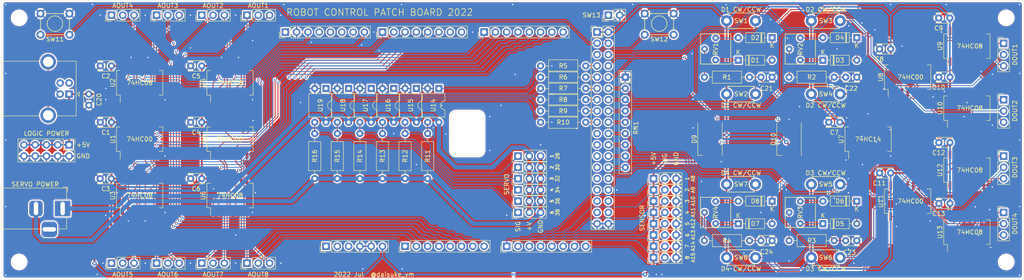
<source format=kicad_pcb>
(kicad_pcb (version 20171130) (host pcbnew "(5.1.12)-1")
  (title_block (date 2022-07-08))
  (layers (0 F.Cu signal) (31 B.Cu signal) (34 B.Paste user) (35 F.Paste user) (36 B.SilkS user) (37 F.SilkS user) (38 B.Mask user) (39 F.Mask user) (44 Edge.Cuts user))
  (net 0 "")
  (net 1 GND)
  (net 2 +5V)
  (net 3 "Net-(C21-Pad1)")
  (net 4 "Net-(C22-Pad1)")
  (net 5 "Net-(C23-Pad1)")
  (net 6 "Net-(C24-Pad1)")
  (net 7 "Net-(D1-Pad1)")
  (net 8 /OSC1)
  (net 9 "Net-(D2-Pad2)")
  (net 10 "Net-(D3-Pad1)")
  (net 11 /OSC2)
  (net 12 "Net-(D4-Pad2)")
  (net 13 "Net-(D5-Pad1)")
  (net 14 /OSC3)
  (net 15 "Net-(D6-Pad2)")
  (net 16 "Net-(D7-Pad1)")
  (net 17 /OSC4)
  (net 18 "Net-(D8-Pad2)")
  (net 19 "Net-(J1-Pad2)")
  (net 20 "Net-(J1-Pad3)")
  (net 21 "Net-(J1-Pad5)")
  (net 22 /PWM1IN)
  (net 23 "Net-(J3-Pad4)")
  (net 24 "Net-(J3-Pad5)")
  (net 25 "Net-(J3-Pad6)")
  (net 26 "Net-(J3-Pad7)")
  (net 27 /PWM2IN)
  (net 28 "Net-(J4-Pad8)")
  (net 29 "Net-(J4-Pad7)")
  (net 30 /PWM8IN)
  (net 31 /PWM7IN)
  (net 32 /PWM6IN)
  (net 33 /PWM5IN)
  (net 34 /PWM4IN)
  (net 35 /PWM3IN)
  (net 36 /SEL8)
  (net 37 /SEL7)
  (net 38 /SEL6)
  (net 39 /SEL5)
  (net 40 /SEL4)
  (net 41 /SEL3)
  (net 42 /SEL2)
  (net 43 /SEL1)
  (net 44 /DIN1A)
  (net 45 /DIN1B)
  (net 46 /DIN2A)
  (net 47 /DIN2B)
  (net 48 /DIN3A)
  (net 49 /DIN3B)
  (net 50 /DIN4A)
  (net 51 /DIN4B)
  (net 52 /SW11)
  (net 53 /SW12)
  (net 54 /SV1)
  (net 55 /SV2)
  (net 56 /SV3)
  (net 57 /SV4)
  (net 58 /SV5)
  (net 59 /SV6)
  (net 60 /AOUT1B)
  (net 61 /AOUT1A)
  (net 62 /AOUT2B)
  (net 63 /AOUT2A)
  (net 64 /AOUT3A)
  (net 65 /AOUT3B)
  (net 66 /AOUT4B)
  (net 67 /AOUT4A)
  (net 68 /AOUT5B)
  (net 69 /AOUT5A)
  (net 70 /AOUT6A)
  (net 71 /AOUT6B)
  (net 72 /AOUT7B)
  (net 73 /AOUT7A)
  (net 74 /AOUT8A)
  (net 75 /AOUT8B)
  (net 76 /DOUT1A)
  (net 77 /DOUT1B)
  (net 78 /DOUT2A)
  (net 79 /DOUT2B)
  (net 80 /DOUT3A)
  (net 81 /DOUT3B)
  (net 82 /DOUT4B)
  (net 83 /DOUT4A)
  (net 84 "Net-(R1-Pad1)")
  (net 85 "Net-(R2-Pad1)")
  (net 86 "Net-(R3-Pad1)")
  (net 87 "Net-(R4-Pad1)")
  (net 88 "Net-(U1-Pad11)")
  (net 89 "Net-(U1-Pad8)")
  (net 90 "Net-(U1-Pad6)")
  (net 91 "Net-(U1-Pad3)")
  (net 92 "Net-(U4-Pad3)")
  (net 93 "Net-(U4-Pad6)")
  (net 94 "Net-(U4-Pad8)")
  (net 95 "Net-(U4-Pad11)")
  (net 96 "Net-(U9-Pad3)")
  (net 97 "Net-(U9-Pad10)")
  (net 98 "Net-(U10-Pad10)")
  (net 99 "Net-(U10-Pad3)")
  (net 100 "Net-(U11-Pad3)")
  (net 101 "Net-(U11-Pad6)")
  (net 102 "Net-(U11-Pad8)")
  (net 103 "Net-(U11-Pad11)")
  (net 104 "Net-(U12-Pad3)")
  (net 105 "Net-(U12-Pad10)")
  (net 106 "Net-(U13-Pad10)")
  (net 107 "Net-(U13-Pad3)")
  (net 108 "Net-(J8-Pad1)")
  (net 109 "Net-(J8-Pad2)")
  (net 110 "Net-(J8-Pad3)")
  (net 111 /SW13)
  (net 112 "Net-(J9-Pad31)")
  (net 113 "Net-(J9-Pad32)")
  (net 114 "Net-(J9-Pad33)")
  (net 115 "Net-(J9-Pad34)")
  (net 116 "Net-(U8-Pad11)")
  (net 117 "Net-(U8-Pad8)")
  (net 118 "Net-(U10-Pad2)")
  (net 119 "Net-(U10-Pad12)")
  (net 120 "Net-(U7-Pad4)")
  (net 121 "Net-(U7-Pad10)")
  (net 122 "Net-(J3-Pad1)")
  (net 123 "Net-(D9-Pad1)")
  (net 124 "Net-(D10-Pad4)")
  (net 125 /LED1)
  (net 126 "Net-(D10-Pad3)")
  (net 127 "Net-(D10-Pad1)")
  (net 128 /SENSOR1)
  (net 129 /SENSOR7)
  (net 130 /SENSOR2)
  (net 131 /SENSOR8)
  (net 132 /SENSOR3)
  (net 133 /SENSOR4)
  (net 134 /SENSOR5)
  (net 135 /SENSOR6)
  (net 136 /SV1IN)
  (net 137 /SV2IN)
  (net 138 /SV3IN)
  (net 139 /SV4IN)
  (net 140 /SV5IN)
  (net 141 /SV6IN)
  (net 142 GNDPWR)
  (net 143 +6V)
  (net 144 "Net-(R5-Pad1)")
  (net 145 "Net-(R6-Pad1)")
  (net 146 "Net-(R9-Pad1)")
  (net 147 "Net-(R10-Pad1)")
  (net 148 "Net-(J10-Pad3)")
  (net 149 "Net-(R7-Pad1)")
  (net 150 "Net-(R8-Pad1)")
  (net 151 /AOUT8M)
  (net 152 /AOUT7M)
  (net 153 /AOUT6M)
  (net 154 /AOUT5M)
  (net 155 /AOUT4M)
  (net 156 /AOUT3M)
  (net 157 /AOUT2M)
  (net 158 /AOUT1M)
  (net 159 /DOUT1M)
  (net 160 /DOUT2M)
  (net 161 "Net-(J9-Pad19)")
  (net 162 "Net-(J9-Pad21)")
  (net 163 "Net-(J9-Pad23)")
  (net 164 "Net-(J9-Pad25)")
  (net 165 "Net-(J9-Pad27)")
  (net 166 /DOUT3M)
  (net 167 "Net-(J9-Pad29)")
  (net 168 /DOUT4M)
  (module MountingHole:MountingHole_3.2mm_M3 (layer F.Cu) (at 256 101)
    (fp_text reference REF** hide)
    (fp_text value MountingHole_3.2mm_M3)
    (pad 1 np_thru_hole circle (at 0 0) (size 3.2 3.2) (drill 3.2) (layers *.Cu *.Mask))
  )
  (module MountingHole:MountingHole_3.2mm_M3 (layer F.Cu) (at 256 46)
    (fp_text reference REF** hide)
    (fp_text value MountingHole_3.2mm_M3)
    (pad 1 np_thru_hole circle (at 0 0) (size 3.2 3.2) (drill 3.2) (layers *.Cu *.Mask))
  )
  (module Resistor_THT:R_Axial_DIN0207_L6.3mm_D2.5mm_P10.16mm_Horizontal (layer F.Cu) (at 207.16 59.36)
    (fp_text reference R2 (at 5.08 0) (layer F.SilkS))
    (fp_text value 330)
    (pad 1 thru_hole circle (at 0 0) (size 1.6 1.6) (drill 0.8) (layers *.Cu *.Mask) (net 85 "Net-(R2-Pad1)"))
    (pad 2 thru_hole oval (at 10.16 0) (size 1.6 1.6) (drill 0.8) (layers *.Cu *.Mask) (net 4 "Net-(C22-Pad1)"))
  )
  (module Package_SO:SO-14_5.3x10.2mm_P1.27mm (layer F.Cu) (at 247.165 52.375 90)
    (fp_text reference U9 (at 0 -6.05 90) (layer F.SilkS))
    (fp_text value 74HC08 (at 0 0.635 180) (layer F.SilkS))
    (pad 1 smd roundrect (at -3.4625 -3.81 90) (size 1.975 0.6) (layers F.Cu F.Paste F.Mask) (net 116 "Net-(U8-Pad11)"))
    (pad 2 smd roundrect (at -3.4625 -2.54 90) (size 1.975 0.6) (layers F.Cu F.Paste F.Mask) (net 45 /DIN1B))
    (pad 3 smd roundrect (at -3.4625 -1.27 90) (size 1.975 0.6) (layers F.Cu F.Paste F.Mask) (net 96 "Net-(U9-Pad3)"))
    (pad 4 smd roundrect (at -3.4625 0 90) (size 1.975 0.6) (layers F.Cu F.Paste F.Mask) (net 96 "Net-(U9-Pad3)"))
    (pad 5 smd roundrect (at -3.4625 1.27 90) (size 1.975 0.6) (layers F.Cu F.Paste F.Mask) (net 8 /OSC1))
    (pad 6 smd roundrect (at -3.4625 2.54 90) (size 1.975 0.6) (layers F.Cu F.Paste F.Mask) (net 76 /DOUT1A))
    (pad 7 smd roundrect (at -3.4625 3.81 90) (size 1.975 0.6) (layers F.Cu F.Paste F.Mask) (net 1 GND))
    (pad 8 smd roundrect (at 3.4625 3.81 90) (size 1.975 0.6) (layers F.Cu F.Paste F.Mask) (net 77 /DOUT1B))
    (pad 9 smd roundrect (at 3.4625 2.54 90) (size 1.975 0.6) (layers F.Cu F.Paste F.Mask) (net 8 /OSC1))
    (pad 10 smd roundrect (at 3.4625 1.27 90) (size 1.975 0.6) (layers F.Cu F.Paste F.Mask) (net 97 "Net-(U9-Pad10)"))
    (pad 11 smd roundrect (at 3.4625 0 90) (size 1.975 0.6) (layers F.Cu F.Paste F.Mask) (net 97 "Net-(U9-Pad10)"))
    (pad 12 smd roundrect (at 3.4625 -1.27 90) (size 1.975 0.6) (layers F.Cu F.Paste F.Mask) (net 117 "Net-(U8-Pad8)"))
    (pad 13 smd roundrect (at 3.4625 -2.54 90) (size 1.975 0.6) (layers F.Cu F.Paste F.Mask) (net 44 /DIN1A))
    (pad 14 smd roundrect (at 3.4625 -3.81 90) (size 1.975 0.6) (layers F.Cu F.Paste F.Mask) (net 2 +5V))
  )
  (module MountingHole:MountingHole_3.2mm_M3 (layer F.Cu) (at 34 101)
    (fp_text reference REF** hide)
    (fp_text value MountingHole_3.2mm_M3)
    (pad 1 np_thru_hole circle (at 0 0) (size 3.2 3.2) (drill 3.2) (layers *.Cu *.Mask))
  )
  (module MountingHole:MountingHole_3.2mm_M3 (layer F.Cu) (at 34 46)
    (fp_text reference REF** hide)
    (fp_text value MountingHole_3.2mm_M3)
    (pad 1 np_thru_hole circle (at 0 0) (size 3.2 3.2) (drill 3.2) (layers *.Cu *.Mask))
  )
  (module MyLib:DTS-6-V-2 (layer F.Cu) (at 42.06 47.295 180)
    (fp_text reference SW11 (at 0 -3.5) (layer F.SilkS))
    (fp_text value SW_DPST)
    (pad 4 thru_hole circle (at 3.25 2.25 180) (size 1.8 1.8) (drill 1) (layers *.Cu *.Mask) (net 1 GND))
    (pad 2 thru_hole circle (at -3.25 2.25 180) (size 1.8 1.8) (drill 1) (layers *.Cu *.Mask) (net 1 GND))
    (pad 3 thru_hole circle (at 3.25 -2.5 180) (size 1.8 1.8) (drill 1) (layers *.Cu *.Mask) (net 52 /SW11))
    (pad 1 thru_hole circle (at -3.25 -2.5 180) (size 1.8 1.8) (drill 1) (layers *.Cu *.Mask) (net 52 /SW11))
  )
  (module MyLib:DTS-6-V-2 (layer F.Cu) (at 177.95 47.295 180)
    (fp_text reference SW12 (at 0 -3.5) (layer F.SilkS))
    (fp_text value SW_DPST)
    (pad 4 thru_hole circle (at 3.25 2.25 180) (size 1.8 1.8) (drill 1) (layers *.Cu *.Mask) (net 1 GND))
    (pad 2 thru_hole circle (at -3.25 2.25 180) (size 1.8 1.8) (drill 1) (layers *.Cu *.Mask) (net 1 GND))
    (pad 3 thru_hole circle (at 3.25 -2.5 180) (size 1.8 1.8) (drill 1) (layers *.Cu *.Mask) (net 53 /SW12))
    (pad 1 thru_hole circle (at -3.25 -2.5 180) (size 1.8 1.8) (drill 1) (layers *.Cu *.Mask) (net 53 /SW12))
  )
  (module Capacitor_THT:C_Disc_D3.4mm_W2.1mm_P2.50mm (layer F.Cu) (at 54.76 69.52 180)
    (fp_text reference C1 (at 1.25 -2.3) (layer F.SilkS))
    (fp_text value 0.1u)
    (pad 2 thru_hole circle (at 2.5 0 180) (size 1.6 1.6) (drill 0.8) (layers *.Cu *.Mask) (net 1 GND))
    (pad 1 thru_hole circle (at 0 0 180) (size 1.6 1.6) (drill 0.8) (layers *.Cu *.Mask) (net 2 +5V))
  )
  (module Capacitor_THT:C_Disc_D3.4mm_W2.1mm_P2.50mm (layer F.Cu) (at 54.76 56.82 180)
    (fp_text reference C2 (at 1.25 -2.3) (layer F.SilkS))
    (fp_text value 0.1u)
    (pad 1 thru_hole circle (at 0 0 180) (size 1.6 1.6) (drill 0.8) (layers *.Cu *.Mask) (net 2 +5V))
    (pad 2 thru_hole circle (at 2.5 0 180) (size 1.6 1.6) (drill 0.8) (layers *.Cu *.Mask) (net 1 GND))
  )
  (module Capacitor_THT:C_Disc_D3.4mm_W2.1mm_P2.50mm (layer F.Cu) (at 54.72 82.22 180)
    (fp_text reference C3 (at 1.25 -2.3) (layer F.SilkS))
    (fp_text value 0.1u)
    (pad 2 thru_hole circle (at 2.5 0 180) (size 1.6 1.6) (drill 0.8) (layers *.Cu *.Mask) (net 1 GND))
    (pad 1 thru_hole circle (at 0 0 180) (size 1.6 1.6) (drill 0.8) (layers *.Cu *.Mask) (net 2 +5V))
  )
  (module Capacitor_THT:C_Disc_D3.4mm_W2.1mm_P2.50mm (layer F.Cu) (at 75.08 69.52 180)
    (fp_text reference C4 (at 1.25 -2.3) (layer F.SilkS))
    (fp_text value 0.1u)
    (pad 1 thru_hole circle (at 0 0 180) (size 1.6 1.6) (drill 0.8) (layers *.Cu *.Mask) (net 2 +5V))
    (pad 2 thru_hole circle (at 2.5 0 180) (size 1.6 1.6) (drill 0.8) (layers *.Cu *.Mask) (net 1 GND))
  )
  (module Capacitor_THT:C_Disc_D3.4mm_W2.1mm_P2.50mm (layer F.Cu) (at 75.08 56.82 180)
    (fp_text reference C5 (at 1.25 -2.3) (layer F.SilkS))
    (fp_text value 0.1u)
    (pad 1 thru_hole circle (at 0 0 180) (size 1.6 1.6) (drill 0.8) (layers *.Cu *.Mask) (net 2 +5V))
    (pad 2 thru_hole circle (at 2.5 0 180) (size 1.6 1.6) (drill 0.8) (layers *.Cu *.Mask) (net 1 GND))
  )
  (module Capacitor_THT:C_Disc_D3.4mm_W2.1mm_P2.50mm (layer F.Cu) (at 75.08 82.22 180)
    (fp_text reference C6 (at 1.25 -2.3) (layer F.SilkS))
    (fp_text value 0.1u)
    (pad 1 thru_hole circle (at 0 0 180) (size 1.6 1.6) (drill 0.8) (layers *.Cu *.Mask) (net 2 +5V))
    (pad 2 thru_hole circle (at 2.5 0 180) (size 1.6 1.6) (drill 0.8) (layers *.Cu *.Mask) (net 1 GND))
  )
  (module Capacitor_THT:C_Disc_D3.4mm_W2.1mm_P2.50mm (layer F.Cu) (at 218.59 69.52 180)
    (fp_text reference C7 (at 1.25 -2.3) (layer F.SilkS))
    (fp_text value 0.1u)
    (pad 2 thru_hole circle (at 2.5 0 180) (size 1.6 1.6) (drill 0.8) (layers *.Cu *.Mask) (net 1 GND))
    (pad 1 thru_hole circle (at 0 0 180) (size 1.6 1.6) (drill 0.8) (layers *.Cu *.Mask) (net 2 +5V))
  )
  (module Capacitor_THT:C_Disc_D3.4mm_W2.1mm_P2.50mm (layer F.Cu) (at 230.02 53.01 180)
    (fp_text reference C8 (at 2.54 -2.3) (layer F.SilkS))
    (fp_text value 0.1u)
    (pad 2 thru_hole circle (at 2.5 0 180) (size 1.6 1.6) (drill 0.8) (layers *.Cu *.Mask) (net 1 GND))
    (pad 1 thru_hole circle (at 0 0 180) (size 1.6 1.6) (drill 0.8) (layers *.Cu *.Mask) (net 2 +5V))
  )
  (module Capacitor_THT:C_Disc_D3.4mm_W2.1mm_P2.50mm (layer F.Cu) (at 243.355 59.36 180)
    (fp_text reference C10 (at 2.54 -2.3) (layer F.SilkS))
    (fp_text value 0.1u)
    (pad 2 thru_hole circle (at 2.5 0 180) (size 1.6 1.6) (drill 0.8) (layers *.Cu *.Mask) (net 1 GND))
    (pad 1 thru_hole circle (at 0 0 180) (size 1.6 1.6) (drill 0.8) (layers *.Cu *.Mask) (net 2 +5V))
  )
  (module Capacitor_THT:C_Disc_D3.4mm_W2.1mm_P2.50mm (layer F.Cu) (at 230.02 80.95 180)
    (fp_text reference C11 (at 2.54 -2.3) (layer F.SilkS))
    (fp_text value 0.1u)
    (pad 1 thru_hole circle (at 0 0 180) (size 1.6 1.6) (drill 0.8) (layers *.Cu *.Mask) (net 2 +5V))
    (pad 2 thru_hole circle (at 2.5 0 180) (size 1.6 1.6) (drill 0.8) (layers *.Cu *.Mask) (net 1 GND))
  )
  (module Capacitor_THT:C_Disc_D3.4mm_W2.1mm_P2.50mm (layer F.Cu) (at 243.355 74.092 180)
    (fp_text reference C12 (at 2.54 -2.3) (layer F.SilkS))
    (fp_text value 0.1u)
    (pad 2 thru_hole circle (at 2.5 0 180) (size 1.6 1.6) (drill 0.8) (layers *.Cu *.Mask) (net 1 GND))
    (pad 1 thru_hole circle (at 0 0 180) (size 1.6 1.6) (drill 0.8) (layers *.Cu *.Mask) (net 2 +5V))
  )
  (module Capacitor_THT:C_Disc_D3.4mm_W2.1mm_P2.50mm (layer F.Cu) (at 243.355 87.808 180)
    (fp_text reference C13 (at 2.54 -2.3) (layer F.SilkS))
    (fp_text value 0.1u)
    (pad 1 thru_hole circle (at 0 0 180) (size 1.6 1.6) (drill 0.8) (layers *.Cu *.Mask) (net 2 +5V))
    (pad 2 thru_hole circle (at 2.5 0 180) (size 1.6 1.6) (drill 0.8) (layers *.Cu *.Mask) (net 1 GND))
  )
  (module Capacitor_THT:C_Disc_D3.4mm_W2.1mm_P2.50mm (layer F.Cu) (at 49.68 63.17 270)
    (fp_text reference C20 (at 1.25 -2.3 90) (layer F.SilkS))
    (fp_text value 0.1u)
    (pad 2 thru_hole circle (at 2.5 0 270) (size 1.6 1.6) (drill 0.8) (layers *.Cu *.Mask) (net 1 GND))
    (pad 1 thru_hole circle (at 0 0 270) (size 1.6 1.6) (drill 0.8) (layers *.Cu *.Mask) (net 2 +5V))
  )
  (module Capacitor_THT:C_Disc_D3.4mm_W2.1mm_P2.50mm (layer F.Cu) (at 200.85 59.36)
    (fp_text reference C21 (at 1.25 2.54) (layer F.SilkS))
    (fp_text value 1u)
    (pad 2 thru_hole circle (at 2.5 0) (size 1.6 1.6) (drill 0.8) (layers *.Cu *.Mask) (net 1 GND))
    (pad 1 thru_hole circle (at 0 0) (size 1.6 1.6) (drill 0.8) (layers *.Cu *.Mask) (net 3 "Net-(C21-Pad1)"))
  )
  (module Capacitor_THT:C_Disc_D3.4mm_W2.1mm_P2.50mm (layer F.Cu) (at 219.9 59.36)
    (fp_text reference C22 (at 1.25 2.54) (layer F.SilkS))
    (fp_text value 1u)
    (pad 1 thru_hole circle (at 0 0) (size 1.6 1.6) (drill 0.8) (layers *.Cu *.Mask) (net 4 "Net-(C22-Pad1)"))
    (pad 2 thru_hole circle (at 2.5 0) (size 1.6 1.6) (drill 0.8) (layers *.Cu *.Mask) (net 1 GND))
  )
  (module Capacitor_THT:C_Disc_D3.4mm_W2.1mm_P2.50mm (layer F.Cu) (at 219.9 96.19)
    (fp_text reference C23 (at 0.81 2.69) (layer F.SilkS))
    (fp_text value 1u)
    (pad 2 thru_hole circle (at 2.5 0) (size 1.6 1.6) (drill 0.8) (layers *.Cu *.Mask) (net 1 GND))
    (pad 1 thru_hole circle (at 0 0) (size 1.6 1.6) (drill 0.8) (layers *.Cu *.Mask) (net 5 "Net-(C23-Pad1)"))
  )
  (module Capacitor_THT:C_Disc_D3.4mm_W2.1mm_P2.50mm (layer F.Cu) (at 200.85 96.19)
    (fp_text reference C24 (at 1.25 2.54) (layer F.SilkS))
    (fp_text value 1u)
    (pad 1 thru_hole circle (at 0 0) (size 1.6 1.6) (drill 0.8) (layers *.Cu *.Mask) (net 6 "Net-(C24-Pad1)"))
    (pad 2 thru_hole circle (at 2.5 0) (size 1.6 1.6) (drill 0.8) (layers *.Cu *.Mask) (net 1 GND))
  )
  (module Diode_THT:D_DO-35_SOD27_P7.62mm_Horizontal (layer F.Cu) (at 195.73 55.55)
    (fp_text reference D1 (at 3.81 0) (layer F.SilkS))
    (fp_text value 1N4148)
    (fp_text user K (at 0 -1.8) (layer F.SilkS))
    (pad 1 thru_hole rect (at 0 0) (size 1.6 1.6) (drill 0.8) (layers *.Cu *.Mask) (net 7 "Net-(D1-Pad1)"))
    (pad 2 thru_hole oval (at 7.62 0) (size 1.6 1.6) (drill 0.8) (layers *.Cu *.Mask) (net 8 /OSC1))
  )
  (module Diode_THT:D_DO-35_SOD27_P7.62mm_Horizontal (layer F.Cu) (at 203.35 50.47 180)
    (fp_text reference D2 (at 3.81 0) (layer F.SilkS))
    (fp_text value 1N4148)
    (fp_text user K (at 0 -1.8) (layer F.SilkS))
    (pad 2 thru_hole oval (at 7.62 0 180) (size 1.6 1.6) (drill 0.8) (layers *.Cu *.Mask) (net 9 "Net-(D2-Pad2)"))
    (pad 1 thru_hole rect (at 0 0 180) (size 1.6 1.6) (drill 0.8) (layers *.Cu *.Mask) (net 8 /OSC1))
  )
  (module Diode_THT:D_DO-35_SOD27_P7.62mm_Horizontal (layer F.Cu) (at 214.78 55.55)
    (fp_text reference D3 (at 3.81 0) (layer F.SilkS))
    (fp_text value 1N4148)
    (fp_text user K (at 0 -1.8) (layer F.SilkS))
    (pad 1 thru_hole rect (at 0 0) (size 1.6 1.6) (drill 0.8) (layers *.Cu *.Mask) (net 10 "Net-(D3-Pad1)"))
    (pad 2 thru_hole oval (at 7.62 0) (size 1.6 1.6) (drill 0.8) (layers *.Cu *.Mask) (net 11 /OSC2))
  )
  (module Diode_THT:D_DO-35_SOD27_P7.62mm_Horizontal (layer F.Cu) (at 222.4 50.47 180)
    (fp_text reference D4 (at 3.81 0) (layer F.SilkS))
    (fp_text value 1N4148)
    (fp_text user K (at 0 -1.8) (layer F.SilkS))
    (pad 2 thru_hole oval (at 7.62 0 180) (size 1.6 1.6) (drill 0.8) (layers *.Cu *.Mask) (net 12 "Net-(D4-Pad2)"))
    (pad 1 thru_hole rect (at 0 0 180) (size 1.6 1.6) (drill 0.8) (layers *.Cu *.Mask) (net 11 /OSC2))
  )
  (module Diode_THT:D_DO-35_SOD27_P7.62mm_Horizontal (layer F.Cu) (at 214.78 92.38)
    (fp_text reference D5 (at 3.81 0) (layer F.SilkS))
    (fp_text value 1N4148)
    (fp_text user K (at 0 -1.8) (layer F.SilkS))
    (pad 1 thru_hole rect (at 0 0) (size 1.6 1.6) (drill 0.8) (layers *.Cu *.Mask) (net 13 "Net-(D5-Pad1)"))
    (pad 2 thru_hole oval (at 7.62 0) (size 1.6 1.6) (drill 0.8) (layers *.Cu *.Mask) (net 14 /OSC3))
  )
  (module Diode_THT:D_DO-35_SOD27_P7.62mm_Horizontal (layer F.Cu) (at 222.4 87.3 180)
    (fp_text reference D6 (at 3.81 0) (layer F.SilkS))
    (fp_text value 1N4148)
    (fp_text user K (at 0 -1.8) (layer F.SilkS))
    (pad 2 thru_hole oval (at 7.62 0 180) (size 1.6 1.6) (drill 0.8) (layers *.Cu *.Mask) (net 15 "Net-(D6-Pad2)"))
    (pad 1 thru_hole rect (at 0 0 180) (size 1.6 1.6) (drill 0.8) (layers *.Cu *.Mask) (net 14 /OSC3))
  )
  (module Diode_THT:D_DO-35_SOD27_P7.62mm_Horizontal (layer F.Cu) (at 195.73 92.38)
    (fp_text reference D7 (at 3.81 0) (layer F.SilkS))
    (fp_text value 1N4148)
    (fp_text user K (at 0 -1.8) (layer F.SilkS))
    (pad 1 thru_hole rect (at 0 0) (size 1.6 1.6) (drill 0.8) (layers *.Cu *.Mask) (net 16 "Net-(D7-Pad1)"))
    (pad 2 thru_hole oval (at 7.62 0) (size 1.6 1.6) (drill 0.8) (layers *.Cu *.Mask) (net 17 /OSC4))
  )
  (module Diode_THT:D_DO-35_SOD27_P7.62mm_Horizontal (layer F.Cu) (at 203.35 87.3 180)
    (fp_text reference D8 (at 3.81 0) (layer F.SilkS))
    (fp_text value 1N4148)
    (fp_text user K (at 0 -1.8) (layer F.SilkS))
    (pad 2 thru_hole oval (at 7.62 0 180) (size 1.6 1.6) (drill 0.8) (layers *.Cu *.Mask) (net 18 "Net-(D8-Pad2)"))
    (pad 1 thru_hole rect (at 0 0 180) (size 1.6 1.6) (drill 0.8) (layers *.Cu *.Mask) (net 17 /OSC4))
  )
  (module Connector_USB:USB_B_OST_USB-B1HSxx_Horizontal (layer F.Cu) (at 45.235 63.17 180)
    (fp_text reference J1 hide)
    (fp_text value USB_B)
    (pad 1 thru_hole rect (at 0 0 180) (size 1.7 1.7) (drill 0.92) (layers *.Cu *.Mask) (net 2 +5V))
    (pad 2 thru_hole circle (at 0 2.5 180) (size 1.7 1.7) (drill 0.92) (layers *.Cu *.Mask) (net 19 "Net-(J1-Pad2)"))
    (pad 3 thru_hole circle (at 2 2.5 180) (size 1.7 1.7) (drill 0.92) (layers *.Cu *.Mask) (net 20 "Net-(J1-Pad3)"))
    (pad 4 thru_hole circle (at 2 0 180) (size 1.7 1.7) (drill 0.92) (layers *.Cu *.Mask) (net 1 GND))
    (pad 5 thru_hole circle (at 4.71 -4.77 180) (size 3.5 3.5) (drill 2.33) (layers *.Cu *.Mask) (net 21 "Net-(J1-Pad5)"))
    (pad 5 thru_hole circle (at 4.71 7.27 180) (size 3.5 3.5) (drill 2.33) (layers *.Cu *.Mask) (net 21 "Net-(J1-Pad5)"))
  )
  (module Connector_PinHeader_2.54mm:PinHeader_1x08_P2.54mm_Vertical (layer F.Cu) (at 93.876 49.2 90)
    (fp_text reference J3 hide)
    (fp_text value MEGA_13-8)
    (pad 1 thru_hole rect (at 0 0 90) (size 1.7 1.7) (drill 1) (layers *.Cu *.Mask) (net 122 "Net-(J3-Pad1)"))
    (pad 2 thru_hole oval (at 0 2.54 90) (size 1.7 1.7) (drill 1) (layers *.Cu *.Mask) (net 1 GND))
    (pad 3 thru_hole oval (at 0 5.08 90) (size 1.7 1.7) (drill 1) (layers *.Cu *.Mask) (net 22 /PWM1IN))
    (pad 4 thru_hole oval (at 0 7.62 90) (size 1.7 1.7) (drill 1) (layers *.Cu *.Mask) (net 23 "Net-(J3-Pad4)"))
    (pad 5 thru_hole oval (at 0 10.16 90) (size 1.7 1.7) (drill 1) (layers *.Cu *.Mask) (net 24 "Net-(J3-Pad5)"))
    (pad 6 thru_hole oval (at 0 12.7 90) (size 1.7 1.7) (drill 1) (layers *.Cu *.Mask) (net 25 "Net-(J3-Pad6)"))
    (pad 7 thru_hole oval (at 0 15.24 90) (size 1.7 1.7) (drill 1) (layers *.Cu *.Mask) (net 26 "Net-(J3-Pad7)"))
    (pad 8 thru_hole oval (at 0 17.78 90) (size 1.7 1.7) (drill 1) (layers *.Cu *.Mask) (net 27 /PWM2IN))
  )
  (module Connector_PinHeader_2.54mm:PinHeader_1x08_P2.54mm_Vertical (layer F.Cu) (at 115.72 49.2 90)
    (fp_text reference J4 hide)
    (fp_text value MEGA_7-0)
    (pad 8 thru_hole oval (at 0 17.78 90) (size 1.7 1.7) (drill 1) (layers *.Cu *.Mask) (net 28 "Net-(J4-Pad8)"))
    (pad 7 thru_hole oval (at 0 15.24 90) (size 1.7 1.7) (drill 1) (layers *.Cu *.Mask) (net 29 "Net-(J4-Pad7)"))
    (pad 6 thru_hole oval (at 0 12.7 90) (size 1.7 1.7) (drill 1) (layers *.Cu *.Mask) (net 30 /PWM8IN))
    (pad 5 thru_hole oval (at 0 10.16 90) (size 1.7 1.7) (drill 1) (layers *.Cu *.Mask) (net 31 /PWM7IN))
    (pad 4 thru_hole oval (at 0 7.62 90) (size 1.7 1.7) (drill 1) (layers *.Cu *.Mask) (net 32 /PWM6IN))
    (pad 3 thru_hole oval (at 0 5.08 90) (size 1.7 1.7) (drill 1) (layers *.Cu *.Mask) (net 33 /PWM5IN))
    (pad 2 thru_hole oval (at 0 2.54 90) (size 1.7 1.7) (drill 1) (layers *.Cu *.Mask) (net 34 /PWM4IN))
    (pad 1 thru_hole rect (at 0 0 90) (size 1.7 1.7) (drill 1) (layers *.Cu *.Mask) (net 35 /PWM3IN))
  )
  (module Connector_PinHeader_2.54mm:PinHeader_1x08_P2.54mm_Vertical (layer F.Cu) (at 138.58 49.2 90)
    (fp_text reference J5 hide)
    (fp_text value MEGA_14-21)
    (pad 8 thru_hole oval (at 0 17.78 90) (size 1.7 1.7) (drill 1) (layers *.Cu *.Mask) (net 36 /SEL8))
    (pad 7 thru_hole oval (at 0 15.24 90) (size 1.7 1.7) (drill 1) (layers *.Cu *.Mask) (net 37 /SEL7))
    (pad 6 thru_hole oval (at 0 12.7 90) (size 1.7 1.7) (drill 1) (layers *.Cu *.Mask) (net 38 /SEL6))
    (pad 5 thru_hole oval (at 0 10.16 90) (size 1.7 1.7) (drill 1) (layers *.Cu *.Mask) (net 39 /SEL5))
    (pad 4 thru_hole oval (at 0 7.62 90) (size 1.7 1.7) (drill 1) (layers *.Cu *.Mask) (net 40 /SEL4))
    (pad 3 thru_hole oval (at 0 5.08 90) (size 1.7 1.7) (drill 1) (layers *.Cu *.Mask) (net 41 /SEL3))
    (pad 2 thru_hole oval (at 0 2.54 90) (size 1.7 1.7) (drill 1) (layers *.Cu *.Mask) (net 42 /SEL2))
    (pad 1 thru_hole rect (at 0 0 90) (size 1.7 1.7) (drill 1) (layers *.Cu *.Mask) (net 43 /SEL1))
  )
  (module Connector_PinHeader_2.54mm:PinHeader_1x08_P2.54mm_Vertical (layer F.Cu) (at 143.66 97.46 90)
    (fp_text reference J6 hide)
    (fp_text value MEGA_A8-A15)
    (pad 1 thru_hole rect (at 0 0 90) (size 1.7 1.7) (drill 1) (layers *.Cu *.Mask) (net 128 /SENSOR1))
    (pad 2 thru_hole oval (at 0 2.54 90) (size 1.7 1.7) (drill 1) (layers *.Cu *.Mask) (net 130 /SENSOR2))
    (pad 3 thru_hole oval (at 0 5.08 90) (size 1.7 1.7) (drill 1) (layers *.Cu *.Mask) (net 132 /SENSOR3))
    (pad 4 thru_hole oval (at 0 7.62 90) (size 1.7 1.7) (drill 1) (layers *.Cu *.Mask) (net 133 /SENSOR4))
    (pad 5 thru_hole oval (at 0 10.16 90) (size 1.7 1.7) (drill 1) (layers *.Cu *.Mask) (net 134 /SENSOR5))
    (pad 6 thru_hole oval (at 0 12.7 90) (size 1.7 1.7) (drill 1) (layers *.Cu *.Mask) (net 135 /SENSOR6))
    (pad 7 thru_hole oval (at 0 15.24 90) (size 1.7 1.7) (drill 1) (layers *.Cu *.Mask) (net 129 /SENSOR7))
    (pad 8 thru_hole oval (at 0 17.78 90) (size 1.7 1.7) (drill 1) (layers *.Cu *.Mask) (net 131 /SENSOR8))
  )
  (module Connector_PinHeader_2.54mm:PinHeader_2x18_P2.54mm_Vertical (layer F.Cu) (at 163.98 49.2)
    (fp_text reference J9 hide)
    (fp_text value MEGA_22-53)
    (pad 1 thru_hole rect (at 0 0) (size 1.7 1.7) (drill 1) (layers *.Cu *.Mask) (net 2 +5V))
    (pad 2 thru_hole oval (at 2.54 0) (size 1.7 1.7) (drill 1) (layers *.Cu *.Mask) (net 2 +5V))
    (pad 3 thru_hole oval (at 0 2.54) (size 1.7 1.7) (drill 1) (layers *.Cu *.Mask) (net 52 /SW11))
    (pad 4 thru_hole oval (at 2.54 2.54) (size 1.7 1.7) (drill 1) (layers *.Cu *.Mask) (net 111 /SW13))
    (pad 5 thru_hole oval (at 0 5.08) (size 1.7 1.7) (drill 1) (layers *.Cu *.Mask) (net 53 /SW12))
    (pad 6 thru_hole oval (at 2.54 5.08) (size 1.7 1.7) (drill 1) (layers *.Cu *.Mask) (net 159 /DOUT1M))
    (pad 7 thru_hole oval (at 0 7.62) (size 1.7 1.7) (drill 1) (layers *.Cu *.Mask) (net 136 /SV1IN))
    (pad 8 thru_hole oval (at 2.54 7.62) (size 1.7 1.7) (drill 1) (layers *.Cu *.Mask) (net 160 /DOUT2M))
    (pad 9 thru_hole oval (at 0 10.16) (size 1.7 1.7) (drill 1) (layers *.Cu *.Mask) (net 137 /SV2IN))
    (pad 10 thru_hole oval (at 2.54 10.16) (size 1.7 1.7) (drill 1) (layers *.Cu *.Mask) (net 125 /LED1))
    (pad 11 thru_hole oval (at 0 12.7) (size 1.7 1.7) (drill 1) (layers *.Cu *.Mask) (net 138 /SV3IN))
    (pad 12 thru_hole oval (at 2.54 12.7) (size 1.7 1.7) (drill 1) (layers *.Cu *.Mask) (net 44 /DIN1A))
    (pad 13 thru_hole oval (at 0 15.24) (size 1.7 1.7) (drill 1) (layers *.Cu *.Mask) (net 139 /SV4IN))
    (pad 14 thru_hole oval (at 2.54 15.24) (size 1.7 1.7) (drill 1) (layers *.Cu *.Mask) (net 45 /DIN1B))
    (pad 15 thru_hole oval (at 0 17.78) (size 1.7 1.7) (drill 1) (layers *.Cu *.Mask) (net 140 /SV5IN))
    (pad 16 thru_hole oval (at 2.54 17.78) (size 1.7 1.7) (drill 1) (layers *.Cu *.Mask) (net 46 /DIN2A))
    (pad 17 thru_hole oval (at 0 20.32) (size 1.7 1.7) (drill 1) (layers *.Cu *.Mask) (net 141 /SV6IN))
    (pad 18 thru_hole oval (at 2.54 20.32) (size 1.7 1.7) (drill 1) (layers *.Cu *.Mask) (net 47 /DIN2B))
    (pad 19 thru_hole oval (at 0 22.86) (size 1.7 1.7) (drill 1) (layers *.Cu *.Mask) (net 161 "Net-(J9-Pad19)"))
    (pad 20 thru_hole oval (at 2.54 22.86) (size 1.7 1.7) (drill 1) (layers *.Cu *.Mask) (net 48 /DIN3A))
    (pad 21 thru_hole oval (at 0 25.4) (size 1.7 1.7) (drill 1) (layers *.Cu *.Mask) (net 162 "Net-(J9-Pad21)"))
    (pad 22 thru_hole oval (at 2.54 25.4) (size 1.7 1.7) (drill 1) (layers *.Cu *.Mask) (net 49 /DIN3B))
    (pad 23 thru_hole oval (at 0 27.94) (size 1.7 1.7) (drill 1) (layers *.Cu *.Mask) (net 163 "Net-(J9-Pad23)"))
    (pad 24 thru_hole oval (at 2.54 27.94) (size 1.7 1.7) (drill 1) (layers *.Cu *.Mask) (net 50 /DIN4A))
    (pad 25 thru_hole oval (at 0 30.48) (size 1.7 1.7) (drill 1) (layers *.Cu *.Mask) (net 164 "Net-(J9-Pad25)"))
    (pad 26 thru_hole oval (at 2.54 30.48) (size 1.7 1.7) (drill 1) (layers *.Cu *.Mask) (net 51 /DIN4B))
    (pad 27 thru_hole oval (at 0 33.02) (size 1.7 1.7) (drill 1) (layers *.Cu *.Mask) (net 165 "Net-(J9-Pad27)"))
    (pad 28 thru_hole oval (at 2.54 33.02) (size 1.7 1.7) (drill 1) (layers *.Cu *.Mask) (net 166 /DOUT3M))
    (pad 29 thru_hole oval (at 0 35.56) (size 1.7 1.7) (drill 1) (layers *.Cu *.Mask) (net 167 "Net-(J9-Pad29)"))
    (pad 30 thru_hole oval (at 2.54 35.56) (size 1.7 1.7) (drill 1) (layers *.Cu *.Mask) (net 168 /DOUT4M))
    (pad 31 thru_hole oval (at 0 38.1) (size 1.7 1.7) (drill 1) (layers *.Cu *.Mask) (net 112 "Net-(J9-Pad31)"))
    (pad 32 thru_hole oval (at 2.54 38.1) (size 1.7 1.7) (drill 1) (layers *.Cu *.Mask) (net 113 "Net-(J9-Pad32)"))
    (pad 33 thru_hole oval (at 0 40.64) (size 1.7 1.7) (drill 1) (layers *.Cu *.Mask) (net 114 "Net-(J9-Pad33)"))
    (pad 34 thru_hole oval (at 2.54 40.64) (size 1.7 1.7) (drill 1) (layers *.Cu *.Mask) (net 115 "Net-(J9-Pad34)"))
    (pad 35 thru_hole oval (at 0 43.18) (size 1.7 1.7) (drill 1) (layers *.Cu *.Mask) (net 1 GND))
    (pad 36 thru_hole oval (at 2.54 43.18) (size 1.7 1.7) (drill 1) (layers *.Cu *.Mask) (net 1 GND))
  )
  (module Connector_PinHeader_2.54mm:PinHeader_1x02_P2.54mm_Vertical (layer F.Cu) (at 166.52 45.39 90)
    (fp_text reference SW13 (at 0 -3.81 180) (layer F.SilkS))
    (fp_text value Conn_01x02)
    (pad 1 thru_hole rect (at 0 0 90) (size 1.7 1.7) (drill 1) (layers *.Cu *.Mask) (net 111 /SW13))
    (pad 2 thru_hole oval (at 0 2.54 90) (size 1.7 1.7) (drill 1) (layers *.Cu *.Mask) (net 1 GND))
  )
  (module Connector_PinHeader_2.54mm:PinHeader_1x03_P2.54mm_Vertical (layer F.Cu) (at 176.68 82.22 90)
    (fp_text reference J31 hide)
    (fp_text value S01)
    (pad 3 thru_hole oval (at 0 5.08 90) (size 1.7 1.7) (drill 1) (layers *.Cu *.Mask) (net 1 GND))
    (pad 2 thru_hole oval (at 0 2.54 90) (size 1.7 1.7) (drill 1) (layers *.Cu *.Mask) (net 128 /SENSOR1))
    (pad 1 thru_hole rect (at 0 0 90) (size 1.7 1.7) (drill 1) (layers *.Cu *.Mask) (net 2 +5V))
  )
  (module Connector_PinHeader_2.54mm:PinHeader_1x03_P2.54mm_Vertical (layer F.Cu) (at 176.68 84.76 90)
    (fp_text reference J32 hide)
    (fp_text value S02)
    (pad 1 thru_hole rect (at 0 0 90) (size 1.7 1.7) (drill 1) (layers *.Cu *.Mask) (net 2 +5V))
    (pad 2 thru_hole oval (at 0 2.54 90) (size 1.7 1.7) (drill 1) (layers *.Cu *.Mask) (net 130 /SENSOR2))
    (pad 3 thru_hole oval (at 0 5.08 90) (size 1.7 1.7) (drill 1) (layers *.Cu *.Mask) (net 1 GND))
  )
  (module Connector_PinHeader_2.54mm:PinHeader_1x03_P2.54mm_Vertical (layer F.Cu) (at 176.68 87.3 90)
    (fp_text reference J33 hide)
    (fp_text value S03)
    (pad 3 thru_hole oval (at 0 5.08 90) (size 1.7 1.7) (drill 1) (layers *.Cu *.Mask) (net 1 GND))
    (pad 2 thru_hole oval (at 0 2.54 90) (size 1.7 1.7) (drill 1) (layers *.Cu *.Mask) (net 132 /SENSOR3))
    (pad 1 thru_hole rect (at 0 0 90) (size 1.7 1.7) (drill 1) (layers *.Cu *.Mask) (net 2 +5V))
  )
  (module Connector_PinHeader_2.54mm:PinHeader_1x03_P2.54mm_Vertical (layer F.Cu) (at 176.68 89.84 90)
    (fp_text reference J34 hide)
    (fp_text value S04)
    (pad 1 thru_hole rect (at 0 0 90) (size 1.7 1.7) (drill 1) (layers *.Cu *.Mask) (net 2 +5V))
    (pad 2 thru_hole oval (at 0 2.54 90) (size 1.7 1.7) (drill 1) (layers *.Cu *.Mask) (net 133 /SENSOR4))
    (pad 3 thru_hole oval (at 0 5.08 90) (size 1.7 1.7) (drill 1) (layers *.Cu *.Mask) (net 1 GND))
  )
  (module Connector_PinHeader_2.54mm:PinHeader_1x03_P2.54mm_Vertical (layer F.Cu) (at 176.68 92.38 90)
    (fp_text reference J35 hide)
    (fp_text value S05)
    (pad 3 thru_hole oval (at 0 5.08 90) (size 1.7 1.7) (drill 1) (layers *.Cu *.Mask) (net 1 GND))
    (pad 2 thru_hole oval (at 0 2.54 90) (size 1.7 1.7) (drill 1) (layers *.Cu *.Mask) (net 134 /SENSOR5))
    (pad 1 thru_hole rect (at 0 0 90) (size 1.7 1.7) (drill 1) (layers *.Cu *.Mask) (net 2 +5V))
  )
  (module Connector_PinHeader_2.54mm:PinHeader_1x03_P2.54mm_Vertical (layer F.Cu) (at 176.68 94.92 90)
    (fp_text reference J36 hide)
    (fp_text value S06)
    (pad 1 thru_hole rect (at 0 0 90) (size 1.7 1.7) (drill 1) (layers *.Cu *.Mask) (net 2 +5V))
    (pad 2 thru_hole oval (at 0 2.54 90) (size 1.7 1.7) (drill 1) (layers *.Cu *.Mask) (net 135 /SENSOR6))
    (pad 3 thru_hole oval (at 0 5.08 90) (size 1.7 1.7) (drill 1) (layers *.Cu *.Mask) (net 1 GND))
  )
  (module Connector_PinHeader_2.54mm:PinHeader_1x03_P2.54mm_Vertical (layer F.Cu) (at 176.68 97.46 90)
    (fp_text reference J37 hide)
    (fp_text value S07)
    (pad 3 thru_hole oval (at 0 5.08 90) (size 1.7 1.7) (drill 1) (layers *.Cu *.Mask) (net 1 GND))
    (pad 2 thru_hole oval (at 0 2.54 90) (size 1.7 1.7) (drill 1) (layers *.Cu *.Mask) (net 129 /SENSOR7))
    (pad 1 thru_hole rect (at 0 0 90) (size 1.7 1.7) (drill 1) (layers *.Cu *.Mask) (net 2 +5V))
  )
  (module Connector_PinHeader_2.54mm:PinHeader_1x03_P2.54mm_Vertical (layer F.Cu) (at 176.68 100 90)
    (fp_text reference J38 hide)
    (fp_text value S08)
    (pad 1 thru_hole rect (at 0 0 90) (size 1.7 1.7) (drill 1) (layers *.Cu *.Mask) (net 2 +5V))
    (pad 2 thru_hole oval (at 0 2.54 90) (size 1.7 1.7) (drill 1) (layers *.Cu *.Mask) (net 131 /SENSOR8))
    (pad 3 thru_hole oval (at 0 5.08 90) (size 1.7 1.7) (drill 1) (layers *.Cu *.Mask) (net 1 GND))
  )
  (module Connector_PinHeader_2.54mm:PinHeader_1x03_P2.54mm_Vertical (layer F.Cu) (at 146.2 77.14 90)
    (fp_text reference J41 hide)
    (fp_text value SV)
    (pad 3 thru_hole oval (at 0 5.08 90) (size 1.7 1.7) (drill 1) (layers *.Cu *.Mask) (net 142 GNDPWR))
    (pad 2 thru_hole oval (at 0 2.54 90) (size 1.7 1.7) (drill 1) (layers *.Cu *.Mask) (net 143 +6V))
    (pad 1 thru_hole rect (at 0 0 90) (size 1.7 1.7) (drill 1) (layers *.Cu *.Mask) (net 54 /SV1))
  )
  (module Connector_PinHeader_2.54mm:PinHeader_1x03_P2.54mm_Vertical (layer F.Cu) (at 146.2 79.68 90)
    (fp_text reference J42 hide)
    (fp_text value SV)
    (pad 1 thru_hole rect (at 0 0 90) (size 1.7 1.7) (drill 1) (layers *.Cu *.Mask) (net 55 /SV2))
    (pad 2 thru_hole oval (at 0 2.54 90) (size 1.7 1.7) (drill 1) (layers *.Cu *.Mask) (net 143 +6V))
    (pad 3 thru_hole oval (at 0 5.08 90) (size 1.7 1.7) (drill 1) (layers *.Cu *.Mask) (net 142 GNDPWR))
  )
  (module Connector_PinHeader_2.54mm:PinHeader_1x03_P2.54mm_Vertical (layer F.Cu) (at 146.2 82.22 90)
    (fp_text reference J43 hide)
    (fp_text value SV)
    (pad 3 thru_hole oval (at 0 5.08 90) (size 1.7 1.7) (drill 1) (layers *.Cu *.Mask) (net 142 GNDPWR))
    (pad 2 thru_hole oval (at 0 2.54 90) (size 1.7 1.7) (drill 1) (layers *.Cu *.Mask) (net 143 +6V))
    (pad 1 thru_hole rect (at 0 0 90) (size 1.7 1.7) (drill 1) (layers *.Cu *.Mask) (net 56 /SV3))
  )
  (module Connector_PinHeader_2.54mm:PinHeader_1x03_P2.54mm_Vertical (layer F.Cu) (at 146.2 84.76 90)
    (fp_text reference J44 hide)
    (fp_text value SV)
    (pad 1 thru_hole rect (at 0 0 90) (size 1.7 1.7) (drill 1) (layers *.Cu *.Mask) (net 57 /SV4))
    (pad 2 thru_hole oval (at 0 2.54 90) (size 1.7 1.7) (drill 1) (layers *.Cu *.Mask) (net 143 +6V))
    (pad 3 thru_hole oval (at 0 5.08 90) (size 1.7 1.7) (drill 1) (layers *.Cu *.Mask) (net 142 GNDPWR))
  )
  (module Connector_PinHeader_2.54mm:PinHeader_1x03_P2.54mm_Vertical (layer F.Cu) (at 146.2 87.3 90)
    (fp_text reference J45 hide)
    (fp_text value SV)
    (pad 1 thru_hole rect (at 0 0 90) (size 1.7 1.7) (drill 1) (layers *.Cu *.Mask) (net 58 /SV5))
    (pad 2 thru_hole oval (at 0 2.54 90) (size 1.7 1.7) (drill 1) (layers *.Cu *.Mask) (net 143 +6V))
    (pad 3 thru_hole oval (at 0 5.08 90) (size 1.7 1.7) (drill 1) (layers *.Cu *.Mask) (net 142 GNDPWR))
  )
  (module Connector_PinHeader_2.54mm:PinHeader_1x03_P2.54mm_Vertical (layer F.Cu) (at 146.2 89.84 90)
    (fp_text reference J46 hide)
    (fp_text value SV)
    (pad 1 thru_hole rect (at 0 0 90) (size 1.7 1.7) (drill 1) (layers *.Cu *.Mask) (net 59 /SV6))
    (pad 2 thru_hole oval (at 0 2.54 90) (size 1.7 1.7) (drill 1) (layers *.Cu *.Mask) (net 143 +6V))
    (pad 3 thru_hole oval (at 0 5.08 90) (size 1.7 1.7) (drill 1) (layers *.Cu *.Mask) (net 142 GNDPWR))
  )
  (module Resistor_THT:R_Axial_DIN0207_L6.3mm_D2.5mm_P10.16mm_Horizontal (layer F.Cu) (at 188.11 59.36)
    (fp_text reference R1 (at 5.08 0) (layer F.SilkS))
    (fp_text value 330)
    (pad 1 thru_hole circle (at 0 0) (size 1.6 1.6) (drill 0.8) (layers *.Cu *.Mask) (net 84 "Net-(R1-Pad1)"))
    (pad 2 thru_hole oval (at 10.16 0) (size 1.6 1.6) (drill 0.8) (layers *.Cu *.Mask) (net 3 "Net-(C21-Pad1)"))
  )
  (module Resistor_THT:R_Axial_DIN0207_L6.3mm_D2.5mm_P10.16mm_Horizontal (layer F.Cu) (at 207.16 96.19)
    (fp_text reference R3 (at 5.08 0) (layer F.SilkS))
    (fp_text value 330)
    (pad 2 thru_hole oval (at 10.16 0) (size 1.6 1.6) (drill 0.8) (layers *.Cu *.Mask) (net 5 "Net-(C23-Pad1)"))
    (pad 1 thru_hole circle (at 0 0) (size 1.6 1.6) (drill 0.8) (layers *.Cu *.Mask) (net 86 "Net-(R3-Pad1)"))
  )
  (module Resistor_THT:R_Axial_DIN0207_L6.3mm_D2.5mm_P10.16mm_Horizontal (layer F.Cu) (at 188.11 96.19)
    (fp_text reference R4 (at 5.08 0) (layer F.SilkS))
    (fp_text value 330)
    (pad 2 thru_hole oval (at 10.16 0) (size 1.6 1.6) (drill 0.8) (layers *.Cu *.Mask) (net 6 "Net-(C24-Pad1)"))
    (pad 1 thru_hole circle (at 0 0) (size 1.6 1.6) (drill 0.8) (layers *.Cu *.Mask) (net 87 "Net-(R4-Pad1)"))
  )
  (module Resistor_THT:R_Array_SIP9 (layer F.Cu) (at 170.33 59.36 270)
    (fp_text reference RN1 (at 11.43 -2.4 90) (layer F.SilkS))
    (fp_text value 330)
    (pad 1 thru_hole rect (at 0 0 270) (size 1.6 1.6) (drill 0.8) (layers *.Cu *.Mask) (net 1 GND))
    (pad 2 thru_hole oval (at 2.54 0 270) (size 1.6 1.6) (drill 0.8) (layers *.Cu *.Mask) (net 44 /DIN1A))
    (pad 3 thru_hole oval (at 5.08 0 270) (size 1.6 1.6) (drill 0.8) (layers *.Cu *.Mask) (net 45 /DIN1B))
    (pad 4 thru_hole oval (at 7.62 0 270) (size 1.6 1.6) (drill 0.8) (layers *.Cu *.Mask) (net 46 /DIN2A))
    (pad 5 thru_hole oval (at 10.16 0 270) (size 1.6 1.6) (drill 0.8) (layers *.Cu *.Mask) (net 47 /DIN2B))
    (pad 6 thru_hole oval (at 12.7 0 270) (size 1.6 1.6) (drill 0.8) (layers *.Cu *.Mask) (net 48 /DIN3A))
    (pad 7 thru_hole oval (at 15.24 0 270) (size 1.6 1.6) (drill 0.8) (layers *.Cu *.Mask) (net 49 /DIN3B))
    (pad 8 thru_hole oval (at 17.78 0 270) (size 1.6 1.6) (drill 0.8) (layers *.Cu *.Mask) (net 50 /DIN4A))
    (pad 9 thru_hole oval (at 20.32 0 270) (size 1.6 1.6) (drill 0.8) (layers *.Cu *.Mask) (net 51 /DIN4B))
  )
  (module MyLib:GF063P1 (layer F.Cu) (at 190.65 53.01 90)
    (fp_text reference RV1 (at 0 0 90) (layer F.SilkS))
    (fp_text value 5k)
    (pad 3 thru_hole circle (at 2.5 0 90) (size 1.5 1.5) (drill 0.7) (layers *.Cu *.Mask) (net 9 "Net-(D2-Pad2)"))
    (pad 2 thru_hole circle (at 0 -2.5 90) (size 1.5 1.5) (drill 0.7) (layers *.Cu *.Mask) (net 84 "Net-(R1-Pad1)"))
    (pad 1 thru_hole circle (at -2.5 0 90) (size 1.5 1.5) (drill 0.7) (layers *.Cu *.Mask) (net 7 "Net-(D1-Pad1)"))
  )
  (module MyLib:GF063P1 (layer F.Cu) (at 209.7 53.01 90)
    (fp_text reference RV2 (at 0 0 90) (layer F.SilkS))
    (fp_text value 5k)
    (pad 3 thru_hole circle (at 2.5 0 90) (size 1.5 1.5) (drill 0.7) (layers *.Cu *.Mask) (net 12 "Net-(D4-Pad2)"))
    (pad 2 thru_hole circle (at 0 -2.5 90) (size 1.5 1.5) (drill 0.7) (layers *.Cu *.Mask) (net 85 "Net-(R2-Pad1)"))
    (pad 1 thru_hole circle (at -2.5 0 90) (size 1.5 1.5) (drill 0.7) (layers *.Cu *.Mask) (net 10 "Net-(D3-Pad1)"))
  )
  (module MyLib:GF063P1 (layer F.Cu) (at 209.7 89.84 90)
    (fp_text reference RV3 (at 0 0 90) (layer F.SilkS))
    (fp_text value 5k)
    (pad 1 thru_hole circle (at -2.5 0 90) (size 1.5 1.5) (drill 0.7) (layers *.Cu *.Mask) (net 13 "Net-(D5-Pad1)"))
    (pad 2 thru_hole circle (at 0 -2.5 90) (size 1.5 1.5) (drill 0.7) (layers *.Cu *.Mask) (net 86 "Net-(R3-Pad1)"))
    (pad 3 thru_hole circle (at 2.5 0 90) (size 1.5 1.5) (drill 0.7) (layers *.Cu *.Mask) (net 15 "Net-(D6-Pad2)"))
  )
  (module MyLib:GF063P1 (layer F.Cu) (at 190.65 89.84 90)
    (fp_text reference RV4 (at 0 0 90) (layer F.SilkS))
    (fp_text value 5k)
    (pad 1 thru_hole circle (at -2.5 0 90) (size 1.5 1.5) (drill 0.7) (layers *.Cu *.Mask) (net 16 "Net-(D7-Pad1)"))
    (pad 2 thru_hole circle (at 0 -2.5 90) (size 1.5 1.5) (drill 0.7) (layers *.Cu *.Mask) (net 87 "Net-(R4-Pad1)"))
    (pad 3 thru_hole circle (at 2.5 0 90) (size 1.5 1.5) (drill 0.7) (layers *.Cu *.Mask) (net 18 "Net-(D8-Pad2)"))
  )
  (module MyLib:TactSW_TVBP06_3.5x6.0-ThroughHole (layer F.Cu) (at 196.365 46.66)
    (fp_text reference SW1 (at 0 0) (layer F.SilkS))
    (fp_text value D1A)
    (pad 2 thru_hole circle (at 3.25 0) (size 2.5 2.5) (drill 1.3) (layers *.Cu *.Mask) (net 44 /DIN1A))
    (pad 1 thru_hole circle (at -3.25 0) (size 2.5 2.5) (drill 1.3) (layers *.Cu *.Mask) (net 2 +5V))
  )
  (module MyLib:TactSW_TVBP06_3.5x6.0-ThroughHole (layer F.Cu) (at 196.365 63.17)
    (fp_text reference SW2 (at 0 0) (layer F.SilkS))
    (fp_text value D1B)
    (pad 1 thru_hole circle (at -3.25 0) (size 2.5 2.5) (drill 1.3) (layers *.Cu *.Mask) (net 2 +5V))
    (pad 2 thru_hole circle (at 3.25 0) (size 2.5 2.5) (drill 1.3) (layers *.Cu *.Mask) (net 45 /DIN1B))
  )
  (module MyLib:TactSW_TVBP06_3.5x6.0-ThroughHole (layer F.Cu) (at 215.415 46.66)
    (fp_text reference SW3 (at 0 0) (layer F.SilkS))
    (fp_text value D2A)
    (pad 2 thru_hole circle (at 3.25 0) (size 2.5 2.5) (drill 1.3) (layers *.Cu *.Mask) (net 46 /DIN2A))
    (pad 1 thru_hole circle (at -3.25 0) (size 2.5 2.5) (drill 1.3) (layers *.Cu *.Mask) (net 2 +5V))
  )
  (module MyLib:TactSW_TVBP06_3.5x6.0-ThroughHole (layer F.Cu) (at 215.415 63.17)
    (fp_text reference SW4 (at 0 0) (layer F.SilkS))
    (fp_text value D2B)
    (pad 1 thru_hole circle (at -3.25 0) (size 2.5 2.5) (drill 1.3) (layers *.Cu *.Mask) (net 2 +5V))
    (pad 2 thru_hole circle (at 3.25 0) (size 2.5 2.5) (drill 1.3) (layers *.Cu *.Mask) (net 47 /DIN2B))
  )
  (module MyLib:TactSW_TVBP06_3.5x6.0-ThroughHole (layer F.Cu) (at 215.415 83.49)
    (fp_text reference SW5 (at 0 0) (layer F.SilkS))
    (fp_text value D3A)
    (pad 2 thru_hole circle (at 3.25 0) (size 2.5 2.5) (drill 1.3) (layers *.Cu *.Mask) (net 48 /DIN3A))
    (pad 1 thru_hole circle (at -3.25 0) (size 2.5 2.5) (drill 1.3) (layers *.Cu *.Mask) (net 2 +5V))
  )
  (module MyLib:TactSW_TVBP06_3.5x6.0-ThroughHole (layer F.Cu) (at 215.415 100)
    (fp_text reference SW6 (at 0 0) (layer F.SilkS))
    (fp_text value D3B)
    (pad 1 thru_hole circle (at -3.25 0) (size 2.5 2.5) (drill 1.3) (layers *.Cu *.Mask) (net 2 +5V))
    (pad 2 thru_hole circle (at 3.25 0) (size 2.5 2.5) (drill 1.3) (layers *.Cu *.Mask) (net 49 /DIN3B))
  )
  (module MyLib:TactSW_TVBP06_3.5x6.0-ThroughHole (layer F.Cu) (at 196.365 83.49)
    (fp_text reference SW7 (at 0 0) (layer F.SilkS))
    (fp_text value D4A)
    (pad 2 thru_hole circle (at 3.25 0) (size 2.5 2.5) (drill 1.3) (layers *.Cu *.Mask) (net 50 /DIN4A))
    (pad 1 thru_hole circle (at -3.25 0) (size 2.5 2.5) (drill 1.3) (layers *.Cu *.Mask) (net 2 +5V))
  )
  (module MyLib:TactSW_TVBP06_3.5x6.0-ThroughHole (layer F.Cu) (at 196.365 100)
    (fp_text reference SW8 (at 0 0) (layer F.SilkS))
    (fp_text value D4B)
    (pad 1 thru_hole circle (at -3.25 0) (size 2.5 2.5) (drill 1.3) (layers *.Cu *.Mask) (net 2 +5V))
    (pad 2 thru_hole circle (at 3.25 0) (size 2.5 2.5) (drill 1.3) (layers *.Cu *.Mask) (net 51 /DIN4B))
  )
  (module Package_SO:SO-14_5.3x10.2mm_P1.27mm (layer F.Cu) (at 61.11 73.33 90)
    (fp_text reference U1 (at 0 -6.05 90) (layer F.SilkS))
    (fp_text value 74HC00 (at 0 0 180) (layer F.SilkS))
    (pad 14 smd roundrect (at 3.4625 -3.81 90) (size 1.975 0.6) (layers F.Cu F.Paste F.Mask) (net 2 +5V))
    (pad 13 smd roundrect (at 3.4625 -2.54 90) (size 1.975 0.6) (layers F.Cu F.Paste F.Mask) (net 40 /SEL4))
    (pad 12 smd roundrect (at 3.4625 -1.27 90) (size 1.975 0.6) (layers F.Cu F.Paste F.Mask) (net 40 /SEL4))
    (pad 11 smd roundrect (at 3.4625 0 90) (size 1.975 0.6) (layers F.Cu F.Paste F.Mask) (net 88 "Net-(U1-Pad11)"))
    (pad 10 smd roundrect (at 3.4625 1.27 90) (size 1.975 0.6) (layers F.Cu F.Paste F.Mask) (net 41 /SEL3))
    (pad 9 smd roundrect (at 3.4625 2.54 90) (size 1.975 0.6) (layers F.Cu F.Paste F.Mask) (net 41 /SEL3))
    (pad 8 smd roundrect (at 3.4625 3.81 90) (size 1.975 0.6) (layers F.Cu F.Paste F.Mask) (net 89 "Net-(U1-Pad8)"))
    (pad 7 smd roundrect (at -3.4625 3.81 90) (size 1.975 0.6) (layers F.Cu F.Paste F.Mask) (net 1 GND))
    (pad 6 smd roundrect (at -3.4625 2.54 90) (size 1.975 0.6) (layers F.Cu F.Paste F.Mask) (net 90 "Net-(U1-Pad6)"))
    (pad 5 smd roundrect (at -3.4625 1.27 90) (size 1.975 0.6) (layers F.Cu F.Paste F.Mask) (net 38 /SEL6))
    (pad 4 smd roundrect (at -3.4625 0 90) (size 1.975 0.6) (layers F.Cu F.Paste F.Mask) (net 38 /SEL6))
    (pad 3 smd roundrect (at -3.4625 -1.27 90) (size 1.975 0.6) (layers F.Cu F.Paste F.Mask) (net 91 "Net-(U1-Pad3)"))
    (pad 2 smd roundrect (at -3.4625 -2.54 90) (size 1.975 0.6) (layers F.Cu F.Paste F.Mask) (net 39 /SEL5))
    (pad 1 smd roundrect (at -3.4625 -3.81 90) (size 1.975 0.6) (layers F.Cu F.Paste F.Mask) (net 39 /SEL5))
  )
  (module Package_SO:SO-14_5.3x10.2mm_P1.27mm (layer F.Cu) (at 61.11 60.63 90)
    (fp_text reference U2 (at 0 -6.05 90) (layer F.SilkS))
    (fp_text value 74HC08 (at 0 0 180) (layer F.SilkS))
    (pad 14 smd roundrect (at 3.4625 -3.81 90) (size 1.975 0.6) (layers F.Cu F.Paste F.Mask) (net 2 +5V))
    (pad 13 smd roundrect (at 3.4625 -2.54 90) (size 1.975 0.6) (layers F.Cu F.Paste F.Mask) (net 34 /PWM4IN))
    (pad 12 smd roundrect (at 3.4625 -1.27 90) (size 1.975 0.6) (layers F.Cu F.Paste F.Mask) (net 40 /SEL4))
    (pad 11 smd roundrect (at 3.4625 0 90) (size 1.975 0.6) (layers F.Cu F.Paste F.Mask) (net 67 /AOUT4A))
    (pad 10 smd roundrect (at 3.4625 1.27 90) (size 1.975 0.6) (layers F.Cu F.Paste F.Mask) (net 35 /PWM3IN))
    (pad 9 smd roundrect (at 3.4625 2.54 90) (size 1.975 0.6) (layers F.Cu F.Paste F.Mask) (net 41 /SEL3))
    (pad 8 smd roundrect (at 3.4625 3.81 90) (size 1.975 0.6) (layers F.Cu F.Paste F.Mask) (net 64 /AOUT3A))
    (pad 7 smd roundrect (at -3.4625 3.81 90) (size 1.975 0.6) (layers F.Cu F.Paste F.Mask) (net 1 GND))
    (pad 6 smd roundrect (at -3.4625 2.54 90) (size 1.975 0.6) (layers F.Cu F.Paste F.Mask) (net 65 /AOUT3B))
    (pad 5 smd roundrect (at -3.4625 1.27 90) (size 1.975 0.6) (layers F.Cu F.Paste F.Mask) (net 89 "Net-(U1-Pad8)"))
    (pad 4 smd roundrect (at -3.4625 0 90) (size 1.975 0.6) (layers F.Cu F.Paste F.Mask) (net 35 /PWM3IN))
    (pad 3 smd roundrect (at -3.4625 -1.27 90) (size 1.975 0.6) (layers F.Cu F.Paste F.Mask) (net 66 /AOUT4B))
    (pad 2 smd roundrect (at -3.4625 -2.54 90) (size 1.975 0.6) (layers F.Cu F.Paste F.Mask) (net 88 "Net-(U1-Pad11)"))
    (pad 1 smd roundrect (at -3.4625 -3.81 90) (size 1.975 0.6) (layers F.Cu F.Paste F.Mask) (net 34 /PWM4IN))
  )
  (module Package_SO:SO-14_5.3x10.2mm_P1.27mm (layer F.Cu) (at 61.11 86.03 90)
    (fp_text reference U3 (at 0 -6.05 90) (layer F.SilkS))
    (fp_text value 74HC08 (at 0 0 180) (layer F.SilkS))
    (pad 1 smd roundrect (at -3.4625 -3.81 90) (size 1.975 0.6) (layers F.Cu F.Paste F.Mask) (net 33 /PWM5IN))
    (pad 2 smd roundrect (at -3.4625 -2.54 90) (size 1.975 0.6) (layers F.Cu F.Paste F.Mask) (net 91 "Net-(U1-Pad3)"))
    (pad 3 smd roundrect (at -3.4625 -1.27 90) (size 1.975 0.6) (layers F.Cu F.Paste F.Mask) (net 68 /AOUT5B))
    (pad 4 smd roundrect (at -3.4625 0 90) (size 1.975 0.6) (layers F.Cu F.Paste F.Mask) (net 32 /PWM6IN))
    (pad 5 smd roundrect (at -3.4625 1.27 90) (size 1.975 0.6) (layers F.Cu F.Paste F.Mask) (net 90 "Net-(U1-Pad6)"))
    (pad 6 smd roundrect (at -3.4625 2.54 90) (size 1.975 0.6) (layers F.Cu F.Paste F.Mask) (net 71 /AOUT6B))
    (pad 7 smd roundrect (at -3.4625 3.81 90) (size 1.975 0.6) (layers F.Cu F.Paste F.Mask) (net 1 GND))
    (pad 8 smd roundrect (at 3.4625 3.81 90) (size 1.975 0.6) (layers F.Cu F.Paste F.Mask) (net 70 /AOUT6A))
    (pad 9 smd roundrect (at 3.4625 2.54 90) (size 1.975 0.6) (layers F.Cu F.Paste F.Mask) (net 38 /SEL6))
    (pad 10 smd roundrect (at 3.4625 1.27 90) (size 1.975 0.6) (layers F.Cu F.Paste F.Mask) (net 32 /PWM6IN))
    (pad 11 smd roundrect (at 3.4625 0 90) (size 1.975 0.6) (layers F.Cu F.Paste F.Mask) (net 69 /AOUT5A))
    (pad 12 smd roundrect (at 3.4625 -1.27 90) (size 1.975 0.6) (layers F.Cu F.Paste F.Mask) (net 39 /SEL5))
    (pad 13 smd roundrect (at 3.4625 -2.54 90) (size 1.975 0.6) (layers F.Cu F.Paste F.Mask) (net 33 /PWM5IN))
    (pad 14 smd roundrect (at 3.4625 -3.81 90) (size 1.975 0.6) (layers F.Cu F.Paste F.Mask) (net 2 +5V))
  )
  (module Package_SO:SO-14_5.3x10.2mm_P1.27mm (layer F.Cu) (at 81.43 73.33 90)
    (fp_text reference U4 (at 0 -6.05 90) (layer F.SilkS))
    (fp_text value 74HC00 (at 0 0 180) (layer F.SilkS))
    (pad 1 smd roundrect (at -3.4625 -3.81 90) (size 1.975 0.6) (layers F.Cu F.Paste F.Mask) (net 37 /SEL7))
    (pad 2 smd roundrect (at -3.4625 -2.54 90) (size 1.975 0.6) (layers F.Cu F.Paste F.Mask) (net 37 /SEL7))
    (pad 3 smd roundrect (at -3.4625 -1.27 90) (size 1.975 0.6) (layers F.Cu F.Paste F.Mask) (net 92 "Net-(U4-Pad3)"))
    (pad 4 smd roundrect (at -3.4625 0 90) (size 1.975 0.6) (layers F.Cu F.Paste F.Mask) (net 36 /SEL8))
    (pad 5 smd roundrect (at -3.4625 1.27 90) (size 1.975 0.6) (layers F.Cu F.Paste F.Mask) (net 36 /SEL8))
    (pad 6 smd roundrect (at -3.4625 2.54 90) (size 1.975 0.6) (layers F.Cu F.Paste F.Mask) (net 93 "Net-(U4-Pad6)"))
    (pad 7 smd roundrect (at -3.4625 3.81 90) (size 1.975 0.6) (layers F.Cu F.Paste F.Mask) (net 1 GND))
    (pad 8 smd roundrect (at 3.4625 3.81 90) (size 1.975 0.6) (layers F.Cu F.Paste F.Mask) (net 94 "Net-(U4-Pad8)"))
    (pad 9 smd roundrect (at 3.4625 2.54 90) (size 1.975 0.6) (layers F.Cu F.Paste F.Mask) (net 43 /SEL1))
    (pad 10 smd roundrect (at 3.4625 1.27 90) (size 1.975 0.6) (layers F.Cu F.Paste F.Mask) (net 43 /SEL1))
    (pad 11 smd roundrect (at 3.4625 0 90) (size 1.975 0.6) (layers F.Cu F.Paste F.Mask) (net 95 "Net-(U4-Pad11)"))
    (pad 12 smd roundrect (at 3.4625 -1.27 90) (size 1.975 0.6) (layers F.Cu F.Paste F.Mask) (net 42 /SEL2))
    (pad 13 smd roundrect (at 3.4625 -2.54 90) (size 1.975 0.6) (layers F.Cu F.Paste F.Mask) (net 42 /SEL2))
    (pad 14 smd roundrect (at 3.4625 -3.81 90) (size 1.975 0.6) (layers F.Cu F.Paste F.Mask) (net 2 +5V))
  )
  (module Package_SO:SO-14_5.3x10.2mm_P1.27mm (layer F.Cu) (at 81.43 60.63 90)
    (fp_text reference U5 (at 0 -6.05 90) (layer F.SilkS))
    (fp_text value 74HC08 (at 0 0 180) (layer F.SilkS))
    (pad 1 smd roundrect (at -3.4625 -3.81 90) (size 1.975 0.6) (layers F.Cu F.Paste F.Mask) (net 27 /PWM2IN))
    (pad 2 smd roundrect (at -3.4625 -2.54 90) (size 1.975 0.6) (layers F.Cu F.Paste F.Mask) (net 95 "Net-(U4-Pad11)"))
    (pad 3 smd roundrect (at -3.4625 -1.27 90) (size 1.975 0.6) (layers F.Cu F.Paste F.Mask) (net 62 /AOUT2B))
    (pad 4 smd roundrect (at -3.4625 0 90) (size 1.975 0.6) (layers F.Cu F.Paste F.Mask) (net 22 /PWM1IN))
    (pad 5 smd roundrect (at -3.4625 1.27 90) (size 1.975 0.6) (layers F.Cu F.Paste F.Mask) (net 94 "Net-(U4-Pad8)"))
    (pad 6 smd roundrect (at -3.4625 2.54 90) (size 1.975 0.6) (layers F.Cu F.Paste F.Mask) (net 60 /AOUT1B))
    (pad 7 smd roundrect (at -3.4625 3.81 90) (size 1.975 0.6) (layers F.Cu F.Paste F.Mask) (net 1 GND))
    (pad 8 smd roundrect (at 3.4625 3.81 90) (size 1.975 0.6) (layers F.Cu F.Paste F.Mask) (net 61 /AOUT1A))
    (pad 9 smd roundrect (at 3.4625 2.54 90) (size 1.975 0.6) (layers F.Cu F.Paste F.Mask) (net 43 /SEL1))
    (pad 10 smd roundrect (at 3.4625 1.27 90) (size 1.975 0.6) (layers F.Cu F.Paste F.Mask) (net 22 /PWM1IN))
    (pad 11 smd roundrect (at 3.4625 0 90) (size 1.975 0.6) (layers F.Cu F.Paste F.Mask) (net 63 /AOUT2A))
    (pad 12 smd roundrect (at 3.4625 -1.27 90) (size 1.975 0.6) (layers F.Cu F.Paste F.Mask) (net 42 /SEL2))
    (pad 13 smd roundrect (at 3.4625 -2.54 90) (size 1.975 0.6) (layers F.Cu F.Paste F.Mask) (net 27 /PWM2IN))
    (pad 14 smd roundrect (at 3.4625 -3.81 90) (size 1.975 0.6) (layers F.Cu F.Paste F.Mask) (net 2 +5V))
  )
  (module Package_SO:SO-14_5.3x10.2mm_P1.27mm (layer F.Cu) (at 81.43 86.03 90)
    (fp_text reference U6 (at 0 -6.05 90) (layer F.SilkS))
    (fp_text value 74HC08 (at 0 0 180) (layer F.SilkS))
    (pad 14 smd roundrect (at 3.4625 -3.81 90) (size 1.975 0.6) (layers F.Cu F.Paste F.Mask) (net 2 +5V))
    (pad 13 smd roundrect (at 3.4625 -2.54 90) (size 1.975 0.6) (layers F.Cu F.Paste F.Mask) (net 31 /PWM7IN))
    (pad 12 smd roundrect (at 3.4625 -1.27 90) (size 1.975 0.6) (layers F.Cu F.Paste F.Mask) (net 37 /SEL7))
    (pad 11 smd roundrect (at 3.4625 0 90) (size 1.975 0.6) (layers F.Cu F.Paste F.Mask) (net 73 /AOUT7A))
    (pad 10 smd roundrect (at 3.4625 1.27 90) (size 1.975 0.6) (layers F.Cu F.Paste F.Mask) (net 30 /PWM8IN))
    (pad 9 smd roundrect (at 3.4625 2.54 90) (size 1.975 0.6) (layers F.Cu F.Paste F.Mask) (net 36 /SEL8))
    (pad 8 smd roundrect (at 3.4625 3.81 90) (size 1.975 0.6) (layers F.Cu F.Paste F.Mask) (net 74 /AOUT8A))
    (pad 7 smd roundrect (at -3.4625 3.81 90) (size 1.975 0.6) (layers F.Cu F.Paste F.Mask) (net 1 GND))
    (pad 6 smd roundrect (at -3.4625 2.54 90) (size 1.975 0.6) (layers F.Cu F.Paste F.Mask) (net 75 /AOUT8B))
    (pad 5 smd roundrect (at -3.4625 1.27 90) (size 1.975 0.6) (layers F.Cu F.Paste F.Mask) (net 93 "Net-(U4-Pad6)"))
    (pad 4 smd roundrect (at -3.4625 0 90) (size 1.975 0.6) (layers F.Cu F.Paste F.Mask) (net 30 /PWM8IN))
    (pad 3 smd roundrect (at -3.4625 -1.27 90) (size 1.975 0.6) (layers F.Cu F.Paste F.Mask) (net 72 /AOUT7B))
    (pad 2 smd roundrect (at -3.4625 -2.54 90) (size 1.975 0.6) (layers F.Cu F.Paste F.Mask) (net 92 "Net-(U4-Pad3)"))
    (pad 1 smd roundrect (at -3.4625 -3.81 90) (size 1.975 0.6) (layers F.Cu F.Paste F.Mask) (net 31 /PWM7IN))
  )
  (module Package_SO:SO-14_5.3x10.2mm_P1.27mm (layer F.Cu) (at 224.94 73.33 90)
    (fp_text reference U7 (at 0 -6.05 90) (layer F.SilkS))
    (fp_text value 74HC14 (at 0 0 180) (layer F.SilkS))
    (pad 1 smd roundrect (at -3.4625 -3.81 90) (size 1.975 0.6) (layers F.Cu F.Paste F.Mask) (net 6 "Net-(C24-Pad1)"))
    (pad 2 smd roundrect (at -3.4625 -2.54 90) (size 1.975 0.6) (layers F.Cu F.Paste F.Mask) (net 17 /OSC4))
    (pad 3 smd roundrect (at -3.4625 -1.27 90) (size 1.975 0.6) (layers F.Cu F.Paste F.Mask) (net 1 GND))
    (pad 4 smd roundrect (at -3.4625 0 90) (size 1.975 0.6) (layers F.Cu F.Paste F.Mask) (net 120 "Net-(U7-Pad4)"))
    (pad 5 smd roundrect (at -3.4625 1.27 90) (size 1.975 0.6) (layers F.Cu F.Paste F.Mask) (net 5 "Net-(C23-Pad1)"))
    (pad 6 smd roundrect (at -3.4625 2.54 90) (size 1.975 0.6) (layers F.Cu F.Paste F.Mask) (net 14 /OSC3))
    (pad 7 smd roundrect (at -3.4625 3.81 90) (size 1.975 0.6) (layers F.Cu F.Paste F.Mask) (net 1 GND))
    (pad 8 smd roundrect (at 3.4625 3.81 90) (size 1.975 0.6) (layers F.Cu F.Paste F.Mask) (net 11 /OSC2))
    (pad 9 smd roundrect (at 3.4625 2.54 90) (size 1.975 0.6) (layers F.Cu F.Paste F.Mask) (net 4 "Net-(C22-Pad1)"))
    (pad 10 smd roundrect (at 3.4625 1.27 90) (size 1.975 0.6) (layers F.Cu F.Paste F.Mask) (net 121 "Net-(U7-Pad10)"))
    (pad 11 smd roundrect (at 3.4625 0 90) (size 1.975 0.6) (layers F.Cu F.Paste F.Mask) (net 1 GND))
    (pad 12 smd roundrect (at 3.4625 -1.27 90) (size 1.975 0.6) (layers F.Cu F.Paste F.Mask) (net 8 /OSC1))
    (pad 13 smd roundrect (at 3.4625 -2.54 90) (size 1.975 0.6) (layers F.Cu F.Paste F.Mask) (net 3 "Net-(C21-Pad1)"))
    (pad 14 smd roundrect (at 3.4625 -3.81 90) (size 1.975 0.6) (layers F.Cu F.Paste F.Mask) (net 2 +5V))
  )
  (module Package_SO:SO-14_5.3x10.2mm_P1.27mm (layer F.Cu) (at 233.83 59.36 90)
    (fp_text reference U8 (at 0 -6.05 90) (layer F.SilkS))
    (fp_text value 74HC00 (at 0 0.635 180) (layer F.SilkS))
    (pad 14 smd roundrect (at 3.4625 -3.81 90) (size 1.975 0.6) (layers F.Cu F.Paste F.Mask) (net 2 +5V))
    (pad 13 smd roundrect (at 3.4625 -2.54 90) (size 1.975 0.6) (layers F.Cu F.Paste F.Mask) (net 44 /DIN1A))
    (pad 12 smd roundrect (at 3.4625 -1.27 90) (size 1.975 0.6) (layers F.Cu F.Paste F.Mask) (net 44 /DIN1A))
    (pad 11 smd roundrect (at 3.4625 0 90) (size 1.975 0.6) (layers F.Cu F.Paste F.Mask) (net 116 "Net-(U8-Pad11)"))
    (pad 10 smd roundrect (at 3.4625 1.27 90) (size 1.975 0.6) (layers F.Cu F.Paste F.Mask) (net 45 /DIN1B))
    (pad 9 smd roundrect (at 3.4625 2.54 90) (size 1.975 0.6) (layers F.Cu F.Paste F.Mask) (net 45 /DIN1B))
    (pad 8 smd roundrect (at 3.4625 3.81 90) (size 1.975 0.6) (layers F.Cu F.Paste F.Mask) (net 117 "Net-(U8-Pad8)"))
    (pad 7 smd roundrect (at -3.4625 3.81 90) (size 1.975 0.6) (layers F.Cu F.Paste F.Mask) (net 1 GND))
    (pad 6 smd roundrect (at -3.4625 2.54 90) (size 1.975 0.6) (layers F.Cu F.Paste F.Mask) (net 118 "Net-(U10-Pad2)"))
    (pad 5 smd roundrect (at -3.4625 1.27 90) (size 1.975 0.6) (layers F.Cu F.Paste F.Mask) (net 46 /DIN2A))
    (pad 4 smd roundrect (at -3.4625 0 90) (size 1.975 0.6) (layers F.Cu F.Paste F.Mask) (net 46 /DIN2A))
    (pad 3 smd roundrect (at -3.4625 -1.27 90) (size 1.975 0.6) (layers F.Cu F.Paste F.Mask) (net 119 "Net-(U10-Pad12)"))
    (pad 2 smd roundrect (at -3.4625 -2.54 90) (size 1.975 0.6) (layers F.Cu F.Paste F.Mask) (net 47 /DIN2B))
    (pad 1 smd roundrect (at -3.4625 -3.81 90) (size 1.975 0.6) (layers F.Cu F.Paste F.Mask) (net 47 /DIN2B))
  )
  (module Package_SO:SO-14_5.3x10.2mm_P1.27mm (layer F.Cu) (at 247.165 66.345 90)
    (fp_text reference U10 (at 0 -6.05 90) (layer F.SilkS))
    (fp_text value 74HC08 (at 0 0.635 180) (layer F.SilkS))
    (pad 14 smd roundrect (at 3.4625 -3.81 90) (size 1.975 0.6) (layers F.Cu F.Paste F.Mask) (net 2 +5V))
    (pad 13 smd roundrect (at 3.4625 -2.54 90) (size 1.975 0.6) (layers F.Cu F.Paste F.Mask) (net 46 /DIN2A))
    (pad 12 smd roundrect (at 3.4625 -1.27 90) (size 1.975 0.6) (layers F.Cu F.Paste F.Mask) (net 119 "Net-(U10-Pad12)"))
    (pad 11 smd roundrect (at 3.4625 0 90) (size 1.975 0.6) (layers F.Cu F.Paste F.Mask) (net 98 "Net-(U10-Pad10)"))
    (pad 10 smd roundrect (at 3.4625 1.27 90) (size 1.975 0.6) (layers F.Cu F.Paste F.Mask) (net 98 "Net-(U10-Pad10)"))
    (pad 9 smd roundrect (at 3.4625 2.54 90) (size 1.975 0.6) (layers F.Cu F.Paste F.Mask) (net 11 /OSC2))
    (pad 8 smd roundrect (at 3.4625 3.81 90) (size 1.975 0.6) (layers F.Cu F.Paste F.Mask) (net 79 /DOUT2B))
    (pad 7 smd roundrect (at -3.4625 3.81 90) (size 1.975 0.6) (layers F.Cu F.Paste F.Mask) (net 1 GND))
    (pad 6 smd roundrect (at -3.4625 2.54 90) (size 1.975 0.6) (layers F.Cu F.Paste F.Mask) (net 78 /DOUT2A))
    (pad 5 smd roundrect (at -3.4625 1.27 90) (size 1.975 0.6) (layers F.Cu F.Paste F.Mask) (net 11 /OSC2))
    (pad 4 smd roundrect (at -3.4625 0 90) (size 1.975 0.6) (layers F.Cu F.Paste F.Mask) (net 99 "Net-(U10-Pad3)"))
    (pad 3 smd roundrect (at -3.4625 -1.27 90) (size 1.975 0.6) (layers F.Cu F.Paste F.Mask) (net 99 "Net-(U10-Pad3)"))
    (pad 2 smd roundrect (at -3.4625 -2.54 90) (size 1.975 0.6) (layers F.Cu F.Paste F.Mask) (net 118 "Net-(U10-Pad2)"))
    (pad 1 smd roundrect (at -3.4625 -3.81 90) (size 1.975 0.6) (layers F.Cu F.Paste F.Mask) (net 47 /DIN2B))
  )
  (module Package_SO:SO-14_5.3x10.2mm_P1.27mm (layer F.Cu) (at 233.83 87.3 90)
    (fp_text reference U11 (at 0 -6.05 90) (layer F.SilkS))
    (fp_text value 74HC00 (at 0 0.635 180) (layer F.SilkS))
    (pad 1 smd roundrect (at -3.4625 -3.81 90) (size 1.975 0.6) (layers F.Cu F.Paste F.Mask) (net 51 /DIN4B))
    (pad 2 smd roundrect (at -3.4625 -2.54 90) (size 1.975 0.6) (layers F.Cu F.Paste F.Mask) (net 51 /DIN4B))
    (pad 3 smd roundrect (at -3.4625 -1.27 90) (size 1.975 0.6) (layers F.Cu F.Paste F.Mask) (net 100 "Net-(U11-Pad3)"))
    (pad 4 smd roundrect (at -3.4625 0 90) (size 1.975 0.6) (layers F.Cu F.Paste F.Mask) (net 50 /DIN4A))
    (pad 5 smd roundrect (at -3.4625 1.27 90) (size 1.975 0.6) (layers F.Cu F.Paste F.Mask) (net 50 /DIN4A))
    (pad 6 smd roundrect (at -3.4625 2.54 90) (size 1.975 0.6) (layers F.Cu F.Paste F.Mask) (net 101 "Net-(U11-Pad6)"))
    (pad 7 smd roundrect (at -3.4625 3.81 90) (size 1.975 0.6) (layers F.Cu F.Paste F.Mask) (net 1 GND))
    (pad 8 smd roundrect (at 3.4625 3.81 90) (size 1.975 0.6) (layers F.Cu F.Paste F.Mask) (net 102 "Net-(U11-Pad8)"))
    (pad 9 smd roundrect (at 3.4625 2.54 90) (size 1.975 0.6) (layers F.Cu F.Paste F.Mask) (net 49 /DIN3B))
    (pad 10 smd roundrect (at 3.4625 1.27 90) (size 1.975 0.6) (layers F.Cu F.Paste F.Mask) (net 49 /DIN3B))
    (pad 11 smd roundrect (at 3.4625 0 90) (size 1.975 0.6) (layers F.Cu F.Paste F.Mask) (net 103 "Net-(U11-Pad11)"))
    (pad 12 smd roundrect (at 3.4625 -1.27 90) (size 1.975 0.6) (layers F.Cu F.Paste F.Mask) (net 48 /DIN3A))
    (pad 13 smd roundrect (at 3.4625 -2.54 90) (size 1.975 0.6) (layers F.Cu F.Paste F.Mask) (net 48 /DIN3A))
    (pad 14 smd roundrect (at 3.4625 -3.81 90) (size 1.975 0.6) (layers F.Cu F.Paste F.Mask) (net 2 +5V))
  )
  (module Package_SO:SO-14_5.3x10.2mm_P1.27mm (layer F.Cu) (at 247.165 80.315 90)
    (fp_text reference U12 (at 0 -6.05 90) (layer F.SilkS))
    (fp_text value 74HC08 (at 0 0.635 180) (layer F.SilkS))
    (pad 1 smd roundrect (at -3.4625 -3.81 90) (size 1.975 0.6) (layers F.Cu F.Paste F.Mask) (net 103 "Net-(U11-Pad11)"))
    (pad 2 smd roundrect (at -3.4625 -2.54 90) (size 1.975 0.6) (layers F.Cu F.Paste F.Mask) (net 49 /DIN3B))
    (pad 3 smd roundrect (at -3.4625 -1.27 90) (size 1.975 0.6) (layers F.Cu F.Paste F.Mask) (net 104 "Net-(U12-Pad3)"))
    (pad 4 smd roundrect (at -3.4625 0 90) (size 1.975 0.6) (layers F.Cu F.Paste F.Mask) (net 104 "Net-(U12-Pad3)"))
    (pad 5 smd roundrect (at -3.4625 1.27 90) (size 1.975 0.6) (layers F.Cu F.Paste F.Mask) (net 14 /OSC3))
    (pad 6 smd roundrect (at -3.4625 2.54 90) (size 1.975 0.6) (layers F.Cu F.Paste F.Mask) (net 80 /DOUT3A))
    (pad 7 smd roundrect (at -3.4625 3.81 90) (size 1.975 0.6) (layers F.Cu F.Paste F.Mask) (net 1 GND))
    (pad 8 smd roundrect (at 3.4625 3.81 90) (size 1.975 0.6) (layers F.Cu F.Paste F.Mask) (net 81 /DOUT3B))
    (pad 9 smd roundrect (at 3.4625 2.54 90) (size 1.975 0.6) (layers F.Cu F.Paste F.Mask) (net 14 /OSC3))
    (pad 10 smd roundrect (at 3.4625 1.27 90) (size 1.975 0.6) (layers F.Cu F.Paste F.Mask) (net 105 "Net-(U12-Pad10)"))
    (pad 11 smd roundrect (at 3.4625 0 90) (size 1.975 0.6) (layers F.Cu F.Paste F.Mask) (net 105 "Net-(U12-Pad10)"))
    (pad 12 smd roundrect (at 3.4625 -1.27 90) (size 1.975 0.6) (layers F.Cu F.Paste F.Mask) (net 102 "Net-(U11-Pad8)"))
    (pad 13 smd roundrect (at 3.4625 -2.54 90) (size 1.975 0.6) (layers F.Cu F.Paste F.Mask) (net 48 /DIN3A))
    (pad 14 smd roundrect (at 3.4625 -3.81 90) (size 1.975 0.6) (layers F.Cu F.Paste F.Mask) (net 2 +5V))
  )
  (module Package_SO:SO-14_5.3x10.2mm_P1.27mm (layer F.Cu) (at 247.165 94.285 90)
    (fp_text reference U13 (at 0 -6.05 90) (layer F.SilkS))
    (fp_text value 74HC08 (at 0 0.635 180) (layer F.SilkS))
    (pad 14 smd roundrect (at 3.4625 -3.81 90) (size 1.975 0.6) (layers F.Cu F.Paste F.Mask) (net 2 +5V))
    (pad 13 smd roundrect (at 3.4625 -2.54 90) (size 1.975 0.6) (layers F.Cu F.Paste F.Mask) (net 50 /DIN4A))
    (pad 12 smd roundrect (at 3.4625 -1.27 90) (size 1.975 0.6) (layers F.Cu F.Paste F.Mask) (net 100 "Net-(U11-Pad3)"))
    (pad 11 smd roundrect (at 3.4625 0 90) (size 1.975 0.6) (layers F.Cu F.Paste F.Mask) (net 106 "Net-(U13-Pad10)"))
    (pad 10 smd roundrect (at 3.4625 1.27 90) (size 1.975 0.6) (layers F.Cu F.Paste F.Mask) (net 106 "Net-(U13-Pad10)"))
    (pad 9 smd roundrect (at 3.4625 2.54 90) (size 1.975 0.6) (layers F.Cu F.Paste F.Mask) (net 17 /OSC4))
    (pad 8 smd roundrect (at 3.4625 3.81 90) (size 1.975 0.6) (layers F.Cu F.Paste F.Mask) (net 82 /DOUT4B))
    (pad 7 smd roundrect (at -3.4625 3.81 90) (size 1.975 0.6) (layers F.Cu F.Paste F.Mask) (net 1 GND))
    (pad 6 smd roundrect (at -3.4625 2.54 90) (size 1.975 0.6) (layers F.Cu F.Paste F.Mask) (net 83 /DOUT4A))
    (pad 5 smd roundrect (at -3.4625 1.27 90) (size 1.975 0.6) (layers F.Cu F.Paste F.Mask) (net 17 /OSC4))
    (pad 4 smd roundrect (at -3.4625 0 90) (size 1.975 0.6) (layers F.Cu F.Paste F.Mask) (net 107 "Net-(U13-Pad3)"))
    (pad 3 smd roundrect (at -3.4625 -1.27 90) (size 1.975 0.6) (layers F.Cu F.Paste F.Mask) (net 107 "Net-(U13-Pad3)"))
    (pad 2 smd roundrect (at -3.4625 -2.54 90) (size 1.975 0.6) (layers F.Cu F.Paste F.Mask) (net 101 "Net-(U11-Pad6)"))
    (pad 1 smd roundrect (at -3.4625 -3.81 90) (size 1.975 0.6) (layers F.Cu F.Paste F.Mask) (net 51 /DIN4B))
  )
  (module Connector_PinHeader_2.54mm:PinHeader_2x05_P2.54mm_Vertical (layer F.Cu) (at 45.235 74.6 270)
    (fp_text reference J2 hide)
    (fp_text value "LOGIC POWER SUPPLY")
    (pad 1 thru_hole rect (at 0 0 270) (size 1.7 1.7) (drill 1) (layers *.Cu *.Mask) (net 2 +5V))
    (pad 2 thru_hole oval (at 2.54 0 270) (size 1.7 1.7) (drill 1) (layers *.Cu *.Mask) (net 1 GND))
    (pad 3 thru_hole oval (at 0 2.54 270) (size 1.7 1.7) (drill 1) (layers *.Cu *.Mask) (net 2 +5V))
    (pad 4 thru_hole oval (at 2.54 2.54 270) (size 1.7 1.7) (drill 1) (layers *.Cu *.Mask) (net 1 GND))
    (pad 5 thru_hole oval (at 0 5.08 270) (size 1.7 1.7) (drill 1) (layers *.Cu *.Mask) (net 2 +5V))
    (pad 6 thru_hole oval (at 2.54 5.08 270) (size 1.7 1.7) (drill 1) (layers *.Cu *.Mask) (net 1 GND))
    (pad 7 thru_hole oval (at 0 7.62 270) (size 1.7 1.7) (drill 1) (layers *.Cu *.Mask) (net 2 +5V))
    (pad 8 thru_hole oval (at 2.54 7.62 270) (size 1.7 1.7) (drill 1) (layers *.Cu *.Mask) (net 1 GND))
    (pad 9 thru_hole oval (at 0 10.16 270) (size 1.7 1.7) (drill 1) (layers *.Cu *.Mask) (net 2 +5V))
    (pad 10 thru_hole oval (at 2.54 10.16 270) (size 1.7 1.7) (drill 1) (layers *.Cu *.Mask) (net 1 GND))
  )
  (module Connector_PinHeader_2.54mm:PinHeader_1x08_P2.54mm_Vertical (layer F.Cu) (at 120.8 97.46 90)
    (fp_text reference J7 hide)
    (fp_text value MEGA_A0-A7)
    (pad 1 thru_hole rect (at 0 0 90) (size 1.7 1.7) (drill 1) (layers *.Cu *.Mask) (net 151 /AOUT8M))
    (pad 2 thru_hole oval (at 0 2.54 90) (size 1.7 1.7) (drill 1) (layers *.Cu *.Mask) (net 152 /AOUT7M))
    (pad 3 thru_hole oval (at 0 5.08 90) (size 1.7 1.7) (drill 1) (layers *.Cu *.Mask) (net 153 /AOUT6M))
    (pad 4 thru_hole oval (at 0 7.62 90) (size 1.7 1.7) (drill 1) (layers *.Cu *.Mask) (net 154 /AOUT5M))
    (pad 5 thru_hole oval (at 0 10.16 90) (size 1.7 1.7) (drill 1) (layers *.Cu *.Mask) (net 155 /AOUT4M))
    (pad 6 thru_hole oval (at 0 12.7 90) (size 1.7 1.7) (drill 1) (layers *.Cu *.Mask) (net 156 /AOUT3M))
    (pad 7 thru_hole oval (at 0 15.24 90) (size 1.7 1.7) (drill 1) (layers *.Cu *.Mask) (net 157 /AOUT2M))
    (pad 8 thru_hole oval (at 0 17.78 90) (size 1.7 1.7) (drill 1) (layers *.Cu *.Mask) (net 158 /AOUT1M))
  )
  (module Connector_PinHeader_2.54mm:PinHeader_1x06_P2.54mm_Vertical (layer F.Cu) (at 103.02 97.46 90)
    (fp_text reference J8 hide)
    (fp_text value MEGA_POWER)
    (pad 1 thru_hole rect (at 0 0 90) (size 1.7 1.7) (drill 1) (layers *.Cu *.Mask) (net 108 "Net-(J8-Pad1)"))
    (pad 2 thru_hole oval (at 0 2.54 90) (size 1.7 1.7) (drill 1) (layers *.Cu *.Mask) (net 109 "Net-(J8-Pad2)"))
    (pad 3 thru_hole oval (at 0 5.08 90) (size 1.7 1.7) (drill 1) (layers *.Cu *.Mask) (net 110 "Net-(J8-Pad3)"))
    (pad 4 thru_hole oval (at 0 7.62 90) (size 1.7 1.7) (drill 1) (layers *.Cu *.Mask) (net 1 GND))
    (pad 5 thru_hole oval (at 0 10.16 90) (size 1.7 1.7) (drill 1) (layers *.Cu *.Mask) (net 1 GND))
    (pad 6 thru_hole oval (at 0 12.7 90) (size 1.7 1.7) (drill 1) (layers *.Cu *.Mask) (net 2 +5V))
  )
  (module Capacitor_THT:C_Disc_D3.4mm_W2.1mm_P2.50mm (layer F.Cu) (at 243.315 46.025 180)
    (fp_text reference C9 (at 2.5 -2.3) (layer F.SilkS))
    (fp_text value 0.1u)
    (pad 1 thru_hole circle (at 0 0 180) (size 1.6 1.6) (drill 0.8) (layers *.Cu *.Mask) (net 2 +5V))
    (pad 2 thru_hole circle (at 2.5 0 180) (size 1.6 1.6) (drill 0.8) (layers *.Cu *.Mask) (net 1 GND))
  )
  (module LED_SMD:LED_WS2812_PLCC6_5.0x5.0mm_P1.6mm (layer F.Cu) (at 189.38 73.33 90)
    (fp_text reference D9 (at 0 -3.5 90) (layer F.SilkS))
    (fp_text value WS2813)
    (pad 1 smd rect (at -2.45 -1.6 90) (size 1.5 1) (layers F.Cu F.Paste F.Mask) (net 123 "Net-(D9-Pad1)"))
    (pad 2 smd rect (at -2.45 0 90) (size 1.5 1) (layers F.Cu F.Paste F.Mask) (net 2 +5V))
    (pad 3 smd rect (at -2.45 1.6 90) (size 1.5 1) (layers F.Cu F.Paste F.Mask) (net 124 "Net-(D10-Pad4)"))
    (pad 6 smd rect (at 2.45 -1.6 90) (size 1.5 1) (layers F.Cu F.Paste F.Mask) (net 1 GND))
    (pad 5 smd rect (at 2.45 0 90) (size 1.5 1) (layers F.Cu F.Paste F.Mask) (net 1 GND))
    (pad 4 smd rect (at 2.45 1.6 90) (size 1.5 1) (layers F.Cu F.Paste F.Mask) (net 125 /LED1))
  )
  (module LED_SMD:LED_WS2812_PLCC6_5.0x5.0mm_P1.6mm (layer F.Cu) (at 207.16 73.33 90)
    (fp_text reference D10 (at 0 -3.5 90) (layer F.SilkS))
    (fp_text value WS2813)
    (pad 4 smd rect (at 2.45 1.6 90) (size 1.5 1) (layers F.Cu F.Paste F.Mask) (net 124 "Net-(D10-Pad4)"))
    (pad 5 smd rect (at 2.45 0 90) (size 1.5 1) (layers F.Cu F.Paste F.Mask) (net 1 GND))
    (pad 6 smd rect (at 2.45 -1.6 90) (size 1.5 1) (layers F.Cu F.Paste F.Mask) (net 125 /LED1))
    (pad 3 smd rect (at -2.45 1.6 90) (size 1.5 1) (layers F.Cu F.Paste F.Mask) (net 126 "Net-(D10-Pad3)"))
    (pad 2 smd rect (at -2.45 0 90) (size 1.5 1) (layers F.Cu F.Paste F.Mask) (net 2 +5V))
    (pad 1 smd rect (at -2.45 -1.6 90) (size 1.5 1) (layers F.Cu F.Paste F.Mask) (net 127 "Net-(D10-Pad1)"))
  )
  (module Resistor_THT:R_Axial_DIN0207_L6.3mm_D2.5mm_P10.16mm_Horizontal (layer F.Cu) (at 151.28 56.82)
    (fp_text reference R5 (at 5.08 0) (layer F.SilkS))
    (fp_text value 330)
    (pad 2 thru_hole oval (at 10.16 0) (size 1.6 1.6) (drill 0.8) (layers *.Cu *.Mask) (net 136 /SV1IN))
    (pad 1 thru_hole circle (at 0 0) (size 1.6 1.6) (drill 0.8) (layers *.Cu *.Mask) (net 144 "Net-(R5-Pad1)"))
  )
  (module Resistor_THT:R_Axial_DIN0207_L6.3mm_D2.5mm_P10.16mm_Horizontal (layer F.Cu) (at 151.28 59.36)
    (fp_text reference R6 (at 5.08 0) (layer F.SilkS))
    (fp_text value 330)
    (pad 1 thru_hole circle (at 0 0) (size 1.6 1.6) (drill 0.8) (layers *.Cu *.Mask) (net 145 "Net-(R6-Pad1)"))
    (pad 2 thru_hole oval (at 10.16 0) (size 1.6 1.6) (drill 0.8) (layers *.Cu *.Mask) (net 137 /SV2IN))
  )
  (module Resistor_THT:R_Axial_DIN0207_L6.3mm_D2.5mm_P10.16mm_Horizontal (layer F.Cu) (at 151.28 61.9)
    (fp_text reference R7 (at 5.08 0) (layer F.SilkS))
    (fp_text value 330)
    (pad 1 thru_hole circle (at 0 0) (size 1.6 1.6) (drill 0.8) (layers *.Cu *.Mask) (net 149 "Net-(R7-Pad1)"))
    (pad 2 thru_hole oval (at 10.16 0) (size 1.6 1.6) (drill 0.8) (layers *.Cu *.Mask) (net 138 /SV3IN))
  )
  (module Resistor_THT:R_Axial_DIN0207_L6.3mm_D2.5mm_P10.16mm_Horizontal (layer F.Cu) (at 151.28 64.44)
    (fp_text reference R8 (at 5.08 0) (layer F.SilkS))
    (fp_text value 330)
    (pad 2 thru_hole oval (at 10.16 0) (size 1.6 1.6) (drill 0.8) (layers *.Cu *.Mask) (net 139 /SV4IN))
    (pad 1 thru_hole circle (at 0 0) (size 1.6 1.6) (drill 0.8) (layers *.Cu *.Mask) (net 150 "Net-(R8-Pad1)"))
  )
  (module Resistor_THT:R_Axial_DIN0207_L6.3mm_D2.5mm_P10.16mm_Horizontal (layer F.Cu) (at 151.28 66.98)
    (fp_text reference R9 (at 5.08 0) (layer F.SilkS))
    (fp_text value 330)
    (pad 2 thru_hole oval (at 10.16 0) (size 1.6 1.6) (drill 0.8) (layers *.Cu *.Mask) (net 140 /SV5IN))
    (pad 1 thru_hole circle (at 0 0) (size 1.6 1.6) (drill 0.8) (layers *.Cu *.Mask) (net 146 "Net-(R9-Pad1)"))
  )
  (module Resistor_THT:R_Axial_DIN0207_L6.3mm_D2.5mm_P10.16mm_Horizontal (layer F.Cu) (at 151.28 69.52)
    (fp_text reference R10 (at 5.08 0) (layer F.SilkS))
    (fp_text value 330)
    (pad 1 thru_hole circle (at 0 0) (size 1.6 1.6) (drill 0.8) (layers *.Cu *.Mask) (net 147 "Net-(R10-Pad1)"))
    (pad 2 thru_hole oval (at 10.16 0) (size 1.6 1.6) (drill 0.8) (layers *.Cu *.Mask) (net 141 /SV6IN))
  )
  (module Resistor_THT:R_Axial_DIN0207_L6.3mm_D2.5mm_P10.16mm_Horizontal (layer F.Cu) (at 125.88 82.22 90)
    (fp_text reference R11 (at 5.08 0 90) (layer F.SilkS))
    (fp_text value 330)
    (pad 1 thru_hole circle (at 0 0 90) (size 1.6 1.6) (drill 0.8) (layers *.Cu *.Mask) (net 142 GNDPWR))
    (pad 2 thru_hole oval (at 10.16 0 90) (size 1.6 1.6) (drill 0.8) (layers *.Cu *.Mask) (net 54 /SV1))
  )
  (module Resistor_THT:R_Axial_DIN0207_L6.3mm_D2.5mm_P10.16mm_Horizontal (layer F.Cu) (at 120.8 82.22 90)
    (fp_text reference R12 (at 5.08 0 90) (layer F.SilkS))
    (fp_text value 330)
    (pad 2 thru_hole oval (at 10.16 0 90) (size 1.6 1.6) (drill 0.8) (layers *.Cu *.Mask) (net 55 /SV2))
    (pad 1 thru_hole circle (at 0 0 90) (size 1.6 1.6) (drill 0.8) (layers *.Cu *.Mask) (net 142 GNDPWR))
  )
  (module Resistor_THT:R_Axial_DIN0207_L6.3mm_D2.5mm_P10.16mm_Horizontal (layer F.Cu) (at 115.72 82.22 90)
    (fp_text reference R13 (at 5.08 0 90) (layer F.SilkS))
    (fp_text value 330)
    (pad 2 thru_hole oval (at 10.16 0 90) (size 1.6 1.6) (drill 0.8) (layers *.Cu *.Mask) (net 56 /SV3))
    (pad 1 thru_hole circle (at 0 0 90) (size 1.6 1.6) (drill 0.8) (layers *.Cu *.Mask) (net 142 GNDPWR))
  )
  (module Resistor_THT:R_Axial_DIN0207_L6.3mm_D2.5mm_P10.16mm_Horizontal (layer F.Cu) (at 110.64 82.22 90)
    (fp_text reference R14 (at 5.08 0 90) (layer F.SilkS))
    (fp_text value 330)
    (pad 1 thru_hole circle (at 0 0 90) (size 1.6 1.6) (drill 0.8) (layers *.Cu *.Mask) (net 142 GNDPWR))
    (pad 2 thru_hole oval (at 10.16 0 90) (size 1.6 1.6) (drill 0.8) (layers *.Cu *.Mask) (net 57 /SV4))
  )
  (module Resistor_THT:R_Axial_DIN0207_L6.3mm_D2.5mm_P10.16mm_Horizontal (layer F.Cu) (at 105.56 82.22 90)
    (fp_text reference R15 (at 5.08 0 90) (layer F.SilkS))
    (fp_text value 330)
    (pad 1 thru_hole circle (at 0 0 90) (size 1.6 1.6) (drill 0.8) (layers *.Cu *.Mask) (net 142 GNDPWR))
    (pad 2 thru_hole oval (at 10.16 0 90) (size 1.6 1.6) (drill 0.8) (layers *.Cu *.Mask) (net 58 /SV5))
  )
  (module Resistor_THT:R_Axial_DIN0207_L6.3mm_D2.5mm_P10.16mm_Horizontal (layer F.Cu) (at 100.48 82.22 90)
    (fp_text reference R16 (at 5.08 0 90) (layer F.SilkS))
    (fp_text value 330)
    (pad 2 thru_hole oval (at 10.16 0 90) (size 1.6 1.6) (drill 0.8) (layers *.Cu *.Mask) (net 59 /SV6))
    (pad 1 thru_hole circle (at 0 0 90) (size 1.6 1.6) (drill 0.8) (layers *.Cu *.Mask) (net 142 GNDPWR))
  )
  (module Package_DIP:DIP-4_W7.62mm (layer F.Cu) (at 128.42 61.9 270)
    (fp_text reference U14 (at 3.81 1.27 90) (layer F.SilkS))
    (fp_text value TLP785)
    (pad 4 thru_hole oval (at 7.62 0 270) (size 1.6 1.6) (drill 0.8) (layers *.Cu *.Mask) (net 143 +6V))
    (pad 2 thru_hole oval (at 0 2.54 270) (size 1.6 1.6) (drill 0.8) (layers *.Cu *.Mask) (net 1 GND))
    (pad 3 thru_hole oval (at 7.62 2.54 270) (size 1.6 1.6) (drill 0.8) (layers *.Cu *.Mask) (net 54 /SV1))
    (pad 1 thru_hole rect (at 0 0 270) (size 1.6 1.6) (drill 0.8) (layers *.Cu *.Mask) (net 144 "Net-(R5-Pad1)"))
  )
  (module Package_DIP:DIP-4_W7.62mm (layer F.Cu) (at 123.34 61.9 270)
    (fp_text reference U15 (at 3.81 1.27 90) (layer F.SilkS))
    (fp_text value TLP785)
    (pad 1 thru_hole rect (at 0 0 270) (size 1.6 1.6) (drill 0.8) (layers *.Cu *.Mask) (net 145 "Net-(R6-Pad1)"))
    (pad 3 thru_hole oval (at 7.62 2.54 270) (size 1.6 1.6) (drill 0.8) (layers *.Cu *.Mask) (net 55 /SV2))
    (pad 2 thru_hole oval (at 0 2.54 270) (size 1.6 1.6) (drill 0.8) (layers *.Cu *.Mask) (net 1 GND))
    (pad 4 thru_hole oval (at 7.62 0 270) (size 1.6 1.6) (drill 0.8) (layers *.Cu *.Mask) (net 143 +6V))
  )
  (module Package_DIP:DIP-4_W7.62mm (layer F.Cu) (at 118.26 61.9 270)
    (fp_text reference U16 (at 3.81 1.27 90) (layer F.SilkS))
    (fp_text value TLP785)
    (pad 4 thru_hole oval (at 7.62 0 270) (size 1.6 1.6) (drill 0.8) (layers *.Cu *.Mask) (net 143 +6V))
    (pad 2 thru_hole oval (at 0 2.54 270) (size 1.6 1.6) (drill 0.8) (layers *.Cu *.Mask) (net 1 GND))
    (pad 3 thru_hole oval (at 7.62 2.54 270) (size 1.6 1.6) (drill 0.8) (layers *.Cu *.Mask) (net 56 /SV3))
    (pad 1 thru_hole rect (at 0 0 270) (size 1.6 1.6) (drill 0.8) (layers *.Cu *.Mask) (net 149 "Net-(R7-Pad1)"))
  )
  (module Package_DIP:DIP-4_W7.62mm (layer F.Cu) (at 113.18 61.9 270)
    (fp_text reference U17 (at 3.81 1.27 90) (layer F.SilkS))
    (fp_text value TLP785)
    (pad 1 thru_hole rect (at 0 0 270) (size 1.6 1.6) (drill 0.8) (layers *.Cu *.Mask) (net 150 "Net-(R8-Pad1)"))
    (pad 3 thru_hole oval (at 7.62 2.54 270) (size 1.6 1.6) (drill 0.8) (layers *.Cu *.Mask) (net 57 /SV4))
    (pad 2 thru_hole oval (at 0 2.54 270) (size 1.6 1.6) (drill 0.8) (layers *.Cu *.Mask) (net 1 GND))
    (pad 4 thru_hole oval (at 7.62 0 270) (size 1.6 1.6) (drill 0.8) (layers *.Cu *.Mask) (net 143 +6V))
  )
  (module Package_DIP:DIP-4_W7.62mm (layer F.Cu) (at 108.1 61.9 270)
    (fp_text reference U18 (at 3.81 1.27 90) (layer F.SilkS))
    (fp_text value TLP785)
    (pad 4 thru_hole oval (at 7.62 0 270) (size 1.6 1.6) (drill 0.8) (layers *.Cu *.Mask) (net 143 +6V))
    (pad 2 thru_hole oval (at 0 2.54 270) (size 1.6 1.6) (drill 0.8) (layers *.Cu *.Mask) (net 1 GND))
    (pad 3 thru_hole oval (at 7.62 2.54 270) (size 1.6 1.6) (drill 0.8) (layers *.Cu *.Mask) (net 58 /SV5))
    (pad 1 thru_hole rect (at 0 0 270) (size 1.6 1.6) (drill 0.8) (layers *.Cu *.Mask) (net 146 "Net-(R9-Pad1)"))
  )
  (module Package_DIP:DIP-4_W7.62mm (layer F.Cu) (at 103.02 61.9 270)
    (fp_text reference U19 (at 3.81 1.27 90) (layer F.SilkS))
    (fp_text value TLP785)
    (pad 1 thru_hole rect (at 0 0 270) (size 1.6 1.6) (drill 0.8) (layers *.Cu *.Mask) (net 147 "Net-(R10-Pad1)"))
    (pad 3 thru_hole oval (at 7.62 2.54 270) (size 1.6 1.6) (drill 0.8) (layers *.Cu *.Mask) (net 59 /SV6))
    (pad 2 thru_hole oval (at 0 2.54 270) (size 1.6 1.6) (drill 0.8) (layers *.Cu *.Mask) (net 1 GND))
    (pad 4 thru_hole oval (at 7.62 0 270) (size 1.6 1.6) (drill 0.8) (layers *.Cu *.Mask) (net 143 +6V))
  )
  (module Connector_BarrelJack:BarrelJack_Horizontal (layer F.Cu) (at 43.79 88.95)
    (fp_text reference J10 hide)
    (fp_text value "SERVO POWER SUPPLY")
    (pad 1 thru_hole rect (at 0 0) (size 3.5 3.5) (drill oval 1 3) (layers *.Cu *.Mask) (net 143 +6V))
    (pad 2 thru_hole roundrect (at -6 0) (size 3 3.5) (drill oval 1 3) (layers *.Cu *.Mask) (net 142 GNDPWR))
    (pad 3 thru_hole roundrect (at -3 4.7) (size 3.5 3.5) (drill oval 3 1) (layers *.Cu *.Mask) (net 148 "Net-(J10-Pad3)"))
  )
  (module Connector_PinHeader_2.54mm:PinHeader_1x03_P2.54mm_Vertical (layer F.Cu) (at 85.24 45.39 90)
    (fp_text reference J11 hide)
    (fp_text value AOUT1)
    (pad 1 thru_hole rect (at 0 0 90) (size 1.7 1.7) (drill 1) (layers *.Cu *.Mask) (net 60 /AOUT1B))
    (pad 2 thru_hole oval (at 0 2.54 90) (size 1.7 1.7) (drill 1) (layers *.Cu *.Mask) (net 158 /AOUT1M))
    (pad 3 thru_hole oval (at 0 5.08 90) (size 1.7 1.7) (drill 1) (layers *.Cu *.Mask) (net 61 /AOUT1A))
  )
  (module Connector_PinHeader_2.54mm:PinHeader_1x03_P2.54mm_Vertical (layer F.Cu) (at 75.08 45.39 90)
    (fp_text reference J12 hide)
    (fp_text value AOUT2)
    (pad 3 thru_hole oval (at 0 5.08 90) (size 1.7 1.7) (drill 1) (layers *.Cu *.Mask) (net 63 /AOUT2A))
    (pad 2 thru_hole oval (at 0 2.54 90) (size 1.7 1.7) (drill 1) (layers *.Cu *.Mask) (net 157 /AOUT2M))
    (pad 1 thru_hole rect (at 0 0 90) (size 1.7 1.7) (drill 1) (layers *.Cu *.Mask) (net 62 /AOUT2B))
  )
  (module Connector_PinHeader_2.54mm:PinHeader_1x03_P2.54mm_Vertical (layer F.Cu) (at 64.92 45.39 90)
    (fp_text reference J13 hide)
    (fp_text value AOUT3)
    (pad 1 thru_hole rect (at 0 0 90) (size 1.7 1.7) (drill 1) (layers *.Cu *.Mask) (net 65 /AOUT3B))
    (pad 2 thru_hole oval (at 0 2.54 90) (size 1.7 1.7) (drill 1) (layers *.Cu *.Mask) (net 156 /AOUT3M))
    (pad 3 thru_hole oval (at 0 5.08 90) (size 1.7 1.7) (drill 1) (layers *.Cu *.Mask) (net 64 /AOUT3A))
  )
  (module Connector_PinHeader_2.54mm:PinHeader_1x03_P2.54mm_Vertical (layer F.Cu) (at 54.76 45.39 90)
    (fp_text reference J14 hide)
    (fp_text value AOUT4)
    (pad 3 thru_hole oval (at 0 5.08 90) (size 1.7 1.7) (drill 1) (layers *.Cu *.Mask) (net 67 /AOUT4A))
    (pad 2 thru_hole oval (at 0 2.54 90) (size 1.7 1.7) (drill 1) (layers *.Cu *.Mask) (net 155 /AOUT4M))
    (pad 1 thru_hole rect (at 0 0 90) (size 1.7 1.7) (drill 1) (layers *.Cu *.Mask) (net 66 /AOUT4B))
  )
  (module Connector_PinHeader_2.54mm:PinHeader_1x03_P2.54mm_Vertical (layer F.Cu) (at 54.76 101.27 90)
    (fp_text reference J15 hide)
    (fp_text value AOUT5)
    (pad 1 thru_hole rect (at 0 0 90) (size 1.7 1.7) (drill 1) (layers *.Cu *.Mask) (net 68 /AOUT5B))
    (pad 2 thru_hole oval (at 0 2.54 90) (size 1.7 1.7) (drill 1) (layers *.Cu *.Mask) (net 154 /AOUT5M))
    (pad 3 thru_hole oval (at 0 5.08 90) (size 1.7 1.7) (drill 1) (layers *.Cu *.Mask) (net 69 /AOUT5A))
  )
  (module Connector_PinHeader_2.54mm:PinHeader_1x03_P2.54mm_Vertical (layer F.Cu) (at 64.92 101.27 90)
    (fp_text reference J16 hide)
    (fp_text value AOUT6)
    (pad 3 thru_hole oval (at 0 5.08 90) (size 1.7 1.7) (drill 1) (layers *.Cu *.Mask) (net 70 /AOUT6A))
    (pad 2 thru_hole oval (at 0 2.54 90) (size 1.7 1.7) (drill 1) (layers *.Cu *.Mask) (net 153 /AOUT6M))
    (pad 1 thru_hole rect (at 0 0 90) (size 1.7 1.7) (drill 1) (layers *.Cu *.Mask) (net 71 /AOUT6B))
  )
  (module Connector_PinHeader_2.54mm:PinHeader_1x03_P2.54mm_Vertical (layer F.Cu) (at 75.08 101.27 90)
    (fp_text reference J17 hide)
    (fp_text value AOUT7)
    (pad 1 thru_hole rect (at 0 0 90) (size 1.7 1.7) (drill 1) (layers *.Cu *.Mask) (net 72 /AOUT7B))
    (pad 2 thru_hole oval (at 0 2.54 90) (size 1.7 1.7) (drill 1) (layers *.Cu *.Mask) (net 152 /AOUT7M))
    (pad 3 thru_hole oval (at 0 5.08 90) (size 1.7 1.7) (drill 1) (layers *.Cu *.Mask) (net 73 /AOUT7A))
  )
  (module Connector_PinHeader_2.54mm:PinHeader_1x03_P2.54mm_Vertical (layer F.Cu) (at 85.24 101.27 90)
    (fp_text reference J18 hide)
    (fp_text value AOUT8)
    (pad 3 thru_hole oval (at 0 5.08 90) (size 1.7 1.7) (drill 1) (layers *.Cu *.Mask) (net 74 /AOUT8A))
    (pad 2 thru_hole oval (at 0 2.54 90) (size 1.7 1.7) (drill 1) (layers *.Cu *.Mask) (net 151 /AOUT8M))
    (pad 1 thru_hole rect (at 0 0 90) (size 1.7 1.7) (drill 1) (layers *.Cu *.Mask) (net 75 /AOUT8B))
  )
  (module Connector_PinHeader_2.54mm:PinHeader_1x03_P2.54mm_Vertical (layer F.Cu) (at 255.42 51.74)
    (fp_text reference J21 hide)
    (fp_text value DOUT1)
    (pad 1 thru_hole rect (at 0 0) (size 1.7 1.7) (drill 1) (layers *.Cu *.Mask) (net 77 /DOUT1B))
    (pad 2 thru_hole oval (at 0 2.54) (size 1.7 1.7) (drill 1) (layers *.Cu *.Mask) (net 159 /DOUT1M))
    (pad 3 thru_hole oval (at 0 5.08) (size 1.7 1.7) (drill 1) (layers *.Cu *.Mask) (net 76 /DOUT1A))
  )
  (module Connector_PinHeader_2.54mm:PinHeader_1x03_P2.54mm_Vertical (layer F.Cu) (at 255.42 64.44)
    (fp_text reference J22 hide)
    (fp_text value DOUT2)
    (pad 3 thru_hole oval (at 0 5.08) (size 1.7 1.7) (drill 1) (layers *.Cu *.Mask) (net 78 /DOUT2A))
    (pad 2 thru_hole oval (at 0 2.54) (size 1.7 1.7) (drill 1) (layers *.Cu *.Mask) (net 160 /DOUT2M))
    (pad 1 thru_hole rect (at 0 0) (size 1.7 1.7) (drill 1) (layers *.Cu *.Mask) (net 79 /DOUT2B))
  )
  (module Connector_PinHeader_2.54mm:PinHeader_1x03_P2.54mm_Vertical (layer F.Cu) (at 255.42 77.14)
    (fp_text reference J23 hide)
    (fp_text value DOUT3)
    (pad 1 thru_hole rect (at 0 0) (size 1.7 1.7) (drill 1) (layers *.Cu *.Mask) (net 81 /DOUT3B))
    (pad 2 thru_hole oval (at 0 2.54) (size 1.7 1.7) (drill 1) (layers *.Cu *.Mask) (net 166 /DOUT3M))
    (pad 3 thru_hole oval (at 0 5.08) (size 1.7 1.7) (drill 1) (layers *.Cu *.Mask) (net 80 /DOUT3A))
  )
  (module Connector_PinHeader_2.54mm:PinHeader_1x03_P2.54mm_Vertical (layer F.Cu) (at 255.42 89.84)
    (fp_text reference J24 hide)
    (fp_text value DOUT4)
    (pad 3 thru_hole oval (at 0 5.08) (size 1.7 1.7) (drill 1) (layers *.Cu *.Mask) (net 83 /DOUT4A))
    (pad 2 thru_hole oval (at 0 2.54) (size 1.7 1.7) (drill 1) (layers *.Cu *.Mask) (net 168 /DOUT4M))
    (pad 1 thru_hole rect (at 0 0) (size 1.7 1.7) (drill 1) (layers *.Cu *.Mask) (net 82 /DOUT4B))
  )
  (gr_text SERVO (at 143.66 83.49 90) (layer F.SilkS) (effects (font (size 1 1))))
  (gr_line (start 137.31 77.14) (end 132.23 77.14) (layer Edge.Cuts) (width 0.05))
  (gr_text "SERVO POWER" (at 37.615 83.49) (layer F.SilkS) (effects (font (size 1 1))))
  (gr_text "8\nA15" (at 184.935 100 90) (layer F.SilkS) (effects (font (size 0.8 0.8))))
  (gr_text "7\nA14" (at 184.935 97.46 90) (layer F.SilkS) (effects (font (size 0.8 0.8))))
  (gr_text "6\nA13" (at 184.935 94.92 90) (layer F.SilkS) (effects (font (size 0.8 0.8))))
  (gr_text "5\nA12" (at 184.935 92.38 90) (layer F.SilkS) (effects (font (size 0.8 0.8))))
  (gr_text "4\nA11" (at 184.935 89.84 90) (layer F.SilkS) (effects (font (size 0.8 0.8))))
  (gr_text "3\nA10" (at 184.935 87.3 90) (layer F.SilkS) (effects (font (size 0.8 0.8))))
  (gr_text "2\nA9" (at 184.935 84.76 90) (layer F.SilkS) (effects (font (size 0.8 0.8))))
  (gr_text "1\nA8" (at 184.935 82.22 90) (layer F.SilkS) (effects (font (size 0.8 0.8))))
  (gr_text SENSOR (at 174.14 91.11 90) (layer F.SilkS) (effects (font (size 1 1))))
  (gr_text SIG (at 179.22 77.775 90) (layer F.SilkS) (effects (font (size 1 1))))
  (gr_text GND (at 181.76 77.775 90) (layer F.SilkS) (effects (font (size 1 1))))
  (gr_text +5V (at 176.68 77.775 90) (layer F.SilkS) (effects (font (size 1 1))))
  (gr_text "2022 Jul  @daisuke_ym" (at 113.815 103.81) (layer F.SilkS) (effects (font (size 1 1))))
  (gr_text "ROBOT CONTROL PATCH BOARD 2022" (at 115.085 44.755) (layer F.SilkS) (effects (font (size 1.5 1.5))))
  (gr_text "D3 CW/CCW" (at 215.415 102.54) (layer F.SilkS) (effects (font (size 1 1))))
  (gr_text "D3 CW/CCW" (at 215.415 80.95) (layer F.SilkS) (effects (font (size 1 1))))
  (gr_text "D4 CW/CCW" (at 196.365 102.54) (layer F.SilkS) (effects (font (size 1 1))))
  (gr_text "D4 CW/CCW" (at 196.365 80.95) (layer F.SilkS) (effects (font (size 1 1))))
  (gr_text "D2 CW/CCW" (at 215.415 65.71) (layer F.SilkS) (effects (font (size 1 1))))
  (gr_text "D2 CW/CCW" (at 215.415 44.12) (layer F.SilkS) (effects (font (size 1 1))))
  (gr_text "D1 CW/CCW" (at 196.365 65.71) (layer F.SilkS) (effects (font (size 1 1))))
  (gr_text "D1 CW/CCW" (at 196.365 44.12) (layer F.SilkS) (effects (font (size 1 1))))
  (gr_text DOUT4 (at 257.96 92.38 90) (layer F.SilkS) (effects (font (size 1 1))))
  (gr_text DOUT3 (at 257.96 79.68 90) (layer F.SilkS) (effects (font (size 1 1))))
  (gr_text DOUT2 (at 257.96 66.98 90) (layer F.SilkS) (effects (font (size 1 1))))
  (gr_text DOUT1 (at 257.96 54.28 90) (layer F.SilkS) (effects (font (size 1 1))))
  (gr_arc (start 132.23 68.25) (end 132.23 66.98) (angle -90) (layer Edge.Cuts) (width 0.05))
  (gr_text AOUT1 (at 87.78 43.231) (layer F.SilkS) (effects (font (size 1 1))))
  (gr_text AOUT2 (at 77.62 43.231) (layer F.SilkS) (effects (font (size 1 1))))
  (gr_text AOUT3 (at 67.46 43.231) (layer F.SilkS) (effects (font (size 1 1))))
  (gr_text AOUT4 (at 57.3 43.231) (layer F.SilkS) (effects (font (size 1 1))))
  (gr_text AOUT5 (at 57.3 103.81) (layer F.SilkS) (effects (font (size 1 1))))
  (gr_text AOUT6 (at 67.46 103.81) (layer F.SilkS) (effects (font (size 1 1))))
  (gr_text AOUT7 (at 77.62 103.81) (layer F.SilkS) (effects (font (size 1 1))))
  (gr_text AOUT8 (at 87.78 103.81) (layer F.SilkS) (effects (font (size 1 1))))
  (gr_line (start 260 42) (end 260 105) (layer Edge.Cuts) (width 0.05))
  (gr_text "LOGIC POWER" (at 40.155 72.06) (layer F.SilkS) (effects (font (size 1 1))))
  (gr_text GND (at 48.41 77.14) (layer F.SilkS) (effects (font (size 1 1))))
  (gr_text +5V (at 48.41 74.6) (layer F.SilkS) (effects (font (size 1 1))))
  (gr_line (start 30 105) (end 30 42) (layer Edge.Cuts) (width 0.05))
  (gr_text SIG (at 146.2 93.015 90) (layer F.SilkS) (effects (font (size 1 1))))
  (gr_text +V (at 148.74 93.015 90) (layer F.SilkS) (effects (font (size 1 1))))
  (gr_text GND (at 151.28 93.015 90) (layer F.SilkS) (effects (font (size 1 1))))
  (gr_text "6\n38" (at 154.455 89.84 90) (layer F.SilkS) (effects (font (size 0.8 0.8))))
  (gr_text "5\n36" (at 154.455 87.3 90) (layer F.SilkS) (effects (font (size 0.8 0.8))))
  (gr_text "4\n34" (at 154.455 84.76 90) (layer F.SilkS) (effects (font (size 0.8 0.8))))
  (gr_text "3\n32" (at 154.455 82.22 90) (layer F.SilkS) (effects (font (size 0.8 0.8))))
  (gr_text "2\n30" (at 154.455 79.68 90) (layer F.SilkS) (effects (font (size 0.8 0.8))))
  (gr_text "1\n28" (at 154.455 77.14 90) (layer F.SilkS) (effects (font (size 0.8 0.8))))
  (gr_line (start 30 42) (end 260 42) (layer Edge.Cuts) (width 0.05))
  (gr_line (start 30 105) (end 260 105) (layer Edge.Cuts) (width 0.05))
  (gr_arc (start 137.31 68.25) (end 138.58 68.25) (angle -90) (layer Edge.Cuts) (width 0.05))
  (gr_arc (start 137.31 75.87) (end 137.31 77.14) (angle -90) (layer Edge.Cuts) (width 0.05))
  (gr_arc (start 132.23 75.87) (end 130.96 75.87) (angle -90) (layer Edge.Cuts) (width 0.05))
  (gr_line (start 137.31 66.98) (end 132.23 66.98) (layer Edge.Cuts) (width 0.05))
  (gr_line (start 138.58 75.87) (end 138.58 68.25) (layer Edge.Cuts) (width 0.05))
  (gr_line (start 130.96 68.25) (end 130.96 75.87) (layer Edge.Cuts) (width 0.05))
  (segment (start 163.98 92.38) (end 166.52 92.38) (width 0.4) (layer B.Cu) (net 1))
  (segment (start 240.855 59.36) (end 240.815 59.36) (width 0.4) (layer F.Cu) (net 1))
  (via (at 259 43) (size 0.6) (drill 0.3) (layers F.Cu B.Cu) (net 1))
  (via (at 259 104) (size 0.6) (drill 0.3) (layers F.Cu B.Cu) (net 1))
  (via (at 31 104) (size 0.6) (drill 0.3) (layers F.Cu B.Cu) (net 1))
  (via (at 31 43) (size 0.6) (drill 0.3) (layers F.Cu B.Cu) (net 1))
  (via (at 66.825 64.44) (size 0.6) (drill 0.3) (layers F.Cu B.Cu) (net 1))
  (via (at 66.825 77.14) (size 0.6) (drill 0.3) (layers F.Cu B.Cu) (net 1))
  (via (at 66.825 89.84) (size 0.6) (drill 0.3) (layers F.Cu B.Cu) (net 1))
  (via (at 86.51 64.44) (size 0.6) (drill 0.3) (layers F.Cu B.Cu) (net 1))
  (via (at 86.51 89.84) (size 0.6) (drill 0.3) (layers F.Cu B.Cu) (net 1))
  (via (at 230.02 77.14) (size 0.6) (drill 0.3) (layers F.Cu B.Cu) (net 1))
  (via (at 224.94 67.615) (size 0.6) (drill 0.3) (layers F.Cu B.Cu) (net 1))
  (via (at 226.845 73.965) (size 0.6) (drill 0.3) (layers F.Cu B.Cu) (net 1))
  (via (at 223.67 79.045) (size 0.6) (drill 0.3) (layers F.Cu B.Cu) (net 1))
  (via (at 252.88 70.155) (size 0.6) (drill 0.3) (layers F.Cu B.Cu) (net 1))
  (via (at 246.53 68.25) (size 0.6) (drill 0.3) (layers F.Cu B.Cu) (net 1))
  (via (at 247.165 65.075) (size 0.6) (drill 0.3) (layers F.Cu B.Cu) (net 1))
  (via (at 239.545 63.805) (size 0.6) (drill 0.3) (layers F.Cu B.Cu) (net 1))
  (via (at 242.085 62.535) (size 0.6) (drill 0.3) (layers F.Cu B.Cu) (net 1))
  (via (at 232.56 52.375) (size 0.6) (drill 0.3) (layers F.Cu B.Cu) (net 1))
  (via (at 241.45 49.2) (size 0.6) (drill 0.3) (layers F.Cu B.Cu) (net 1))
  (via (at 250.34 52.375) (size 0.6) (drill 0.3) (layers F.Cu B.Cu) (net 1))
  (via (at 250.34 58.09) (size 0.6) (drill 0.3) (layers F.Cu B.Cu) (net 1))
  (via (at 252.88 58.725) (size 0.6) (drill 0.3) (layers F.Cu B.Cu) (net 1))
  (via (at 252.88 84.125) (size 0.6) (drill 0.3) (layers F.Cu B.Cu) (net 1))
  (via (at 249.07 88.57) (size 0.6) (drill 0.3) (layers F.Cu B.Cu) (net 1))
  (via (at 252.245 89.205) (size 0.6) (drill 0.3) (layers F.Cu B.Cu) (net 1))
  (via (at 249.705 94.92) (size 0.6) (drill 0.3) (layers F.Cu B.Cu) (net 1))
  (via (at 247.165 94.285) (size 0.6) (drill 0.3) (layers F.Cu B.Cu) (net 1))
  (via (at 238.91 91.745) (size 0.6) (drill 0.3) (layers F.Cu B.Cu) (net 1))
  (via (at 231.29 87.935) (size 0.6) (drill 0.3) (layers F.Cu B.Cu) (net 1))
  (via (at 228.75 87.935) (size 0.6) (drill 0.3) (layers F.Cu B.Cu) (net 1))
  (via (at 221.765 101.27) (size 0.6) (drill 0.3) (layers F.Cu B.Cu) (net 1))
  (via (at 231.29 93.015) (size 0.6) (drill 0.3) (layers F.Cu B.Cu) (net 1))
  (via (at 220.495 82.22) (size 0.6) (drill 0.3) (layers F.Cu B.Cu) (net 1))
  (via (at 220.495 85.395) (size 0.6) (drill 0.3) (layers F.Cu B.Cu) (net 1))
  (via (at 217.32 86.665) (size 0.6) (drill 0.3) (layers F.Cu B.Cu) (net 1))
  (via (at 217.955 53.01) (size 0.6) (drill 0.3) (layers F.Cu B.Cu) (net 1))
  (via (at 216.05 80.95) (size 0.6) (drill 0.3) (layers F.Cu B.Cu) (net 1))
  (via (at 200.81 89.84) (size 0.6) (drill 0.3) (layers F.Cu B.Cu) (net 1))
  (via (at 185.57 70.79) (size 0.6) (drill 0.3) (layers F.Cu B.Cu) (net 1))
  (via (at 207.16 68.885) (size 0.6) (drill 0.3) (layers F.Cu B.Cu) (net 1))
  (via (at 191.92 78.41) (size 0.6) (drill 0.3) (layers F.Cu B.Cu) (net 1))
  (via (at 79.525 54.915) (size 0.6) (drill 0.3) (layers F.Cu B.Cu) (net 1))
  (via (at 83.335 54.915) (size 0.6) (drill 0.3) (layers F.Cu B.Cu) (net 1))
  (via (at 63.015 54.915) (size 0.6) (drill 0.3) (layers F.Cu B.Cu) (net 1))
  (via (at 59.205 54.915) (size 0.6) (drill 0.3) (layers F.Cu B.Cu) (net 1))
  (via (at 142.39 65.71) (size 0.6) (drill 0.3) (layers F.Cu B.Cu) (net 1))
  (via (at 139.85 68.25) (size 0.6) (drill 0.3) (layers F.Cu B.Cu) (net 1))
  (via (at 129.055 65.71) (size 0.6) (drill 0.3) (layers F.Cu B.Cu) (net 1))
  (via (at 143.66 90.475) (size 0.6) (drill 0.3) (layers F.Cu B.Cu) (net 1))
  (via (at 87.145 85.395) (size 0.6) (drill 0.3) (layers F.Cu B.Cu) (net 1))
  (via (at 97.305 65.075) (size 0.6) (drill 0.3) (layers F.Cu B.Cu) (net 1))
  (via (at 53.49 90.475) (size 0.6) (drill 0.3) (layers F.Cu B.Cu) (net 1))
  (via (at 51.585 103.81) (size 0.6) (drill 0.3) (layers F.Cu B.Cu) (net 1))
  (via (at 52.855 101.27) (size 0.6) (drill 0.3) (layers F.Cu B.Cu) (net 1))
  (via (at 111.275 102.54) (size 0.6) (drill 0.3) (layers F.Cu B.Cu) (net 1))
  (via (at 120.165 102.54) (size 0.6) (drill 0.3) (layers F.Cu B.Cu) (net 1))
  (via (at 177.315 103.81) (size 0.6) (drill 0.3) (layers F.Cu B.Cu) (net 1))
  (via (at 178.585 103.81) (size 0.6) (drill 0.3) (layers F.Cu B.Cu) (net 1))
  (via (at 174.775 90.475) (size 0.6) (drill 0.3) (layers F.Cu B.Cu) (net 1))
  (via (at 187.475 82.855) (size 0.6) (drill 0.3) (layers F.Cu B.Cu) (net 1))
  (via (at 206.525 84.76) (size 0.6) (drill 0.3) (layers F.Cu B.Cu) (net 1))
  (via (at 210.335 97.46) (size 0.6) (drill 0.3) (layers F.Cu B.Cu) (net 1))
  (via (at 220.495 98.095) (size 0.6) (drill 0.3) (layers F.Cu B.Cu) (net 1))
  (via (at 168.425 84.76) (size 0.6) (drill 0.3) (layers F.Cu B.Cu) (net 1))
  (via (at 127.15 70.79) (size 0.6) (drill 0.3) (layers F.Cu B.Cu) (net 1))
  (via (at 118.26 72.06) (size 0.6) (drill 0.3) (layers F.Cu B.Cu) (net 1))
  (via (at 123.34 79.045) (size 0.6) (drill 0.3) (layers F.Cu B.Cu) (net 1))
  (via (at 145.565 58.725) (size 0.6) (drill 0.3) (layers F.Cu B.Cu) (net 1))
  (via (at 136.04 49.2) (size 0.6) (drill 0.3) (layers F.Cu B.Cu) (net 1))
  (via (at 113.815 49.2) (size 0.6) (drill 0.3) (layers F.Cu B.Cu) (net 1))
  (via (at 86.51 51.105) (size 0.6) (drill 0.3) (layers F.Cu B.Cu) (net 1))
  (via (at 82.7 94.92) (size 0.6) (drill 0.3) (layers F.Cu B.Cu) (net 1))
  (via (at 62.38 91.745) (size 0.6) (drill 0.3) (layers F.Cu B.Cu) (net 1))
  (via (at 58.57 91.745) (size 0.6) (drill 0.3) (layers F.Cu B.Cu) (net 1))
  (via (at 56.03 85.395) (size 0.6) (drill 0.3) (layers F.Cu B.Cu) (net 1))
  (via (at 53.49 64.44) (size 0.6) (drill 0.3) (layers F.Cu B.Cu) (net 1))
  (via (at 53.49 61.9) (size 0.6) (drill 0.3) (layers F.Cu B.Cu) (net 1))
  (via (at 31 73.5) (size 0.6) (drill 0.3) (layers F.Cu B.Cu) (net 1))
  (via (at 259 73.5) (size 0.6) (drill 0.3) (layers F.Cu B.Cu) (net 1))
  (via (at 145 43) (size 0.6) (drill 0.3) (layers F.Cu B.Cu) (net 1))
  (via (at 217 66) (size 0.6) (drill 0.3) (layers F.Cu B.Cu) (net 1))
  (via (at 209.5 66) (size 0.6) (drill 0.3) (layers F.Cu B.Cu) (net 1))
  (via (at 228.5 62) (size 0.6) (drill 0.3) (layers F.Cu B.Cu) (net 1))
  (via (at 185.57 64.313) (size 0.6) (drill 0.3) (layers F.Cu B.Cu) (net 1))
  (via (at 202.969 46.406) (size 0.6) (drill 0.3) (layers F.Cu B.Cu) (net 1))
  (via (at 205.509 48.819) (size 0.6) (drill 0.3) (layers F.Cu B.Cu) (net 1))
  (via (at 200.556 61.138) (size 0.6) (drill 0.3) (layers F.Cu B.Cu) (net 1))
  (via (at 185.316 54.026) (size 0.6) (drill 0.3) (layers F.Cu B.Cu) (net 1))
  (via (at 206.779 50.597) (size 0.6) (drill 0.3) (layers F.Cu B.Cu) (net 1))
  (via (at 206.144 60.63) (size 0.6) (drill 0.3) (layers F.Cu B.Cu) (net 1))
  (via (at 220.622 47.803) (size 0.6) (drill 0.3) (layers F.Cu B.Cu) (net 1))
  (via (at 223.543 47.168) (size 0.6) (drill 0.3) (layers F.Cu B.Cu) (net 1))
  (via (at 226.464 48.692) (size 0.6) (drill 0.3) (layers F.Cu B.Cu) (net 1))
  (via (at 219.987 61.265) (size 0.6) (drill 0.3) (layers F.Cu B.Cu) (net 1))
  (via (at 220.114 68.504) (size 0.6) (drill 0.3) (layers F.Cu B.Cu) (net 1))
  (via (at 223.543 72.695) (size 0.6) (drill 0.3) (layers F.Cu B.Cu) (net 1))
  (via (at 229.893 71.171) (size 0.6) (drill 0.3) (layers F.Cu B.Cu) (net 1))
  (via (at 219.987 78.029) (size 0.6) (drill 0.3) (layers F.Cu B.Cu) (net 1))
  (via (at 207.16 100.762) (size 0.6) (drill 0.3) (layers F.Cu B.Cu) (net 1))
  (via (at 227.353 86.919) (size 0.6) (drill 0.3) (layers F.Cu B.Cu) (net 1))
  (via (at 252.499 97.714) (size 0.6) (drill 0.3) (layers F.Cu B.Cu) (net 1))
  (via (at 197 98.984) (size 0.6) (drill 0.3) (layers F.Cu B.Cu) (net 1))
  (via (at 194.079 102.54) (size 0.6) (drill 0.3) (layers F.Cu B.Cu) (net 1))
  (via (at 172.362 70.79) (size 0.6) (drill 0.3) (layers F.Cu B.Cu) (net 1))
  (via (at 159.408 70.917) (size 0.6) (drill 0.3) (layers F.Cu B.Cu) (net 1))
  (via (at 151.28 74.6) (size 0.6) (drill 0.3) (layers F.Cu B.Cu) (net 1))
  (via (at 153.82 77.14) (size 0.6) (drill 0.3) (layers F.Cu B.Cu) (net 1))
  (via (at 153.82 79.68) (size 0.6) (drill 0.3) (layers F.Cu B.Cu) (net 1))
  (via (at 153.82 82.22) (size 0.6) (drill 0.3) (layers F.Cu B.Cu) (net 1))
  (via (at 153.82 84.76) (size 0.6) (drill 0.3) (layers F.Cu B.Cu) (net 1))
  (via (at 153.82 87.3) (size 0.6) (drill 0.3) (layers F.Cu B.Cu) (net 1))
  (via (at 153.82 89.84) (size 0.6) (drill 0.3) (layers F.Cu B.Cu) (net 1))
  (via (at 139.85 75.87) (size 0.6) (drill 0.3) (layers F.Cu B.Cu) (net 1))
  (via (at 129.944 72.187) (size 0.6) (drill 0.3) (layers F.Cu B.Cu) (net 1))
  (via (at 153.82 56.82) (size 0.6) (drill 0.3) (layers F.Cu B.Cu) (net 1))
  (via (at 153.82 69.52) (size 0.6) (drill 0.3) (layers F.Cu B.Cu) (net 1))
  (via (at 153.82 63.17) (size 0.6) (drill 0.3) (layers F.Cu B.Cu) (net 1))
  (via (at 114.958 53.391) (size 0.6) (drill 0.3) (layers F.Cu B.Cu) (net 1))
  (via (at 111.021 52.121) (size 0.6) (drill 0.3) (layers F.Cu B.Cu) (net 1))
  (via (at 99.718 51.486) (size 0.6) (drill 0.3) (layers F.Cu B.Cu) (net 1))
  (via (at 77.747 84.506) (size 0.6) (drill 0.3) (layers F.Cu B.Cu) (net 1))
  (via (at 50.5 43) (size 0.6) (drill 0.3) (layers F.Cu B.Cu) (net 1))
  (via (at 93.5 43) (size 0.6) (drill 0.3) (layers F.Cu B.Cu) (net 1))
  (via (at 120 43) (size 0.6) (drill 0.3) (layers F.Cu B.Cu) (net 1))
  (via (at 242.5 43) (size 0.6) (drill 0.3) (layers F.Cu B.Cu) (net 1))
  (via (at 230 43) (size 0.6) (drill 0.3) (layers F.Cu B.Cu) (net 1))
  (via (at 193 43) (size 0.6) (drill 0.3) (layers F.Cu B.Cu) (net 1))
  (via (at 172 43) (size 0.6) (drill 0.3) (layers F.Cu B.Cu) (net 1))
  (via (at 259 88.5) (size 0.6) (drill 0.3) (layers F.Cu B.Cu) (net 1))
  (via (at 259 58.5) (size 0.6) (drill 0.3) (layers F.Cu B.Cu) (net 1))
  (via (at 31 58.5) (size 0.6) (drill 0.3) (layers F.Cu B.Cu) (net 1))
  (via (at 31 88.5) (size 0.6) (drill 0.3) (layers F.Cu B.Cu) (net 1))
  (via (at 62.38 101.27) (size 0.6) (drill 0.3) (layers F.Cu B.Cu) (net 1))
  (via (at 72.54 101.27) (size 0.6) (drill 0.3) (layers F.Cu B.Cu) (net 1))
  (via (at 82.7 101.27) (size 0.6) (drill 0.3) (layers F.Cu B.Cu) (net 1))
  (via (at 62.38 45.39) (size 0.6) (drill 0.3) (layers F.Cu B.Cu) (net 1))
  (via (at 72.54 45.39) (size 0.6) (drill 0.3) (layers F.Cu B.Cu) (net 1))
  (via (at 82.7 45.39) (size 0.6) (drill 0.3) (layers F.Cu B.Cu) (net 1))
  (via (at 92.86 45.39) (size 0.6) (drill 0.3) (layers F.Cu B.Cu) (net 1))
  (via (at 52.22 45.39) (size 0.6) (drill 0.3) (layers F.Cu B.Cu) (net 1))
  (via (at 92.86 101.27) (size 0.6) (drill 0.3) (layers F.Cu B.Cu) (net 1))
  (via (at 86.637 69.139) (size 0.6) (drill 0.3) (layers F.Cu B.Cu) (net 1))
  (via (at 72.54 52.756) (size 0.6) (drill 0.3) (layers F.Cu B.Cu) (net 1))
  (segment (start 163.98 49.2) (end 166.52 49.2) (width 0.4) (layer B.Cu) (net 2))
  (segment (start 75.08 56.82) (end 75.08 69.52) (width 0.4) (layer F.Cu) (net 2))
  (segment (start 75.08 69.52) (end 75.08 82.22) (width 0.4) (layer F.Cu) (net 2))
  (segment (start 77.2725 56.82) (end 77.62 57.1675) (width 0.4) (layer F.Cu) (net 2))
  (segment (start 75.08 56.82) (end 77.2725 56.82) (width 0.4) (layer F.Cu) (net 2))
  (segment (start 77.2725 69.52) (end 77.62 69.8675) (width 0.4) (layer F.Cu) (net 2))
  (segment (start 75.08 69.52) (end 77.2725 69.52) (width 0.4) (layer F.Cu) (net 2))
  (segment (start 77.2725 82.22) (end 77.62 82.5675) (width 0.4) (layer F.Cu) (net 2))
  (segment (start 75.08 82.22) (end 77.2725 82.22) (width 0.4) (layer F.Cu) (net 2))
  (segment (start 54.76 82.18) (end 54.72 82.22) (width 0.4) (layer F.Cu) (net 2))
  (segment (start 56.9525 82.22) (end 57.3 82.5675) (width 0.4) (layer F.Cu) (net 2))
  (segment (start 54.72 82.22) (end 56.9525 82.22) (width 0.4) (layer F.Cu) (net 2))
  (segment (start 56.9525 69.52) (end 57.3 69.8675) (width 0.4) (layer F.Cu) (net 2))
  (segment (start 54.76 69.52) (end 56.9525 69.52) (width 0.4) (layer F.Cu) (net 2))
  (segment (start 56.9525 56.82) (end 57.3 57.1675) (width 0.4) (layer F.Cu) (net 2))
  (segment (start 54.76 56.82) (end 56.9525 56.82) (width 0.4) (layer F.Cu) (net 2))
  (segment (start 54.76 69.52) (end 54.76 82.18) (width 0.4) (layer F.Cu) (net 2))
  (segment (start 73.175 84.125) (end 75.08 82.22) (width 0.4) (layer B.Cu) (net 2))
  (segment (start 54.72 82.22) (end 56.625 84.125) (width 0.4) (layer B.Cu) (net 2))
  (segment (start 56.625 84.125) (end 73.175 84.125) (width 0.4) (layer B.Cu) (net 2))
  (segment (start 212.165 46.66) (end 212.165 63.17) (width 0.4) (layer F.Cu) (net 2))
  (segment (start 212.165 83.49) (end 212.165 100) (width 0.4) (layer F.Cu) (net 2))
  (segment (start 230.02 53.01) (end 230.02 55.8975) (width 0.4) (layer F.Cu) (net 2))
  (segment (start 243.355 59.36) (end 243.355 62.8825) (width 0.4) (layer F.Cu) (net 2))
  (segment (start 243.315 48.8725) (end 243.355 48.9125) (width 0.4) (layer F.Cu) (net 2))
  (segment (start 243.315 46.025) (end 243.315 48.8725) (width 0.4) (layer F.Cu) (net 2))
  (segment (start 193.115 46.66) (end 196.29 43.485) (width 0.4) (layer B.Cu) (net 2))
  (segment (start 208.99 43.485) (end 212.165 46.66) (width 0.4) (layer B.Cu) (net 2))
  (segment (start 196.29 43.485) (end 208.99 43.485) (width 0.4) (layer B.Cu) (net 2))
  (segment (start 212.165 46.66) (end 215.34 43.485) (width 0.4) (layer B.Cu) (net 2))
  (segment (start 215.34 43.485) (end 228.115 43.485) (width 0.4) (layer B.Cu) (net 2))
  (segment (start 230.02 45.39) (end 230.02 53.01) (width 0.4) (layer B.Cu) (net 2))
  (segment (start 228.115 43.485) (end 230.02 45.39) (width 0.4) (layer B.Cu) (net 2))
  (segment (start 243.315 59.32) (end 243.355 59.36) (width 0.4) (layer B.Cu) (net 2))
  (segment (start 243.315 46.025) (end 243.315 59.32) (width 0.4) (layer B.Cu) (net 2))
  (segment (start 167.722081 49.2) (end 173.437081 43.485) (width 0.4) (layer B.Cu) (net 2))
  (segment (start 166.52 49.2) (end 167.722081 49.2) (width 0.4) (layer B.Cu) (net 2))
  (segment (start 189.94 43.485) (end 193.115 46.66) (width 0.4) (layer B.Cu) (net 2))
  (segment (start 173.437081 43.485) (end 189.94 43.485) (width 0.4) (layer B.Cu) (net 2))
  (segment (start 230.02 80.95) (end 230.02 83.8375) (width 0.4) (layer F.Cu) (net 2))
  (segment (start 230.02 100) (end 230.02 80.95) (width 0.4) (layer B.Cu) (net 2))
  (segment (start 243.355 74.092) (end 243.355 76.8525) (width 0.4) (layer F.Cu) (net 2))
  (segment (start 243.355 87.808) (end 243.355 90.8225) (width 0.4) (layer F.Cu) (net 2))
  (segment (start 45.235 63.17) (end 45.235 74.6) (width 0.4) (layer F.Cu) (net 2))
  (segment (start 45.235 63.17) (end 49.68 63.17) (width 0.4) (layer F.Cu) (net 2))
  (segment (start 218.515 69.52) (end 218.59 69.52) (width 0.4) (layer B.Cu) (net 2))
  (segment (start 212.165 63.17) (end 218.515 69.52) (width 0.4) (layer B.Cu) (net 2))
  (segment (start 218.59 69.52) (end 219.225 69.52) (width 0.4) (layer F.Cu) (net 2))
  (segment (start 219.5725 69.8675) (end 221.13 69.8675) (width 0.4) (layer F.Cu) (net 2))
  (segment (start 219.225 69.52) (end 219.5725 69.8675) (width 0.4) (layer F.Cu) (net 2))
  (via (at 50.95 101.27) (size 1) (drill 0.5) (layers F.Cu B.Cu) (net 2))
  (segment (start 54.72 94.325) (end 54.72 82.22) (width 0.4) (layer F.Cu) (net 2))
  (segment (start 50.95 98.095) (end 54.72 94.325) (width 0.4) (layer F.Cu) (net 2))
  (segment (start 50.95 101.27) (end 50.95 98.095) (width 0.4) (layer F.Cu) (net 2))
  (segment (start 49.68 63.17) (end 54.76 63.17) (width 0.4) (layer F.Cu) (net 2))
  (segment (start 54.76 63.17) (end 54.76 69.52) (width 0.4) (layer F.Cu) (net 2))
  (segment (start 54.76 56.82) (end 54.76 63.17) (width 0.4) (layer F.Cu) (net 2))
  (via (at 206.525 73.965) (size 1) (drill 0.5) (layers F.Cu B.Cu) (net 2))
  (segment (start 207.16 75.78) (end 207.16 74.6) (width 0.4) (layer F.Cu) (net 2))
  (segment (start 207.16 74.6) (end 206.525 73.965) (width 0.4) (layer F.Cu) (net 2))
  (segment (start 35.075 74.6) (end 45.235 74.6) (width 0.4) (layer B.Cu) (net 2))
  (segment (start 227.48 102.54) (end 230.02 100) (width 0.4) (layer B.Cu) (net 2))
  (segment (start 214.705 102.54) (end 227.48 102.54) (width 0.4) (layer B.Cu) (net 2))
  (segment (start 212.165 100) (end 214.705 102.54) (width 0.4) (layer B.Cu) (net 2))
  (segment (start 193.115 100) (end 193.115 72.388988) (width 0.4) (layer F.Cu) (net 2))
  (via (at 193.115 72.388988) (size 1) (drill 0.5) (layers F.Cu B.Cu) (net 2))
  (segment (start 193.115 46.66) (end 193.115 72.388988) (width 0.4) (layer F.Cu) (net 2))
  (segment (start 191.621012 72.388988) (end 193.115 72.388988) (width 0.4) (layer F.Cu) (net 2))
  (segment (start 189.38 75.78) (end 189.38 74.63) (width 0.4) (layer F.Cu) (net 2))
  (segment (start 189.38 74.63) (end 191.621012 72.388988) (width 0.4) (layer F.Cu) (net 2))
  (segment (start 206.525 73.965) (end 204.948988 72.388988) (width 0.4) (layer B.Cu) (net 2))
  (segment (start 204.948988 72.388988) (end 193.115 72.388988) (width 0.4) (layer B.Cu) (net 2))
  (segment (start 115.72 100) (end 115.72 97.46) (width 0.4) (layer B.Cu) (net 2))
  (segment (start 111.91 103.81) (end 115.72 100) (width 0.4) (layer B.Cu) (net 2))
  (segment (start 53.49 103.81) (end 111.91 103.81) (width 0.4) (layer B.Cu) (net 2))
  (segment (start 50.95 101.27) (end 53.49 103.81) (width 0.4) (layer B.Cu) (net 2))
  (segment (start 241.577 75.87) (end 243.355 74.092) (width 0.4) (layer F.Cu) (net 2))
  (segment (start 238.275 75.87) (end 241.577 75.87) (width 0.4) (layer F.Cu) (net 2))
  (segment (start 233.195 80.95) (end 238.275 75.87) (width 0.4) (layer F.Cu) (net 2))
  (segment (start 230.02 80.95) (end 233.195 80.95) (width 0.4) (layer F.Cu) (net 2))
  (segment (start 243.355 74.092) (end 243.355 87.808) (width 0.4) (layer B.Cu) (net 2))
  (segment (start 230.02 45.39) (end 231.925 43.485) (width 0.4) (layer B.Cu) (net 2))
  (segment (start 240.815 43.485) (end 243.315 45.985) (width 0.4) (layer B.Cu) (net 2))
  (segment (start 243.315 45.985) (end 243.315 46.025) (width 0.4) (layer B.Cu) (net 2))
  (segment (start 231.925 43.485) (end 240.815 43.485) (width 0.4) (layer B.Cu) (net 2))
  (segment (start 212.165 100) (end 209.359978 102.805022) (width 0.4) (layer B.Cu) (net 2))
  (segment (start 209.359978 102.805022) (end 195.920022 102.805022) (width 0.4) (layer B.Cu) (net 2))
  (segment (start 195.920022 102.805022) (end 193.115 100) (width 0.4) (layer B.Cu) (net 2))
  (segment (start 176.68 82.22) (end 176.68 100) (width 0.4) (layer F.Cu) (net 2))
  (segment (start 174.775 103.81) (end 145.19 103.81) (width 0.4) (layer B.Cu) (net 2))
  (segment (start 176.68 101.905) (end 176.68 100) (width 0.4) (layer F.Cu) (net 2))
  (segment (start 174.775 103.81) (end 176.68 101.905) (width 0.4) (layer F.Cu) (net 2))
  (segment (start 119.53 103.81) (end 115.72 100) (width 0.4) (layer B.Cu) (net 2))
  (via (at 174.775 103.81) (size 1) (drill 0.5) (layers F.Cu B.Cu) (net 2))
  (segment (start 176.68 80.97) (end 179.24 78.41) (width 0.4) (layer F.Cu) (net 2))
  (segment (start 176.68 82.22) (end 176.68 80.97) (width 0.4) (layer F.Cu) (net 2))
  (segment (start 179.24 78.41) (end 188.745 78.41) (width 0.4) (layer F.Cu) (net 2))
  (segment (start 189.38 77.775) (end 189.38 75.78) (width 0.4) (layer F.Cu) (net 2))
  (segment (start 188.745 78.41) (end 189.38 77.775) (width 0.4) (layer F.Cu) (net 2))
  (segment (start 145.19 103.81) (end 119.53 103.81) (width 0.4) (layer B.Cu) (net 2))
  (via (at 145.19 103.81) (size 0.6) (drill 0.3) (layers F.Cu B.Cu) (net 2))
  (segment (start 198.27 59.36) (end 200.85 59.36) (width 0.2) (layer B.Cu) (net 3))
  (segment (start 200.85 59.36) (end 200.85 60.035) (width 0.2) (layer F.Cu) (net 3))
  (segment (start 200.85 60.035) (end 208.43 67.615) (width 0.2) (layer F.Cu) (net 3))
  (segment (start 208.43 67.615) (end 221.765 67.615) (width 0.2) (layer F.Cu) (net 3))
  (segment (start 222.4 68.25) (end 222.4 69.8675) (width 0.2) (layer F.Cu) (net 3))
  (segment (start 221.765 67.615) (end 222.4 68.25) (width 0.2) (layer F.Cu) (net 3))
  (segment (start 217.32 59.36) (end 219.9 59.36) (width 0.2) (layer B.Cu) (net 4))
  (segment (start 227.48 68.88) (end 227.48 69.8675) (width 0.2) (layer F.Cu) (net 4))
  (segment (start 224.945 66.345) (end 227.48 68.88) (width 0.2) (layer F.Cu) (net 4))
  (segment (start 218.59 66.345) (end 224.945 66.345) (width 0.2) (layer F.Cu) (net 4))
  (segment (start 216.05 63.805) (end 218.59 66.345) (width 0.2) (layer F.Cu) (net 4))
  (segment (start 216.05 60.63) (end 216.05 63.805) (width 0.2) (layer F.Cu) (net 4))
  (segment (start 217.32 59.36) (end 216.05 60.63) (width 0.2) (layer F.Cu) (net 4))
  (segment (start 217.32 96.19) (end 219.9 96.19) (width 0.2) (layer B.Cu) (net 5))
  (segment (start 226.21 78.4125) (end 226.21 76.7925) (width 0.2) (layer F.Cu) (net 5))
  (segment (start 224.3075 80.315) (end 226.21 78.4125) (width 0.2) (layer F.Cu) (net 5))
  (segment (start 217.955 80.315) (end 224.3075 80.315) (width 0.2) (layer F.Cu) (net 5))
  (segment (start 216.05 82.22) (end 217.955 80.315) (width 0.2) (layer F.Cu) (net 5))
  (segment (start 216.05 94.92) (end 216.05 82.22) (width 0.2) (layer F.Cu) (net 5))
  (segment (start 217.32 96.19) (end 216.05 94.92) (width 0.2) (layer F.Cu) (net 5))
  (segment (start 198.27 96.19) (end 200.85 96.19) (width 0.2) (layer B.Cu) (net 6))
  (segment (start 200.85 91.745) (end 202.08 90.515) (width 0.2) (layer F.Cu) (net 6))
  (segment (start 200.85 96.19) (end 200.85 91.745) (width 0.2) (layer F.Cu) (net 6))
  (segment (start 209.065 79.045) (end 220.495 79.045) (width 0.2) (layer F.Cu) (net 6))
  (segment (start 221.13 78.41) (end 221.13 76.7925) (width 0.2) (layer F.Cu) (net 6))
  (segment (start 220.495 79.045) (end 221.13 78.41) (width 0.2) (layer F.Cu) (net 6))
  (segment (start 202.08 90.515) (end 202.08 86.03) (width 0.2) (layer F.Cu) (net 6))
  (segment (start 202.08 86.03) (end 209.065 79.045) (width 0.2) (layer F.Cu) (net 6))
  (segment (start 195.69 55.51) (end 195.73 55.55) (width 0.2) (layer F.Cu) (net 7))
  (segment (start 190.65 55.51) (end 195.69 55.51) (width 0.2) (layer B.Cu) (net 7))
  (segment (start 203.35 50.47) (end 203.35 55.55) (width 0.2) (layer F.Cu) (net 8))
  (segment (start 248.435 57.4575) (end 248.435 55.8375) (width 0.2) (layer F.Cu) (net 8))
  (segment (start 255.42 59.995) (end 250.9725 59.995) (width 0.2) (layer F.Cu) (net 8))
  (segment (start 239.545 72.06) (end 239.710022 71.894978) (width 0.2) (layer F.Cu) (net 8))
  (segment (start 257.325 69.52) (end 257.325 61.9) (width 0.2) (layer F.Cu) (net 8))
  (segment (start 250.9725 59.995) (end 248.435 57.4575) (width 0.2) (layer F.Cu) (net 8))
  (segment (start 239.710022 71.894978) (end 244.459978 71.894978) (width 0.2) (layer F.Cu) (net 8))
  (segment (start 244.459978 71.894978) (end 244.625 72.06) (width 0.2) (layer F.Cu) (net 8))
  (segment (start 244.625 72.06) (end 254.785 72.06) (width 0.2) (layer F.Cu) (net 8))
  (segment (start 254.785 72.06) (end 257.325 69.52) (width 0.2) (layer F.Cu) (net 8))
  (segment (start 257.325 61.9) (end 255.42 59.995) (width 0.2) (layer F.Cu) (net 8))
  (segment (start 249.705 48.9125) (end 249.705 50.47) (width 0.2) (layer F.Cu) (net 8))
  (segment (start 248.435 51.74) (end 248.435 55.8375) (width 0.2) (layer F.Cu) (net 8))
  (segment (start 249.705 50.47) (end 248.435 51.74) (width 0.2) (layer F.Cu) (net 8))
  (segment (start 223.67 68.25) (end 223.67 69.8675) (width 0.2) (layer F.Cu) (net 8))
  (segment (start 222.4 66.98) (end 223.67 68.25) (width 0.2) (layer F.Cu) (net 8))
  (segment (start 202.08 59.995) (end 209.065 66.98) (width 0.2) (layer F.Cu) (net 8))
  (segment (start 202.08 56.82) (end 202.08 59.995) (width 0.2) (layer F.Cu) (net 8))
  (segment (start 209.065 66.98) (end 222.4 66.98) (width 0.2) (layer F.Cu) (net 8))
  (segment (start 203.35 55.55) (end 202.08 56.82) (width 0.2) (layer F.Cu) (net 8))
  (segment (start 239.545 72.06) (end 224.305 72.06) (width 0.2) (layer F.Cu) (net 8))
  (segment (start 223.67 71.425) (end 223.67 69.8675) (width 0.2) (layer F.Cu) (net 8))
  (segment (start 224.305 72.06) (end 223.67 71.425) (width 0.2) (layer F.Cu) (net 8))
  (segment (start 195.69 50.51) (end 195.73 50.47) (width 0.2) (layer F.Cu) (net 9))
  (segment (start 190.65 50.51) (end 195.69 50.51) (width 0.2) (layer B.Cu) (net 9))
  (segment (start 214.74 55.51) (end 214.78 55.55) (width 0.2) (layer F.Cu) (net 10))
  (segment (start 209.7 55.51) (end 214.74 55.51) (width 0.2) (layer B.Cu) (net 10))
  (segment (start 222.4 50.47) (end 222.4 55.55) (width 0.2) (layer F.Cu) (net 11))
  (segment (start 249.705 64.44) (end 249.705 62.8825) (width 0.2) (layer F.Cu) (net 11))
  (segment (start 248.435 69.8075) (end 248.435 65.71) (width 0.2) (layer F.Cu) (net 11))
  (segment (start 248.435 65.71) (end 249.705 64.44) (width 0.2) (layer F.Cu) (net 11))
  (segment (start 248.435 70.795) (end 248.435 69.8075) (width 0.2) (layer F.Cu) (net 11))
  (segment (start 247.805 71.425) (end 248.435 70.795) (width 0.2) (layer F.Cu) (net 11))
  (segment (start 231.29 71.425) (end 247.805 71.425) (width 0.2) (layer F.Cu) (net 11))
  (segment (start 229.7325 69.8675) (end 231.29 71.425) (width 0.2) (layer F.Cu) (net 11))
  (segment (start 228.75 69.8675) (end 229.7325 69.8675) (width 0.2) (layer F.Cu) (net 11))
  (segment (start 218.59 60.63) (end 218.59 58.22863) (width 0.2) (layer F.Cu) (net 11))
  (segment (start 216.685 63.8743) (end 216.685 62.535) (width 0.2) (layer F.Cu) (net 11))
  (segment (start 218.59 58.22863) (end 221.26863 55.55) (width 0.2) (layer F.Cu) (net 11))
  (segment (start 218.5207 65.71) (end 216.685 63.8743) (width 0.2) (layer F.Cu) (net 11))
  (segment (start 221.26863 55.55) (end 222.4 55.55) (width 0.2) (layer F.Cu) (net 11))
  (segment (start 225.58 65.71) (end 218.5207 65.71) (width 0.2) (layer F.Cu) (net 11))
  (segment (start 228.75 68.88) (end 225.58 65.71) (width 0.2) (layer F.Cu) (net 11))
  (segment (start 216.685 62.535) (end 218.59 60.63) (width 0.2) (layer F.Cu) (net 11))
  (segment (start 228.75 69.8675) (end 228.75 68.88) (width 0.2) (layer F.Cu) (net 11))
  (segment (start 214.74 50.51) (end 214.78 50.47) (width 0.2) (layer F.Cu) (net 12))
  (segment (start 209.7 50.51) (end 214.74 50.51) (width 0.2) (layer B.Cu) (net 12))
  (segment (start 214.74 92.34) (end 214.78 92.38) (width 0.2) (layer F.Cu) (net 13))
  (segment (start 209.7 92.34) (end 214.74 92.34) (width 0.2) (layer B.Cu) (net 13))
  (segment (start 222.4 87.3) (end 222.4 92.38) (width 0.2) (layer F.Cu) (net 14))
  (segment (start 249.705 75.865) (end 249.705 76.8525) (width 0.2) (layer F.Cu) (net 14))
  (segment (start 249.705 75.87) (end 249.705 76.8525) (width 0.2) (layer F.Cu) (net 14))
  (segment (start 248.435 74.6) (end 249.705 75.87) (width 0.2) (layer F.Cu) (net 14))
  (segment (start 245.895 74.6) (end 248.435 74.6) (width 0.2) (layer F.Cu) (net 14))
  (segment (start 239.545 73.33) (end 239.883001 72.991999) (width 0.2) (layer F.Cu) (net 14))
  (segment (start 244.286999 72.991999) (end 245.895 74.6) (width 0.2) (layer F.Cu) (net 14))
  (segment (start 239.883001 72.991999) (end 244.286999 72.991999) (width 0.2) (layer F.Cu) (net 14))
  (segment (start 248.435 79.68) (end 248.435 83.7775) (width 0.2) (layer F.Cu) (net 14))
  (segment (start 249.705 76.8525) (end 249.705 78.41) (width 0.2) (layer F.Cu) (net 14))
  (segment (start 249.705 78.41) (end 248.435 79.68) (width 0.2) (layer F.Cu) (net 14))
  (segment (start 239.545 73.33) (end 229.385 73.33) (width 0.2) (layer F.Cu) (net 14))
  (segment (start 227.48 75.235) (end 227.48 76.7925) (width 0.2) (layer F.Cu) (net 14))
  (segment (start 229.385 73.33) (end 227.48 75.235) (width 0.2) (layer F.Cu) (net 14))
  (segment (start 227.48 78.4125) (end 227.48 76.7925) (width 0.2) (layer F.Cu) (net 14))
  (segment (start 224.9425 80.95) (end 227.48 78.4125) (width 0.2) (layer F.Cu) (net 14))
  (segment (start 218.59 80.95) (end 224.9425 80.95) (width 0.2) (layer F.Cu) (net 14))
  (segment (start 216.685 82.855) (end 218.59 80.95) (width 0.2) (layer F.Cu) (net 14))
  (segment (start 216.685 84.125) (end 216.685 82.855) (width 0.2) (layer F.Cu) (net 14))
  (segment (start 219.86 87.3) (end 216.685 84.125) (width 0.2) (layer F.Cu) (net 14))
  (segment (start 222.4 87.3) (end 219.86 87.3) (width 0.2) (layer F.Cu) (net 14))
  (segment (start 214.74 87.34) (end 214.78 87.3) (width 0.2) (layer F.Cu) (net 15))
  (segment (start 209.7 87.34) (end 214.74 87.34) (width 0.2) (layer B.Cu) (net 15))
  (segment (start 195.69 92.34) (end 195.73 92.38) (width 0.2) (layer F.Cu) (net 16))
  (segment (start 190.65 92.34) (end 195.69 92.34) (width 0.2) (layer B.Cu) (net 16))
  (segment (start 203.35 87.3) (end 203.35 92.38) (width 0.2) (layer F.Cu) (net 17))
  (segment (start 239.717312 72.591988) (end 244.521988 72.591988) (width 0.2) (layer F.Cu) (net 17))
  (segment (start 244.625 72.695) (end 254.785 72.695) (width 0.2) (layer F.Cu) (net 17))
  (segment (start 249.705 89.835) (end 249.705 90.8225) (width 0.2) (layer F.Cu) (net 17))
  (segment (start 239.6143 72.695) (end 239.717312 72.591988) (width 0.2) (layer F.Cu) (net 17))
  (segment (start 257.325 82.215) (end 249.705 89.835) (width 0.2) (layer F.Cu) (net 17))
  (segment (start 244.521988 72.591988) (end 244.625 72.695) (width 0.2) (layer F.Cu) (net 17))
  (segment (start 254.785 72.695) (end 257.325 75.235) (width 0.2) (layer F.Cu) (net 17))
  (segment (start 257.325 75.235) (end 257.325 82.215) (width 0.2) (layer F.Cu) (net 17))
  (segment (start 249.705 92.38) (end 249.705 90.8225) (width 0.2) (layer F.Cu) (net 17))
  (segment (start 248.435 97.7475) (end 248.435 93.65) (width 0.2) (layer F.Cu) (net 17))
  (segment (start 248.435 93.65) (end 249.705 92.38) (width 0.2) (layer F.Cu) (net 17))
  (segment (start 239.6143 72.695) (end 224.94 72.695) (width 0.2) (layer F.Cu) (net 17))
  (segment (start 222.4 75.235) (end 222.4 76.7925) (width 0.2) (layer F.Cu) (net 17))
  (segment (start 224.94 72.695) (end 222.4 75.235) (width 0.2) (layer F.Cu) (net 17))
  (segment (start 203.35 86.3) (end 203.35 87.3) (width 0.2) (layer F.Cu) (net 17))
  (segment (start 209.97 79.68) (end 203.35 86.3) (width 0.2) (layer F.Cu) (net 17))
  (segment (start 221.13 79.68) (end 209.97 79.68) (width 0.2) (layer F.Cu) (net 17))
  (segment (start 222.4 78.41) (end 221.13 79.68) (width 0.2) (layer F.Cu) (net 17))
  (segment (start 222.4 76.7925) (end 222.4 78.41) (width 0.2) (layer F.Cu) (net 17))
  (segment (start 195.69 87.34) (end 195.73 87.3) (width 0.2) (layer F.Cu) (net 18))
  (segment (start 190.65 87.34) (end 195.69 87.34) (width 0.2) (layer B.Cu) (net 18))
  (segment (start 40.525 55.9) (end 40.525 67.94) (width 0.2) (layer F.Cu) (net 21))
  (segment (start 81.43 64.0925) (end 81.43 60.63) (width 0.2) (layer F.Cu) (net 22))
  (segment (start 82.7 59.36) (end 82.7 57.1675) (width 0.2) (layer F.Cu) (net 22))
  (segment (start 81.43 60.63) (end 82.7 59.36) (width 0.2) (layer F.Cu) (net 22))
  (via (at 82.7 59.36) (size 0.6) (drill 0.3) (layers F.Cu B.Cu) (net 22))
  (segment (start 98.956 50.724) (end 98.956 49.2) (width 0.2) (layer B.Cu) (net 22))
  (segment (start 97.94 51.74) (end 98.956 50.724) (width 0.2) (layer B.Cu) (net 22))
  (segment (start 92.86 51.74) (end 97.94 51.74) (width 0.2) (layer B.Cu) (net 22))
  (segment (start 85.24 59.36) (end 92.86 51.74) (width 0.2) (layer B.Cu) (net 22))
  (segment (start 82.7 59.36) (end 85.24 59.36) (width 0.2) (layer B.Cu) (net 22))
  (segment (start 78.89 59.36) (end 78.89 57.1675) (width 0.2) (layer F.Cu) (net 27))
  (segment (start 77.62 64.0925) (end 77.62 60.63) (width 0.2) (layer F.Cu) (net 27))
  (segment (start 77.62 60.63) (end 78.89 59.36) (width 0.2) (layer F.Cu) (net 27))
  (via (at 78.89 59.36) (size 0.6) (drill 0.3) (layers F.Cu B.Cu) (net 27))
  (segment (start 111.656 50.089) (end 111.656 49.2) (width 0.2) (layer B.Cu) (net 27))
  (segment (start 109.37 52.375) (end 111.656 50.089) (width 0.2) (layer B.Cu) (net 27))
  (segment (start 92.86 52.375) (end 109.37 52.375) (width 0.2) (layer B.Cu) (net 27))
  (segment (start 85.24 59.995) (end 92.86 52.375) (width 0.2) (layer B.Cu) (net 27))
  (segment (start 79.525 59.995) (end 85.24 59.995) (width 0.2) (layer B.Cu) (net 27))
  (segment (start 78.89 59.36) (end 79.525 59.995) (width 0.2) (layer B.Cu) (net 27))
  (segment (start 82.7 82.5675) (end 82.7 85.395) (width 0.2) (layer F.Cu) (net 30))
  (segment (start 81.43 86.665) (end 81.43 89.4925) (width 0.2) (layer F.Cu) (net 30))
  (segment (start 82.7 85.395) (end 81.43 86.665) (width 0.2) (layer F.Cu) (net 30))
  (segment (start 82.7 82.5675) (end 82.7 80.95) (width 0.2) (layer F.Cu) (net 30))
  (via (at 83.335 80.315) (size 0.6) (drill 0.3) (layers F.Cu B.Cu) (net 30))
  (segment (start 82.7 80.95) (end 83.335 80.315) (width 0.2) (layer F.Cu) (net 30))
  (via (at 98.575 59.36) (size 0.6) (drill 0.3) (layers F.Cu B.Cu) (net 30))
  (segment (start 94.765 63.17) (end 98.575 59.36) (width 0.2) (layer B.Cu) (net 30))
  (segment (start 83.97 80.315) (end 94.765 69.52) (width 0.2) (layer B.Cu) (net 30))
  (segment (start 83.335 80.315) (end 83.97 80.315) (width 0.2) (layer B.Cu) (net 30))
  (segment (start 94.765 69.52) (end 94.765 63.17) (width 0.2) (layer B.Cu) (net 30))
  (segment (start 125.88 50.47) (end 127.15 50.47) (width 0.2) (layer F.Cu) (net 30))
  (segment (start 125.245 51.105) (end 125.88 50.47) (width 0.2) (layer F.Cu) (net 30))
  (segment (start 123.975 51.105) (end 125.245 51.105) (width 0.2) (layer F.Cu) (net 30))
  (segment (start 123.34 51.74) (end 123.975 51.105) (width 0.2) (layer F.Cu) (net 30))
  (segment (start 122.07 51.74) (end 123.34 51.74) (width 0.2) (layer F.Cu) (net 30))
  (segment (start 116.355 57.455) (end 122.07 51.74) (width 0.2) (layer F.Cu) (net 30))
  (segment (start 100.48 57.455) (end 116.355 57.455) (width 0.2) (layer F.Cu) (net 30))
  (segment (start 127.15 50.47) (end 128.42 49.2) (width 0.2) (layer F.Cu) (net 30))
  (segment (start 98.575 59.36) (end 100.48 57.455) (width 0.2) (layer F.Cu) (net 30))
  (via (at 79.525 79.68) (size 0.6) (drill 0.3) (layers F.Cu B.Cu) (net 31))
  (segment (start 78.89 82.5675) (end 78.89 80.315) (width 0.2) (layer F.Cu) (net 31))
  (segment (start 78.89 80.315) (end 79.525 79.68) (width 0.2) (layer F.Cu) (net 31))
  (segment (start 78.89 82.5675) (end 78.89 86.03) (width 0.2) (layer F.Cu) (net 31))
  (segment (start 77.62 87.3) (end 77.62 89.4925) (width 0.2) (layer F.Cu) (net 31))
  (segment (start 78.89 86.03) (end 77.62 87.3) (width 0.2) (layer F.Cu) (net 31))
  (segment (start 79.525 79.68) (end 83.97 79.68) (width 0.2) (layer B.Cu) (net 31))
  (via (at 97.305 59.36) (size 0.6) (drill 0.3) (layers F.Cu B.Cu) (net 31))
  (segment (start 94.13 62.535) (end 97.305 59.36) (width 0.2) (layer B.Cu) (net 31))
  (segment (start 94.13 69.52) (end 94.13 62.535) (width 0.2) (layer B.Cu) (net 31))
  (segment (start 83.97 79.68) (end 94.13 69.52) (width 0.2) (layer B.Cu) (net 31))
  (segment (start 124.61 50.47) (end 125.88 49.2) (width 0.2) (layer F.Cu) (net 31))
  (segment (start 123.34 50.47) (end 124.61 50.47) (width 0.2) (layer F.Cu) (net 31))
  (segment (start 122.705 51.105) (end 123.34 50.47) (width 0.2) (layer F.Cu) (net 31))
  (segment (start 115.72 56.82) (end 121.435 51.105) (width 0.2) (layer F.Cu) (net 31))
  (segment (start 121.435 51.105) (end 122.705 51.105) (width 0.2) (layer F.Cu) (net 31))
  (segment (start 99.845 56.82) (end 115.72 56.82) (width 0.2) (layer F.Cu) (net 31))
  (segment (start 97.305 59.36) (end 99.845 56.82) (width 0.2) (layer F.Cu) (net 31))
  (segment (start 62.38 82.5675) (end 62.38 84.76) (width 0.2) (layer F.Cu) (net 32))
  (segment (start 61.11 86.03) (end 61.11 89.4925) (width 0.2) (layer F.Cu) (net 32))
  (segment (start 62.38 84.76) (end 61.11 86.03) (width 0.2) (layer F.Cu) (net 32))
  (via (at 63.015 80.315) (size 0.6) (drill 0.3) (layers F.Cu B.Cu) (net 32))
  (segment (start 62.38 82.5675) (end 62.38 80.95) (width 0.2) (layer F.Cu) (net 32))
  (segment (start 62.38 80.95) (end 63.015 80.315) (width 0.2) (layer F.Cu) (net 32))
  (segment (start 63.015 80.315) (end 64.285 79.045) (width 0.2) (layer B.Cu) (net 32))
  (segment (start 64.285 79.045) (end 70 79.045) (width 0.2) (layer B.Cu) (net 32))
  (segment (start 68.095 79.045) (end 70 79.045) (width 0.2) (layer B.Cu) (net 32))
  (via (at 96.035 59.36) (size 0.6) (drill 0.3) (layers F.Cu B.Cu) (net 32))
  (segment (start 93.495 61.9) (end 96.035 59.36) (width 0.2) (layer B.Cu) (net 32))
  (segment (start 93.495 69.52) (end 93.495 61.9) (width 0.2) (layer B.Cu) (net 32))
  (segment (start 83.97 79.045) (end 93.495 69.52) (width 0.2) (layer B.Cu) (net 32))
  (segment (start 70 79.045) (end 83.97 79.045) (width 0.2) (layer B.Cu) (net 32))
  (segment (start 122.07 50.47) (end 123.34 49.2) (width 0.2) (layer F.Cu) (net 32))
  (segment (start 115.085 56.185) (end 120.8 50.47) (width 0.2) (layer F.Cu) (net 32))
  (segment (start 120.8 50.47) (end 122.07 50.47) (width 0.2) (layer F.Cu) (net 32))
  (segment (start 99.21 56.185) (end 115.085 56.185) (width 0.2) (layer F.Cu) (net 32))
  (segment (start 96.035 59.36) (end 99.21 56.185) (width 0.2) (layer F.Cu) (net 32))
  (segment (start 58.57 82.5675) (end 58.57 84.76) (width 0.2) (layer F.Cu) (net 33))
  (segment (start 57.3 86.03) (end 57.3 89.4925) (width 0.2) (layer F.Cu) (net 33))
  (segment (start 58.57 84.76) (end 57.3 86.03) (width 0.2) (layer F.Cu) (net 33))
  (segment (start 58.57 82.5675) (end 58.57 82.22) (width 0.2) (layer F.Cu) (net 33))
  (via (at 59.205 79.68) (size 0.6) (drill 0.3) (layers F.Cu B.Cu) (net 33))
  (segment (start 58.57 82.5675) (end 58.57 80.315) (width 0.2) (layer F.Cu) (net 33))
  (segment (start 58.57 80.315) (end 59.205 79.68) (width 0.2) (layer F.Cu) (net 33))
  (segment (start 59.205 79.68) (end 60.475 78.41) (width 0.2) (layer B.Cu) (net 33))
  (segment (start 60.475 78.41) (end 64.92 78.41) (width 0.2) (layer B.Cu) (net 33))
  (via (at 94.765008 59.36) (size 0.6) (drill 0.3) (layers F.Cu B.Cu) (net 33))
  (segment (start 120.8 49.2) (end 114.45 55.55) (width 0.2) (layer F.Cu) (net 33))
  (segment (start 114.45 55.55) (end 98.575008 55.55) (width 0.2) (layer F.Cu) (net 33))
  (segment (start 98.575008 55.55) (end 94.765008 59.36) (width 0.2) (layer F.Cu) (net 33))
  (segment (start 92.86 61.265008) (end 94.765008 59.36) (width 0.2) (layer B.Cu) (net 33))
  (segment (start 92.86 69.52) (end 92.86 61.265008) (width 0.2) (layer B.Cu) (net 33))
  (segment (start 83.97 78.41) (end 92.86 69.52) (width 0.2) (layer B.Cu) (net 33))
  (segment (start 64.285 78.41) (end 83.97 78.41) (width 0.2) (layer B.Cu) (net 33))
  (segment (start 58.57 59.36) (end 58.57 57.1675) (width 0.2) (layer F.Cu) (net 34))
  (segment (start 57.3 64.0925) (end 57.3 60.63) (width 0.2) (layer F.Cu) (net 34))
  (segment (start 57.3 60.63) (end 58.57 59.36) (width 0.2) (layer F.Cu) (net 34))
  (via (at 58.57 59.36) (size 0.6) (drill 0.3) (layers F.Cu B.Cu) (net 34))
  (segment (start 61.11 59.36) (end 58.57 59.36) (width 0.2) (layer B.Cu) (net 34))
  (segment (start 61.745 59.995) (end 61.11 59.36) (width 0.2) (layer B.Cu) (net 34))
  (segment (start 70 59.995) (end 61.745 59.995) (width 0.2) (layer B.Cu) (net 34))
  (segment (start 71.27 61.265) (end 70 59.995) (width 0.2) (layer B.Cu) (net 34))
  (segment (start 71.27 61.265) (end 76.35 61.265) (width 0.2) (layer B.Cu) (net 34))
  (segment (start 75.08 61.265) (end 76.35 61.265) (width 0.2) (layer B.Cu) (net 34))
  (segment (start 85.24 61.265) (end 92.86 53.645) (width 0.2) (layer B.Cu) (net 34))
  (segment (start 76.35 61.265) (end 85.24 61.265) (width 0.2) (layer B.Cu) (net 34))
  (segment (start 118.26 49.2) (end 116.99 50.47) (width 0.2) (layer B.Cu) (net 34))
  (segment (start 116.355 50.47) (end 113.18 53.645) (width 0.2) (layer B.Cu) (net 34))
  (segment (start 116.99 50.47) (end 116.355 50.47) (width 0.2) (layer B.Cu) (net 34))
  (segment (start 92.86 53.645) (end 113.18 53.645) (width 0.2) (layer B.Cu) (net 34))
  (segment (start 61.11 64.0925) (end 61.11 60.63) (width 0.2) (layer F.Cu) (net 35))
  (segment (start 62.38 59.36) (end 62.38 57.1675) (width 0.2) (layer F.Cu) (net 35))
  (segment (start 61.11 60.63) (end 62.38 59.36) (width 0.2) (layer F.Cu) (net 35))
  (via (at 62.38 59.36) (size 0.6) (drill 0.3) (layers F.Cu B.Cu) (net 35))
  (segment (start 113.17999 53.01) (end 115.72 50.46999) (width 0.2) (layer B.Cu) (net 35))
  (segment (start 92.86 53.01) (end 113.17999 53.01) (width 0.2) (layer B.Cu) (net 35))
  (segment (start 85.24 60.63) (end 92.86 53.01) (width 0.2) (layer B.Cu) (net 35))
  (segment (start 71.905 60.63) (end 85.24 60.63) (width 0.2) (layer B.Cu) (net 35))
  (segment (start 115.72 50.46999) (end 115.72 49.2) (width 0.2) (layer B.Cu) (net 35))
  (segment (start 70.635 59.36) (end 71.905 60.63) (width 0.2) (layer B.Cu) (net 35))
  (segment (start 62.38 59.36) (end 70.635 59.36) (width 0.2) (layer B.Cu) (net 35))
  (segment (start 81.43 76.7925) (end 82.7 76.7925) (width 0.2) (layer F.Cu) (net 36))
  (segment (start 82.7 76.7925) (end 82.7 78.41) (width 0.2) (layer F.Cu) (net 36))
  (segment (start 83.97 79.68) (end 83.97 82.5675) (width 0.2) (layer F.Cu) (net 36))
  (segment (start 82.7 78.41) (end 83.97 79.68) (width 0.2) (layer F.Cu) (net 36))
  (segment (start 82.7 75.235) (end 82.7 76.7925) (width 0.2) (layer F.Cu) (net 36))
  (segment (start 83.335 74.6) (end 82.7 75.235) (width 0.2) (layer F.Cu) (net 36))
  (segment (start 85.875 74.6) (end 83.335 74.6) (width 0.2) (layer F.Cu) (net 36))
  (segment (start 92.225 60.63) (end 92.225 68.25) (width 0.2) (layer F.Cu) (net 36))
  (segment (start 92.225 68.25) (end 85.875 74.6) (width 0.2) (layer F.Cu) (net 36))
  (via (at 92.225 60.63) (size 0.6) (drill 0.3) (layers F.Cu B.Cu) (net 36))
  (segment (start 94.13 58.725) (end 92.225 60.63) (width 0.2) (layer B.Cu) (net 36))
  (segment (start 156.36 49.2) (end 155.09 50.47) (width 0.2) (layer B.Cu) (net 36))
  (segment (start 155.09 50.47) (end 153.82 50.47) (width 0.2) (layer B.Cu) (net 36))
  (segment (start 153.82 50.47) (end 153.185 51.105) (width 0.2) (layer B.Cu) (net 36))
  (segment (start 153.185 51.105) (end 151.915 51.105) (width 0.2) (layer B.Cu) (net 36))
  (segment (start 151.915 51.105) (end 151.28 51.74) (width 0.2) (layer B.Cu) (net 36))
  (segment (start 151.28 51.74) (end 150.01 51.74) (width 0.2) (layer B.Cu) (net 36))
  (segment (start 150.01 51.74) (end 149.375 52.375) (width 0.2) (layer B.Cu) (net 36))
  (segment (start 149.375 52.375) (end 148.105 52.375) (width 0.2) (layer B.Cu) (net 36))
  (segment (start 148.105 52.375) (end 147.47 53.01) (width 0.2) (layer B.Cu) (net 36))
  (segment (start 147.47 53.01) (end 146.2 53.01) (width 0.2) (layer B.Cu) (net 36))
  (segment (start 146.2 53.01) (end 145.565 53.645) (width 0.2) (layer B.Cu) (net 36))
  (segment (start 144.295 53.645) (end 139.215 58.725) (width 0.2) (layer B.Cu) (net 36))
  (segment (start 145.565 53.645) (end 144.295 53.645) (width 0.2) (layer B.Cu) (net 36))
  (segment (start 139.215 58.725) (end 94.13 58.725) (width 0.2) (layer B.Cu) (net 36))
  (segment (start 77.62 76.7925) (end 78.89 76.7925) (width 0.2) (layer F.Cu) (net 37))
  (segment (start 80.16 79.045) (end 80.16 82.5675) (width 0.2) (layer F.Cu) (net 37))
  (segment (start 78.89 76.7925) (end 78.89 77.775) (width 0.2) (layer F.Cu) (net 37))
  (segment (start 78.89 77.775) (end 80.16 79.045) (width 0.2) (layer F.Cu) (net 37))
  (segment (start 78.89 75.2025) (end 80.1275 73.965) (width 0.2) (layer F.Cu) (net 37))
  (segment (start 78.89 76.7925) (end 78.89 75.2025) (width 0.2) (layer F.Cu) (net 37))
  (segment (start 80.1275 73.965) (end 85.875 73.965) (width 0.2) (layer F.Cu) (net 37))
  (segment (start 83.9375 73.965) (end 85.875 73.965) (width 0.2) (layer F.Cu) (net 37))
  (segment (start 91.59 68.25) (end 85.875 73.965) (width 0.2) (layer F.Cu) (net 37))
  (segment (start 91.59 59.995) (end 91.59 68.25) (width 0.2) (layer F.Cu) (net 37))
  (via (at 91.59 59.995) (size 0.6) (drill 0.3) (layers F.Cu B.Cu) (net 37))
  (segment (start 93.495 58.09) (end 91.59 59.995) (width 0.2) (layer B.Cu) (net 37))
  (segment (start 153.82 49.2) (end 152.55 50.47) (width 0.2) (layer B.Cu) (net 37))
  (segment (start 152.55 50.47) (end 151.28 50.47) (width 0.2) (layer B.Cu) (net 37))
  (segment (start 151.28 50.47) (end 150.645 51.105) (width 0.2) (layer B.Cu) (net 37))
  (segment (start 150.645 51.105) (end 149.375 51.105) (width 0.2) (layer B.Cu) (net 37))
  (segment (start 149.375 51.105) (end 148.74 51.74) (width 0.2) (layer B.Cu) (net 37))
  (segment (start 148.74 51.74) (end 147.47 51.74) (width 0.2) (layer B.Cu) (net 37))
  (segment (start 147.47 51.74) (end 146.835 52.375) (width 0.2) (layer B.Cu) (net 37))
  (segment (start 146.835 52.375) (end 145.565 52.375) (width 0.2) (layer B.Cu) (net 37))
  (segment (start 145.565 52.375) (end 144.93 53.01) (width 0.2) (layer B.Cu) (net 37))
  (segment (start 143.66 53.01) (end 138.58 58.09) (width 0.2) (layer B.Cu) (net 37))
  (segment (start 144.93 53.01) (end 143.66 53.01) (width 0.2) (layer B.Cu) (net 37))
  (segment (start 138.58 58.09) (end 93.495 58.09) (width 0.2) (layer B.Cu) (net 37))
  (segment (start 62.38 76.7925) (end 61.11 76.7925) (width 0.2) (layer F.Cu) (net 38))
  (segment (start 62.38 76.7925) (end 62.38 78.41) (width 0.2) (layer F.Cu) (net 38))
  (segment (start 63.65 79.68) (end 63.65 82.5675) (width 0.2) (layer F.Cu) (net 38))
  (segment (start 62.38 78.41) (end 63.65 79.68) (width 0.2) (layer F.Cu) (net 38))
  (segment (start 73.81 74.6) (end 75.715 74.6) (width 0.2) (layer B.Cu) (net 38))
  (segment (start 90.955 70.79) (end 87.145 74.6) (width 0.2) (layer B.Cu) (net 38))
  (segment (start 92.86 57.455) (end 90.955 59.36) (width 0.2) (layer B.Cu) (net 38))
  (segment (start 87.145 74.6) (end 75.715 74.6) (width 0.2) (layer B.Cu) (net 38))
  (segment (start 90.955 59.36) (end 90.955 70.79) (width 0.2) (layer B.Cu) (net 38))
  (segment (start 151.28 49.2) (end 150.01 50.47) (width 0.2) (layer B.Cu) (net 38))
  (segment (start 150.01 50.47) (end 148.74 50.47) (width 0.2) (layer B.Cu) (net 38))
  (segment (start 148.74 50.47) (end 148.105 51.105) (width 0.2) (layer B.Cu) (net 38))
  (segment (start 148.105 51.105) (end 146.835 51.105) (width 0.2) (layer B.Cu) (net 38))
  (segment (start 146.835 51.105) (end 146.2 51.74) (width 0.2) (layer B.Cu) (net 38))
  (segment (start 146.2 51.74) (end 144.93 51.74) (width 0.2) (layer B.Cu) (net 38))
  (segment (start 144.93 51.74) (end 144.295 52.375) (width 0.2) (layer B.Cu) (net 38))
  (segment (start 143.025 52.375) (end 137.945 57.455) (width 0.2) (layer B.Cu) (net 38))
  (segment (start 144.295 52.375) (end 143.025 52.375) (width 0.2) (layer B.Cu) (net 38))
  (segment (start 137.945 57.455) (end 92.86 57.455) (width 0.2) (layer B.Cu) (net 38))
  (segment (start 64.92 74.6) (end 75.715 74.6) (width 0.2) (layer B.Cu) (net 38))
  (segment (start 64.92 74.6) (end 70.635 74.6) (width 0.2) (layer B.Cu) (net 38))
  (segment (start 62.38 75.235) (end 62.38 76.7925) (width 0.2) (layer F.Cu) (net 38))
  (segment (start 63.015 74.6) (end 62.38 75.235) (width 0.2) (layer F.Cu) (net 38))
  (segment (start 64.92 74.6) (end 63.015 74.6) (width 0.2) (layer F.Cu) (net 38))
  (via (at 64.92 74.6) (size 0.6) (drill 0.3) (layers F.Cu B.Cu) (net 38))
  (segment (start 58.57 76.7925) (end 57.3 76.7925) (width 0.2) (layer F.Cu) (net 39))
  (segment (start 59.84 79.045) (end 59.84 82.5675) (width 0.2) (layer F.Cu) (net 39))
  (segment (start 58.57 76.7925) (end 58.57 77.775) (width 0.2) (layer F.Cu) (net 39))
  (segment (start 58.57 77.775) (end 59.84 79.045) (width 0.2) (layer F.Cu) (net 39))
  (segment (start 73.81 73.965) (end 75.715 73.965) (width 0.2) (layer B.Cu) (net 39))
  (segment (start 87.145 73.965) (end 75.715 73.965) (width 0.2) (layer B.Cu) (net 39))
  (segment (start 90.32 59.36) (end 90.32 70.79) (width 0.2) (layer B.Cu) (net 39))
  (segment (start 92.86 56.82) (end 90.32 59.36) (width 0.2) (layer B.Cu) (net 39))
  (segment (start 90.32 70.79) (end 87.145 73.965) (width 0.2) (layer B.Cu) (net 39))
  (segment (start 148.74 49.2) (end 147.47 50.47) (width 0.2) (layer B.Cu) (net 39))
  (segment (start 147.47 50.47) (end 146.2 50.47) (width 0.2) (layer B.Cu) (net 39))
  (segment (start 146.2 50.47) (end 145.565 51.105) (width 0.2) (layer B.Cu) (net 39))
  (segment (start 145.565 51.105) (end 144.295 51.105) (width 0.2) (layer B.Cu) (net 39))
  (segment (start 144.295 51.105) (end 143.66 51.74) (width 0.2) (layer B.Cu) (net 39))
  (segment (start 142.39 51.74) (end 137.31 56.82) (width 0.2) (layer B.Cu) (net 39))
  (segment (start 143.66 51.74) (end 142.39 51.74) (width 0.2) (layer B.Cu) (net 39))
  (segment (start 137.31 56.82) (end 92.86 56.82) (width 0.2) (layer B.Cu) (net 39))
  (segment (start 65.555 73.965) (end 75.715 73.965) (width 0.2) (layer B.Cu) (net 39))
  (segment (start 65.555 73.965) (end 70.635 73.965) (width 0.2) (layer B.Cu) (net 39))
  (segment (start 59.84 73.965) (end 58.57 75.235) (width 0.2) (layer F.Cu) (net 39))
  (segment (start 65.555 73.965) (end 59.84 73.965) (width 0.2) (layer F.Cu) (net 39))
  (segment (start 58.57 75.235) (end 58.57 76.7925) (width 0.2) (layer F.Cu) (net 39))
  (via (at 65.555 73.965) (size 0.6) (drill 0.3) (layers F.Cu B.Cu) (net 39))
  (segment (start 59.84 69.8675) (end 58.57 69.8675) (width 0.2) (layer F.Cu) (net 40))
  (segment (start 57.935 66.345) (end 58.57 66.98) (width 0.2) (layer F.Cu) (net 40))
  (segment (start 58.57 66.98) (end 58.57 69.8675) (width 0.2) (layer F.Cu) (net 40))
  (segment (start 57.935 62.535) (end 57.935 66.345) (width 0.2) (layer F.Cu) (net 40))
  (segment (start 59.84 57.1675) (end 59.84 60.63) (width 0.2) (layer F.Cu) (net 40))
  (segment (start 59.84 60.63) (end 57.935 62.535) (width 0.2) (layer F.Cu) (net 40))
  (segment (start 73.175 72.695) (end 73.81 72.695) (width 0.2) (layer B.Cu) (net 40))
  (segment (start 87.78 72.695) (end 73.81 72.695) (width 0.2) (layer B.Cu) (net 40))
  (segment (start 89.685 70.79) (end 87.78 72.695) (width 0.2) (layer B.Cu) (net 40))
  (segment (start 89.685 59.36) (end 89.685 70.79) (width 0.2) (layer B.Cu) (net 40))
  (segment (start 92.86 56.185) (end 89.685 59.36) (width 0.2) (layer B.Cu) (net 40))
  (segment (start 146.2 49.2) (end 144.93 50.47) (width 0.2) (layer B.Cu) (net 40))
  (segment (start 144.93 50.47) (end 143.66 50.47) (width 0.2) (layer B.Cu) (net 40))
  (segment (start 143.66 50.47) (end 143.025 51.105) (width 0.2) (layer B.Cu) (net 40))
  (segment (start 141.755 51.105) (end 136.675 56.185) (width 0.2) (layer B.Cu) (net 40))
  (segment (start 143.025 51.105) (end 141.755 51.105) (width 0.2) (layer B.Cu) (net 40))
  (segment (start 136.675 56.185) (end 92.86 56.185) (width 0.2) (layer B.Cu) (net 40))
  (segment (start 65.555 72.695) (end 73.81 72.695) (width 0.2) (layer B.Cu) (net 40))
  (segment (start 59.84 70.855) (end 59.84 69.8675) (width 0.2) (layer F.Cu) (net 40))
  (segment (start 61.68 72.695) (end 59.84 70.855) (width 0.2) (layer F.Cu) (net 40))
  (segment (start 65.555 72.695) (end 61.68 72.695) (width 0.2) (layer F.Cu) (net 40))
  (via (at 65.555 72.695) (size 0.6) (drill 0.3) (layers F.Cu B.Cu) (net 40))
  (segment (start 63.65 69.8675) (end 62.38 69.8675) (width 0.2) (layer F.Cu) (net 41))
  (segment (start 63.65 60.63) (end 63.65 57.1675) (width 0.2) (layer F.Cu) (net 41))
  (segment (start 61.745 65.71) (end 61.745 62.535) (width 0.2) (layer F.Cu) (net 41))
  (segment (start 62.38 69.8675) (end 62.38 66.345) (width 0.2) (layer F.Cu) (net 41))
  (segment (start 61.745 62.535) (end 63.65 60.63) (width 0.2) (layer F.Cu) (net 41))
  (segment (start 62.38 66.345) (end 61.745 65.71) (width 0.2) (layer F.Cu) (net 41))
  (segment (start 72.54 72.06) (end 73.175 72.06) (width 0.2) (layer B.Cu) (net 41))
  (segment (start 87.78 72.06) (end 73.175 72.06) (width 0.2) (layer B.Cu) (net 41))
  (segment (start 89.05 70.79) (end 87.78 72.06) (width 0.2) (layer B.Cu) (net 41))
  (segment (start 92.86 55.55) (end 89.05 59.36) (width 0.2) (layer B.Cu) (net 41))
  (segment (start 89.05 59.36) (end 89.05 70.79) (width 0.2) (layer B.Cu) (net 41))
  (segment (start 143.66 49.2) (end 142.39 50.47) (width 0.2) (layer B.Cu) (net 41))
  (segment (start 142.39 50.47) (end 141.12 50.47) (width 0.2) (layer B.Cu) (net 41))
  (segment (start 141.12 50.47) (end 136.04 55.55) (width 0.2) (layer B.Cu) (net 41))
  (segment (start 136.04 55.55) (end 92.86 55.55) (width 0.2) (layer B.Cu) (net 41))
  (segment (start 64.92 72.06) (end 73.175 72.06) (width 0.2) (layer B.Cu) (net 41))
  (segment (start 63.65 71.425) (end 63.65 69.8675) (width 0.2) (layer F.Cu) (net 41))
  (segment (start 64.285 72.06) (end 63.65 71.425) (width 0.2) (layer F.Cu) (net 41))
  (segment (start 64.92 72.06) (end 64.285 72.06) (width 0.2) (layer F.Cu) (net 41))
  (via (at 64.92 72.06) (size 0.6) (drill 0.3) (layers F.Cu B.Cu) (net 41))
  (segment (start 80.16 69.8675) (end 78.89 69.8675) (width 0.2) (layer F.Cu) (net 42))
  (segment (start 78.255 62.535) (end 80.16 60.63) (width 0.2) (layer F.Cu) (net 42))
  (segment (start 78.255 65.71) (end 78.255 62.535) (width 0.2) (layer F.Cu) (net 42))
  (segment (start 78.89 69.8675) (end 78.89 66.345) (width 0.2) (layer F.Cu) (net 42))
  (segment (start 78.89 66.345) (end 78.255 65.71) (width 0.2) (layer F.Cu) (net 42))
  (segment (start 80.16 60.63) (end 80.16 57.1675) (width 0.2) (layer F.Cu) (net 42))
  (segment (start 80.16 71.425) (end 80.16 69.8675) (width 0.2) (layer F.Cu) (net 42))
  (segment (start 82.065 73.33) (end 80.16 71.425) (width 0.2) (layer F.Cu) (net 42))
  (segment (start 85.875 73.33) (end 82.065 73.33) (width 0.2) (layer F.Cu) (net 42))
  (segment (start 88.415 70.79) (end 85.875 73.33) (width 0.2) (layer F.Cu) (net 42))
  (segment (start 88.415 60.63) (end 88.415 70.79) (width 0.2) (layer F.Cu) (net 42))
  (via (at 88.415 60.63) (size 0.6) (drill 0.3) (layers F.Cu B.Cu) (net 42))
  (segment (start 88.415 59.36) (end 88.415 60.63) (width 0.2) (layer B.Cu) (net 42))
  (segment (start 92.877497 54.897503) (end 88.415 59.36) (width 0.2) (layer B.Cu) (net 42))
  (segment (start 135.422497 54.897503) (end 92.877497 54.897503) (width 0.2) (layer B.Cu) (net 42))
  (segment (start 141.12 49.2) (end 135.422497 54.897503) (width 0.2) (layer B.Cu) (net 42))
  (segment (start 83.97 69.8675) (end 82.7 69.8675) (width 0.2) (layer F.Cu) (net 43))
  (segment (start 83.97 60.63) (end 83.97 57.1675) (width 0.2) (layer F.Cu) (net 43))
  (segment (start 82.065 65.71) (end 82.065 62.535) (width 0.2) (layer F.Cu) (net 43))
  (segment (start 82.065 62.535) (end 83.97 60.63) (width 0.2) (layer F.Cu) (net 43))
  (segment (start 82.7 69.8675) (end 82.7 66.345) (width 0.2) (layer F.Cu) (net 43))
  (segment (start 82.7 66.345) (end 82.065 65.71) (width 0.2) (layer F.Cu) (net 43))
  (segment (start 138.58 49.2) (end 138.58 50.47) (width 0.2) (layer B.Cu) (net 43))
  (segment (start 138.58 50.47) (end 134.77 54.28) (width 0.2) (layer B.Cu) (net 43))
  (segment (start 92.86 54.28) (end 134.77 54.28) (width 0.2) (layer B.Cu) (net 43))
  (segment (start 87.78002 59.35998) (end 92.86 54.28) (width 0.2) (layer B.Cu) (net 43))
  (segment (start 87.78 59.995) (end 87.78002 59.35998) (width 0.2) (layer B.Cu) (net 43))
  (via (at 87.78 59.995) (size 0.6) (drill 0.3) (layers F.Cu B.Cu) (net 43))
  (segment (start 83.97 71.425) (end 83.97 69.8675) (width 0.2) (layer F.Cu) (net 43))
  (segment (start 84.605 72.06) (end 83.97 71.425) (width 0.2) (layer F.Cu) (net 43))
  (segment (start 87.78002 69.51998) (end 85.24 72.06) (width 0.2) (layer F.Cu) (net 43))
  (segment (start 87.78002 62.324264) (end 87.78002 69.51998) (width 0.2) (layer F.Cu) (net 43))
  (segment (start 85.24 72.06) (end 84.605 72.06) (width 0.2) (layer F.Cu) (net 43))
  (segment (start 87.78 59.995) (end 87.78002 62.324264) (width 0.2) (layer F.Cu) (net 43))
  (segment (start 231.29 55.8975) (end 232.56 55.8975) (width 0.2) (layer F.Cu) (net 44))
  (segment (start 231.29 52.375) (end 231.29 55.8975) (width 0.2) (layer F.Cu) (net 44))
  (segment (start 222.4 43.485) (end 231.29 52.375) (width 0.2) (layer F.Cu) (net 44))
  (segment (start 202.79 43.485) (end 222.4 43.485) (width 0.2) (layer F.Cu) (net 44))
  (segment (start 199.615 46.66) (end 202.79 43.485) (width 0.2) (layer F.Cu) (net 44))
  (segment (start 236.37 50.47) (end 244.055 50.47) (width 0.2) (layer F.Cu) (net 44))
  (segment (start 244.055 50.47) (end 244.625 49.9) (width 0.2) (layer F.Cu) (net 44))
  (segment (start 232.56 55.8975) (end 232.56 54.28) (width 0.2) (layer F.Cu) (net 44))
  (segment (start 244.625 49.9) (end 244.625 48.9125) (width 0.2) (layer F.Cu) (net 44))
  (segment (start 232.56 54.28) (end 236.37 50.47) (width 0.2) (layer F.Cu) (net 44))
  (segment (start 166.52 61.9) (end 170.33 61.9) (width 0.2) (layer B.Cu) (net 44))
  (segment (start 199.615 48.427766) (end 199.615 46.66) (width 0.2) (layer B.Cu) (net 44))
  (segment (start 189.38 49.2) (end 198.842766 49.2) (width 0.2) (layer B.Cu) (net 44))
  (segment (start 198.842766 49.2) (end 199.615 48.427766) (width 0.2) (layer B.Cu) (net 44))
  (segment (start 186.205 52.375) (end 189.38 49.2) (width 0.2) (layer B.Cu) (net 44))
  (segment (start 184.3 64.44) (end 186.205 62.535) (width 0.2) (layer B.Cu) (net 44))
  (segment (start 186.205 62.535) (end 186.205 52.375) (width 0.2) (layer B.Cu) (net 44))
  (segment (start 171.6 63.805) (end 172.235 64.44) (width 0.2) (layer B.Cu) (net 44))
  (segment (start 171.6 63.17) (end 171.6 63.805) (width 0.2) (layer B.Cu) (net 44))
  (segment (start 172.235 64.44) (end 184.3 64.44) (width 0.2) (layer B.Cu) (net 44))
  (segment (start 170.33 61.9) (end 171.6 63.17) (width 0.2) (layer B.Cu) (net 44))
  (segment (start 235.1 55.8975) (end 236.37 55.8975) (width 0.2) (layer F.Cu) (net 45))
  (segment (start 244.625 56.825) (end 244.625 55.8375) (width 0.2) (layer F.Cu) (net 45))
  (segment (start 243.36 58.09) (end 244.625 56.825) (width 0.2) (layer F.Cu) (net 45))
  (segment (start 236.9725 58.09) (end 243.36 58.09) (width 0.2) (layer F.Cu) (net 45))
  (segment (start 236.37 55.8975) (end 236.37 57.4875) (width 0.2) (layer F.Cu) (net 45))
  (segment (start 236.37 57.4875) (end 236.9725 58.09) (width 0.2) (layer F.Cu) (net 45))
  (segment (start 225.575 54.28) (end 228.75 57.455) (width 0.2) (layer F.Cu) (net 45))
  (segment (start 199.615 52.064998) (end 207.559998 44.12) (width 0.2) (layer F.Cu) (net 45))
  (segment (start 221.765 44.12) (end 225.575 47.93) (width 0.2) (layer F.Cu) (net 45))
  (segment (start 235.1 56.82) (end 235.1 55.8975) (width 0.2) (layer F.Cu) (net 45))
  (segment (start 199.615 63.17) (end 199.615 52.064998) (width 0.2) (layer F.Cu) (net 45))
  (segment (start 207.559998 44.12) (end 221.765 44.12) (width 0.2) (layer F.Cu) (net 45))
  (segment (start 234.465 57.455) (end 235.1 56.82) (width 0.2) (layer F.Cu) (net 45))
  (segment (start 228.75 57.455) (end 234.465 57.455) (width 0.2) (layer F.Cu) (net 45))
  (segment (start 225.575 47.93) (end 225.575 54.28) (width 0.2) (layer F.Cu) (net 45))
  (segment (start 170.965 65.075) (end 170.33 64.44) (width 0.2) (layer B.Cu) (net 45))
  (segment (start 197.71 65.075) (end 170.965 65.075) (width 0.2) (layer B.Cu) (net 45))
  (segment (start 199.615 63.17) (end 197.71 65.075) (width 0.2) (layer B.Cu) (net 45))
  (segment (start 166.52 64.44) (end 170.33 64.44) (width 0.2) (layer B.Cu) (net 45))
  (segment (start 233.83 62.8225) (end 235.1 62.8225) (width 0.2) (layer F.Cu) (net 46))
  (segment (start 244.055 64.44) (end 244.625 63.87) (width 0.2) (layer F.Cu) (net 46))
  (segment (start 235.1 61.835) (end 236.305 60.63) (width 0.2) (layer F.Cu) (net 46))
  (segment (start 242.6507 64.44) (end 244.055 64.44) (width 0.2) (layer F.Cu) (net 46))
  (segment (start 244.625 63.87) (end 244.625 62.8825) (width 0.2) (layer F.Cu) (net 46))
  (segment (start 235.1 62.8225) (end 235.1 61.835) (width 0.2) (layer F.Cu) (net 46))
  (segment (start 236.305 60.63) (end 238.8407 60.63) (width 0.2) (layer F.Cu) (net 46))
  (segment (start 238.8407 60.63) (end 242.6507 64.44) (width 0.2) (layer F.Cu) (net 46))
  (segment (start 233.83 61.835) (end 233.83 62.8225) (width 0.2) (layer F.Cu) (net 46))
  (segment (start 233.26 61.265) (end 233.83 61.835) (width 0.2) (layer F.Cu) (net 46))
  (segment (start 218.665 46.66) (end 221.765 46.66) (width 0.2) (layer F.Cu) (net 46))
  (segment (start 229.385 61.265) (end 233.26 61.265) (width 0.2) (layer F.Cu) (net 46))
  (segment (start 224.305 49.2) (end 224.305 56.185) (width 0.2) (layer F.Cu) (net 46))
  (segment (start 221.765 46.66) (end 224.305 49.2) (width 0.2) (layer F.Cu) (net 46))
  (segment (start 224.305 56.185) (end 229.385 61.265) (width 0.2) (layer F.Cu) (net 46))
  (segment (start 166.52 66.98) (end 170.33 66.98) (width 0.2) (layer B.Cu) (net 46))
  (segment (start 171.6 65.71) (end 170.33 66.98) (width 0.2) (layer B.Cu) (net 46))
  (segment (start 201.445 65.71) (end 171.6 65.71) (width 0.2) (layer B.Cu) (net 46))
  (segment (start 205.255 61.9) (end 201.445 65.71) (width 0.2) (layer B.Cu) (net 46))
  (segment (start 205.255 50.47) (end 205.255 61.9) (width 0.2) (layer B.Cu) (net 46))
  (segment (start 206.525 49.2) (end 205.255 50.47) (width 0.2) (layer B.Cu) (net 46))
  (segment (start 216.125 49.2) (end 206.525 49.2) (width 0.2) (layer B.Cu) (net 46))
  (segment (start 218.665 46.66) (end 216.125 49.2) (width 0.2) (layer B.Cu) (net 46))
  (segment (start 230.02 62.8225) (end 231.29 62.8225) (width 0.2) (layer F.Cu) (net 47))
  (segment (start 218.665 63.17) (end 223.67 63.17) (width 0.2) (layer F.Cu) (net 47))
  (segment (start 224.0175 62.8225) (end 230.02 62.8225) (width 0.2) (layer F.Cu) (net 47))
  (segment (start 223.67 63.17) (end 224.0175 62.8225) (width 0.2) (layer F.Cu) (net 47))
  (segment (start 231.29 62.8225) (end 231.29 64.44) (width 0.2) (layer F.Cu) (net 47))
  (segment (start 236.6575 69.8075) (end 243.355 69.8075) (width 0.2) (layer F.Cu) (net 47))
  (segment (start 231.29 64.44) (end 236.6575 69.8075) (width 0.2) (layer F.Cu) (net 47))
  (segment (start 166.52 69.52) (end 170.33 69.52) (width 0.2) (layer B.Cu) (net 47))
  (segment (start 206.765 61.265) (end 216.76 61.265) (width 0.2) (layer B.Cu) (net 47))
  (segment (start 172.235 66.345) (end 201.685 66.345) (width 0.2) (layer B.Cu) (net 47))
  (segment (start 171.6 66.98) (end 172.235 66.345) (width 0.2) (layer B.Cu) (net 47))
  (segment (start 201.685 66.345) (end 206.765 61.265) (width 0.2) (layer B.Cu) (net 47))
  (segment (start 171.6 68.25) (end 171.6 66.98) (width 0.2) (layer B.Cu) (net 47))
  (segment (start 216.76 61.265) (end 218.665 63.17) (width 0.2) (layer B.Cu) (net 47))
  (segment (start 170.33 69.52) (end 171.6 68.25) (width 0.2) (layer B.Cu) (net 47))
  (segment (start 218.665 83.49) (end 223.49 83.49) (width 0.2) (layer F.Cu) (net 48))
  (segment (start 223.49 83.49) (end 226 86) (width 0.2) (layer F.Cu) (net 48))
  (segment (start 230.115 86) (end 231.29 84.825) (width 0.2) (layer F.Cu) (net 48))
  (segment (start 231.29 84.825) (end 231.29 83.8375) (width 0.2) (layer F.Cu) (net 48))
  (segment (start 226 86) (end 230.115 86) (width 0.2) (layer F.Cu) (net 48))
  (segment (start 231.29 83.8375) (end 232.56 83.8375) (width 0.2) (layer F.Cu) (net 48))
  (segment (start 232.56 82.85) (end 236.365 79.045) (width 0.2) (layer F.Cu) (net 48))
  (segment (start 232.56 83.8375) (end 232.56 82.85) (width 0.2) (layer F.Cu) (net 48))
  (segment (start 243.42 79.045) (end 244.625 77.84) (width 0.2) (layer F.Cu) (net 48))
  (segment (start 244.625 77.84) (end 244.625 76.8525) (width 0.2) (layer F.Cu) (net 48))
  (segment (start 236.365 79.045) (end 243.42 79.045) (width 0.2) (layer F.Cu) (net 48))
  (segment (start 166.52 72.06) (end 170.33 72.06) (width 0.2) (layer B.Cu) (net 48))
  (segment (start 208.43 85.395) (end 216.76 85.395) (width 0.2) (layer B.Cu) (net 48))
  (segment (start 216.76 85.395) (end 218.665 83.49) (width 0.2) (layer B.Cu) (net 48))
  (segment (start 187.475 80.315) (end 203.35 80.315) (width 0.2) (layer B.Cu) (net 48))
  (segment (start 183.665 76.505) (end 187.475 80.315) (width 0.2) (layer B.Cu) (net 48))
  (segment (start 172.87 76.505) (end 183.665 76.505) (width 0.2) (layer B.Cu) (net 48))
  (segment (start 172.235 75.87) (end 172.87 76.505) (width 0.2) (layer B.Cu) (net 48))
  (segment (start 203.35 80.315) (end 208.43 85.395) (width 0.2) (layer B.Cu) (net 48))
  (segment (start 172.235 75.235) (end 172.235 75.87) (width 0.2) (layer B.Cu) (net 48))
  (segment (start 171.6 74.6) (end 172.235 75.235) (width 0.2) (layer B.Cu) (net 48))
  (segment (start 171.6 73.33) (end 171.6 74.6) (width 0.2) (layer B.Cu) (net 48))
  (segment (start 170.33 72.06) (end 171.6 73.33) (width 0.2) (layer B.Cu) (net 48))
  (segment (start 235.1 83.8375) (end 236.37 83.8375) (width 0.2) (layer F.Cu) (net 49))
  (segment (start 235.1 84.825) (end 235.1 83.8375) (width 0.2) (layer F.Cu) (net 49))
  (segment (start 233.26 86.665) (end 235.1 84.825) (width 0.2) (layer F.Cu) (net 49))
  (segment (start 222.4 100) (end 226.21 96.19) (width 0.2) (layer F.Cu) (net 49))
  (segment (start 228.75 86.665) (end 233.26 86.665) (width 0.2) (layer F.Cu) (net 49))
  (segment (start 226.21 96.19) (end 226.21 89.205) (width 0.2) (layer F.Cu) (net 49))
  (segment (start 218.665 100) (end 222.4 100) (width 0.2) (layer F.Cu) (net 49))
  (segment (start 226.21 89.205) (end 228.75 86.665) (width 0.2) (layer F.Cu) (net 49))
  (segment (start 244.625 84.76) (end 244.625 83.7775) (width 0.2) (layer F.Cu) (net 49))
  (segment (start 236.37 83.8375) (end 236.37 84.825) (width 0.2) (layer F.Cu) (net 49))
  (segment (start 236.37 84.825) (end 237.575 86.03) (width 0.2) (layer F.Cu) (net 49))
  (segment (start 243.99 85.395) (end 240.18 85.395) (width 0.2) (layer F.Cu) (net 49))
  (segment (start 243.99 85.395) (end 244.625 84.76) (width 0.2) (layer F.Cu) (net 49))
  (segment (start 240.18 85.395) (end 239.545 86.03) (width 0.2) (layer F.Cu) (net 49))
  (segment (start 237.575 86.03) (end 239.545 86.03) (width 0.2) (layer F.Cu) (net 49))
  (segment (start 166.52 74.6) (end 170.33 74.6) (width 0.2) (layer B.Cu) (net 49))
  (segment (start 216.125 97.46) (end 218.665 100) (width 0.2) (layer B.Cu) (net 49))
  (segment (start 211.605 97.46) (end 216.125 97.46) (width 0.2) (layer B.Cu) (net 49))
  (segment (start 205.255 91.11) (end 211.605 97.46) (width 0.2) (layer B.Cu) (net 49))
  (segment (start 205.255 83.363) (end 205.255 91.11) (width 0.2) (layer B.Cu) (net 49))
  (segment (start 202.842 80.95) (end 205.255 83.363) (width 0.2) (layer B.Cu) (net 49))
  (segment (start 187.475 80.95) (end 202.842 80.95) (width 0.2) (layer B.Cu) (net 49))
  (segment (start 183.665 77.14) (end 187.475 80.95) (width 0.2) (layer B.Cu) (net 49))
  (segment (start 172.235 77.14) (end 183.665 77.14) (width 0.2) (layer B.Cu) (net 49))
  (segment (start 171.6 75.87) (end 171.6 76.505) (width 0.2) (layer B.Cu) (net 49))
  (segment (start 171.6 76.505) (end 172.235 77.14) (width 0.2) (layer B.Cu) (net 49))
  (segment (start 170.33 74.6) (end 171.6 75.87) (width 0.2) (layer B.Cu) (net 49))
  (segment (start 233.83 90.7625) (end 235.1 90.7625) (width 0.2) (layer F.Cu) (net 50))
  (segment (start 235.1 89.775) (end 236.305 88.57) (width 0.2) (layer F.Cu) (net 50))
  (segment (start 235.1 90.7625) (end 235.1 89.775) (width 0.2) (layer F.Cu) (net 50))
  (segment (start 238.91 88.57) (end 242.72 92.38) (width 0.2) (layer F.Cu) (net 50))
  (segment (start 236.305 88.57) (end 238.91 88.57) (width 0.2) (layer F.Cu) (net 50))
  (segment (start 242.72 92.38) (end 243.99 92.38) (width 0.2) (layer F.Cu) (net 50))
  (segment (start 243.99 92.38) (end 244.625 91.745) (width 0.2) (layer F.Cu) (net 50))
  (segment (start 244.625 91.745) (end 244.625 90.8225) (width 0.2) (layer F.Cu) (net 50))
  (segment (start 233.83 89.775) (end 233.83 90.7625) (width 0.2) (layer F.Cu) (net 50))
  (segment (start 233.26 89.205) (end 233.83 89.775) (width 0.2) (layer F.Cu) (net 50))
  (segment (start 229.351794 89.205) (end 233.26 89.205) (width 0.2) (layer F.Cu) (net 50))
  (segment (start 228.75 89.806794) (end 229.351794 89.205) (width 0.2) (layer F.Cu) (net 50))
  (segment (start 199.615 96.9) (end 205.255 102.54) (width 0.2) (layer F.Cu) (net 50))
  (segment (start 199.615 83.49) (end 199.615 96.9) (width 0.2) (layer F.Cu) (net 50))
  (segment (start 205.255 102.54) (end 223.67 102.54) (width 0.2) (layer F.Cu) (net 50))
  (segment (start 228.75 97.46) (end 228.75 89.806794) (width 0.2) (layer F.Cu) (net 50))
  (segment (start 223.67 102.54) (end 228.75 97.46) (width 0.2) (layer F.Cu) (net 50))
  (segment (start 166.52 77.14) (end 170.33 77.14) (width 0.2) (layer B.Cu) (net 50))
  (segment (start 170.965 77.775) (end 170.33 77.14) (width 0.2) (layer B.Cu) (net 50))
  (segment (start 187.475 81.585) (end 183.665 77.775) (width 0.2) (layer B.Cu) (net 50))
  (segment (start 183.665 77.775) (end 170.965 77.775) (width 0.2) (layer B.Cu) (net 50))
  (segment (start 197.71 81.585) (end 187.475 81.585) (width 0.2) (layer B.Cu) (net 50))
  (segment (start 199.615 83.49) (end 197.71 81.585) (width 0.2) (layer B.Cu) (net 50))
  (segment (start 230.02 90.7625) (end 231.29 90.7625) (width 0.2) (layer F.Cu) (net 51))
  (segment (start 230.02 96.7557) (end 230.02 90.7625) (width 0.2) (layer F.Cu) (net 51))
  (segment (start 223.6007 103.175) (end 230.02 96.7557) (width 0.2) (layer F.Cu) (net 51))
  (segment (start 199.615 100) (end 201.445 100) (width 0.2) (layer F.Cu) (net 51))
  (segment (start 201.445 100) (end 204.62 103.175) (width 0.2) (layer F.Cu) (net 51))
  (segment (start 204.62 103.175) (end 223.6007 103.175) (width 0.2) (layer F.Cu) (net 51))
  (segment (start 231.29 91.75) (end 237.2875 97.7475) (width 0.2) (layer F.Cu) (net 51))
  (segment (start 237.2875 97.7475) (end 243.055 97.7475) (width 0.2) (layer F.Cu) (net 51))
  (segment (start 231.29 90.7625) (end 231.29 91.75) (width 0.2) (layer F.Cu) (net 51))
  (segment (start 243.055 97.7475) (end 243.355 97.7475) (width 0.2) (layer F.Cu) (net 51))
  (segment (start 166.52 79.68) (end 170.33 79.68) (width 0.2) (layer B.Cu) (net 51))
  (segment (start 196.540402 100) (end 199.615 100) (width 0.2) (layer B.Cu) (net 51))
  (segment (start 186.205 89.664598) (end 196.540402 100) (width 0.2) (layer B.Cu) (net 51))
  (segment (start 183.665 78.41) (end 186.205 80.95) (width 0.2) (layer B.Cu) (net 51))
  (segment (start 171.6 78.41) (end 183.665 78.41) (width 0.2) (layer B.Cu) (net 51))
  (segment (start 186.205 80.95) (end 186.205 89.664598) (width 0.2) (layer B.Cu) (net 51))
  (segment (start 170.33 79.68) (end 171.6 78.41) (width 0.2) (layer B.Cu) (net 51))
  (segment (start 45.31 49.795) (end 38.81 49.795) (width 0.2) (layer B.Cu) (net 52))
  (segment (start 45.31 49.76) (end 45.31 49.795) (width 0.2) (layer B.Cu) (net 52))
  (segment (start 51.585 43.485) (end 45.31 49.76) (width 0.2) (layer B.Cu) (net 52))
  (segment (start 92.225 43.485) (end 51.585 43.485) (width 0.2) (layer B.Cu) (net 52))
  (segment (start 95.4 46.66) (end 92.225 43.485) (width 0.2) (layer B.Cu) (net 52))
  (segment (start 156.995 46.66) (end 95.4 46.66) (width 0.2) (layer B.Cu) (net 52))
  (segment (start 162.075 51.74) (end 156.995 46.66) (width 0.2) (layer B.Cu) (net 52))
  (segment (start 163.98 51.74) (end 162.075 51.74) (width 0.2) (layer B.Cu) (net 52))
  (segment (start 174.7 49.795) (end 181.2 49.795) (width 0.2) (layer B.Cu) (net 53))
  (segment (start 174.7 49.91) (end 174.7 49.795) (width 0.2) (layer B.Cu) (net 53))
  (segment (start 163.98 54.28) (end 165.25 53.01) (width 0.2) (layer B.Cu) (net 53))
  (segment (start 171.485 53.01) (end 174.7 49.795) (width 0.2) (layer B.Cu) (net 53))
  (segment (start 165.25 53.01) (end 171.485 53.01) (width 0.2) (layer B.Cu) (net 53))
  (segment (start 125.88 69.52) (end 125.88 72.06) (width 0.2) (layer F.Cu) (net 54))
  (segment (start 142.39 80.95) (end 131.595 80.95) (width 0.2) (layer B.Cu) (net 54))
  (segment (start 146.2 77.14) (end 142.39 80.95) (width 0.2) (layer B.Cu) (net 54))
  (segment (start 125.88 72.06) (end 127.15 73.33) (width 0.2) (layer B.Cu) (net 54))
  (segment (start 131.595 80.95) (end 127.15 76.505) (width 0.2) (layer B.Cu) (net 54))
  (segment (start 127.15 75.87) (end 127.15 76.505) (width 0.2) (layer B.Cu) (net 54))
  (segment (start 127.15 73.33) (end 127.15 75.87) (width 0.2) (layer B.Cu) (net 54))
  (segment (start 120.8 69.52) (end 120.8 72.06) (width 0.2) (layer F.Cu) (net 55))
  (segment (start 144.295 81.585) (end 146.2 79.68) (width 0.2) (layer B.Cu) (net 55))
  (segment (start 132.26465 81.585) (end 144.295 81.585) (width 0.2) (layer B.Cu) (net 55))
  (segment (start 132.23 81.55035) (end 132.26465 81.585) (width 0.2) (layer B.Cu) (net 55))
  (segment (start 131.595 81.55035) (end 132.23 81.55035) (width 0.2) (layer B.Cu) (net 55))
  (segment (start 126.532325 76.487675) (end 131.595 81.55035) (width 0.2) (layer B.Cu) (net 55))
  (segment (start 126.532325 74.617325) (end 126.532325 76.487675) (width 0.2) (layer B.Cu) (net 55))
  (segment (start 123.975 72.06) (end 126.532325 74.617325) (width 0.2) (layer B.Cu) (net 55))
  (segment (start 120.8 72.06) (end 123.975 72.06) (width 0.2) (layer B.Cu) (net 55))
  (segment (start 115.72 69.52) (end 115.72 72.06) (width 0.2) (layer F.Cu) (net 56))
  (segment (start 145.15 82.22) (end 146.2 82.22) (width 0.2) (layer B.Cu) (net 56))
  (segment (start 131.646974 82.22) (end 145.15 82.22) (width 0.2) (layer B.Cu) (net 56))
  (segment (start 122.756974 73.33) (end 131.646974 82.22) (width 0.2) (layer B.Cu) (net 56))
  (segment (start 116.99 73.33) (end 122.756974 73.33) (width 0.2) (layer B.Cu) (net 56))
  (segment (start 115.72 72.06) (end 116.99 73.33) (width 0.2) (layer B.Cu) (net 56))
  (segment (start 110.64 69.52) (end 110.64 72.06) (width 0.2) (layer F.Cu) (net 57))
  (segment (start 144.295 82.855) (end 146.2 84.76) (width 0.2) (layer B.Cu) (net 57))
  (segment (start 131.595 82.855) (end 144.295 82.855) (width 0.2) (layer B.Cu) (net 57))
  (segment (start 122.705 73.965) (end 131.595 82.855) (width 0.2) (layer B.Cu) (net 57))
  (segment (start 113.815 72.06) (end 115.72 73.965) (width 0.2) (layer B.Cu) (net 57))
  (segment (start 110.64 72.06) (end 113.815 72.06) (width 0.2) (layer B.Cu) (net 57))
  (segment (start 115.72 73.965) (end 122.705 73.965) (width 0.2) (layer B.Cu) (net 57))
  (segment (start 105.56 69.52) (end 105.56 72.06) (width 0.2) (layer F.Cu) (net 58))
  (segment (start 142.39 83.49) (end 146.2 87.3) (width 0.2) (layer B.Cu) (net 58))
  (segment (start 131.595 83.49) (end 142.39 83.49) (width 0.2) (layer B.Cu) (net 58))
  (segment (start 122.705 74.6) (end 131.595 83.49) (width 0.2) (layer B.Cu) (net 58))
  (segment (start 105.56 72.06) (end 108.735 72.06) (width 0.2) (layer B.Cu) (net 58))
  (segment (start 113.815 73.33) (end 115.085 74.6) (width 0.2) (layer B.Cu) (net 58))
  (segment (start 110.005 73.33) (end 113.815 73.33) (width 0.2) (layer B.Cu) (net 58))
  (segment (start 115.085 74.6) (end 122.705 74.6) (width 0.2) (layer B.Cu) (net 58))
  (segment (start 108.735 72.06) (end 110.005 73.33) (width 0.2) (layer B.Cu) (net 58))
  (segment (start 100.48 69.52) (end 100.48 72.06) (width 0.2) (layer F.Cu) (net 59))
  (segment (start 146.2 89.73) (end 146.2 89.84) (width 0.2) (layer B.Cu) (net 59))
  (segment (start 140.595 84.125) (end 146.2 89.73) (width 0.2) (layer B.Cu) (net 59))
  (segment (start 131.595 84.125) (end 140.595 84.125) (width 0.2) (layer B.Cu) (net 59))
  (segment (start 122.705 75.235) (end 131.595 84.125) (width 0.2) (layer B.Cu) (net 59))
  (segment (start 100.48 72.06) (end 103.655 72.06) (width 0.2) (layer B.Cu) (net 59))
  (segment (start 104.925 73.33) (end 108.735 73.33) (width 0.2) (layer B.Cu) (net 59))
  (segment (start 103.655 72.06) (end 104.925 73.33) (width 0.2) (layer B.Cu) (net 59))
  (segment (start 108.735 73.33) (end 109.37 73.965) (width 0.2) (layer B.Cu) (net 59))
  (segment (start 113.815 73.965) (end 115.085 75.235) (width 0.2) (layer B.Cu) (net 59))
  (segment (start 109.37 73.965) (end 113.815 73.965) (width 0.2) (layer B.Cu) (net 59))
  (segment (start 115.085 75.235) (end 122.705 75.235) (width 0.2) (layer B.Cu) (net 59))
  (segment (start 85.24 49.835) (end 85.24 45.39) (width 0.2) (layer F.Cu) (net 60))
  (segment (start 84.605 50.47) (end 85.24 49.835) (width 0.2) (layer F.Cu) (net 60))
  (segment (start 84.605 61.265) (end 84.605 50.47) (width 0.2) (layer F.Cu) (net 60))
  (segment (start 83.97 61.9) (end 84.605 61.265) (width 0.2) (layer F.Cu) (net 60))
  (segment (start 83.97 64.0925) (end 83.97 61.9) (width 0.2) (layer F.Cu) (net 60))
  (segment (start 85.24 50.47) (end 90.32 45.39) (width 0.2) (layer F.Cu) (net 61))
  (segment (start 85.24 50.47) (end 85.24 57.1675) (width 0.2) (layer F.Cu) (net 61))
  (segment (start 80.795 51.105) (end 75.08 45.39) (width 0.2) (layer F.Cu) (net 62))
  (segment (start 80.795 61.5825) (end 80.795 51.105) (width 0.2) (layer F.Cu) (net 62))
  (segment (start 80.16 62.2175) (end 80.795 61.5825) (width 0.2) (layer F.Cu) (net 62))
  (segment (start 80.16 64.0925) (end 80.16 62.2175) (width 0.2) (layer F.Cu) (net 62))
  (segment (start 80.16 49.835) (end 80.16 45.39) (width 0.2) (layer F.Cu) (net 63))
  (segment (start 81.43 51.105) (end 80.16 49.835) (width 0.2) (layer F.Cu) (net 63))
  (segment (start 81.43 57.1675) (end 81.43 51.105) (width 0.2) (layer F.Cu) (net 63))
  (segment (start 70 46.025) (end 70 45.39) (width 0.2) (layer F.Cu) (net 64))
  (segment (start 64.92 51.105) (end 70 46.025) (width 0.2) (layer F.Cu) (net 64))
  (segment (start 64.92 57.1675) (end 64.92 51.105) (width 0.2) (layer F.Cu) (net 64))
  (segment (start 64.92 50.47) (end 64.92 45.39) (width 0.2) (layer F.Cu) (net 65))
  (segment (start 64.285 51.105) (end 64.92 50.47) (width 0.2) (layer F.Cu) (net 65))
  (segment (start 63.65 62.535) (end 64.285 61.9) (width 0.2) (layer F.Cu) (net 65))
  (segment (start 64.285 61.9) (end 64.285 51.105) (width 0.2) (layer F.Cu) (net 65))
  (segment (start 63.65 64.0925) (end 63.65 62.535) (width 0.2) (layer F.Cu) (net 65))
  (segment (start 59.84 62.535) (end 59.84 64.0925) (width 0.2) (layer F.Cu) (net 66))
  (segment (start 60.475 61.9) (end 59.84 62.535) (width 0.2) (layer F.Cu) (net 66))
  (segment (start 60.475 51.105) (end 60.475 61.9) (width 0.2) (layer F.Cu) (net 66))
  (segment (start 54.76 45.39) (end 60.475 51.105) (width 0.2) (layer F.Cu) (net 66))
  (segment (start 59.84 49.835) (end 59.84 45.39) (width 0.2) (layer F.Cu) (net 67))
  (segment (start 61.11 51.105) (end 59.84 49.835) (width 0.2) (layer F.Cu) (net 67))
  (segment (start 61.11 57.1675) (end 61.11 51.105) (width 0.2) (layer F.Cu) (net 67))
  (segment (start 59.84 96.19) (end 54.76 101.27) (width 0.2) (layer F.Cu) (net 68))
  (segment (start 59.84 89.4925) (end 59.84 96.19) (width 0.2) (layer F.Cu) (net 68))
  (segment (start 60.475 85.395) (end 61.11 84.76) (width 0.2) (layer F.Cu) (net 69))
  (segment (start 60.475 96.19) (end 60.475 85.395) (width 0.2) (layer F.Cu) (net 69))
  (segment (start 61.11 84.76) (end 61.11 82.5675) (width 0.2) (layer F.Cu) (net 69))
  (segment (start 59.84 96.825) (end 60.475 96.19) (width 0.2) (layer F.Cu) (net 69))
  (segment (start 59.84 101.27) (end 59.84 96.825) (width 0.2) (layer F.Cu) (net 69))
  (segment (start 64.285 95.555) (end 70 101.27) (width 0.2) (layer F.Cu) (net 70))
  (segment (start 64.285 85.395) (end 64.285 95.555) (width 0.2) (layer F.Cu) (net 70))
  (segment (start 64.92 84.76) (end 64.285 85.395) (width 0.2) (layer F.Cu) (net 70))
  (segment (start 64.92 82.5675) (end 64.92 84.76) (width 0.2) (layer F.Cu) (net 70))
  (segment (start 64.92 96.825) (end 64.92 101.27) (width 0.2) (layer F.Cu) (net 71))
  (segment (start 63.65 95.555) (end 64.92 96.825) (width 0.2) (layer F.Cu) (net 71))
  (segment (start 63.65 89.4925) (end 63.65 95.555) (width 0.2) (layer F.Cu) (net 71))
  (segment (start 80.16 96.19) (end 75.08 101.27) (width 0.2) (layer F.Cu) (net 72))
  (segment (start 80.16 89.4925) (end 80.16 96.19) (width 0.2) (layer F.Cu) (net 72))
  (segment (start 80.795 86.665) (end 81.43 86.03) (width 0.2) (layer F.Cu) (net 73))
  (segment (start 81.43 86.03) (end 81.43 82.5675) (width 0.2) (layer F.Cu) (net 73))
  (segment (start 80.795 96.19) (end 80.795 86.665) (width 0.2) (layer F.Cu) (net 73))
  (segment (start 80.16 96.825) (end 80.795 96.19) (width 0.2) (layer F.Cu) (net 73))
  (segment (start 80.16 101.27) (end 80.16 96.825) (width 0.2) (layer F.Cu) (net 73))
  (segment (start 84.605 95.555) (end 90.32 101.27) (width 0.2) (layer F.Cu) (net 74))
  (segment (start 84.605 86.03) (end 84.605 95.555) (width 0.2) (layer F.Cu) (net 74))
  (segment (start 85.24 85.395) (end 84.605 86.03) (width 0.2) (layer F.Cu) (net 74))
  (segment (start 85.24 82.5675) (end 85.24 85.395) (width 0.2) (layer F.Cu) (net 74))
  (segment (start 85.24 96.825) (end 85.24 101.27) (width 0.2) (layer F.Cu) (net 75))
  (segment (start 83.97 95.555) (end 85.24 96.825) (width 0.2) (layer F.Cu) (net 75))
  (segment (start 83.97 89.4925) (end 83.97 95.555) (width 0.2) (layer F.Cu) (net 75))
  (segment (start 249.705 55.8375) (end 249.705 54.85) (width 0.2) (layer F.Cu) (net 76))
  (segment (start 252.245 54.28) (end 254.785 56.82) (width 0.2) (layer F.Cu) (net 76))
  (segment (start 250.34 54.28) (end 252.245 54.28) (width 0.2) (layer F.Cu) (net 76))
  (segment (start 254.785 56.82) (end 255.42 56.82) (width 0.2) (layer F.Cu) (net 76))
  (segment (start 249.705 54.915) (end 250.34 54.28) (width 0.2) (layer F.Cu) (net 76))
  (segment (start 249.705 55.8375) (end 249.705 54.915) (width 0.2) (layer F.Cu) (net 76))
  (segment (start 252.245 51.74) (end 255.42 51.74) (width 0.2) (layer F.Cu) (net 77))
  (segment (start 250.975 50.47) (end 252.245 51.74) (width 0.2) (layer F.Cu) (net 77))
  (segment (start 250.975 48.9125) (end 250.975 50.47) (width 0.2) (layer F.Cu) (net 77))
  (segment (start 254.15 68.25) (end 255.42 69.52) (width 0.2) (layer F.Cu) (net 78))
  (segment (start 250.275 68.25) (end 254.15 68.25) (width 0.2) (layer F.Cu) (net 78))
  (segment (start 249.705 68.82) (end 250.275 68.25) (width 0.2) (layer F.Cu) (net 78))
  (segment (start 249.705 69.8075) (end 249.705 68.82) (width 0.2) (layer F.Cu) (net 78))
  (segment (start 254.15 64.44) (end 255.42 64.44) (width 0.2) (layer F.Cu) (net 79))
  (segment (start 252.5925 62.8825) (end 254.15 64.44) (width 0.2) (layer F.Cu) (net 79))
  (segment (start 250.975 62.8825) (end 252.5925 62.8825) (width 0.2) (layer F.Cu) (net 79))
  (segment (start 250.275 82.22) (end 255.42 82.22) (width 0.2) (layer F.Cu) (net 80))
  (segment (start 249.705 82.79) (end 250.275 82.22) (width 0.2) (layer F.Cu) (net 80))
  (segment (start 249.705 83.7775) (end 249.705 82.79) (width 0.2) (layer F.Cu) (net 80))
  (segment (start 252.5925 76.8525) (end 252.88 77.14) (width 0.2) (layer F.Cu) (net 81))
  (segment (start 250.975 76.8525) (end 252.5925 76.8525) (width 0.2) (layer F.Cu) (net 81))
  (segment (start 252.88 77.14) (end 255.42 77.14) (width 0.2) (layer F.Cu) (net 81))
  (segment (start 254.21 89.84) (end 255.42 89.84) (width 0.2) (layer F.Cu) (net 82))
  (segment (start 253.2275 90.8225) (end 254.21 89.84) (width 0.2) (layer F.Cu) (net 82))
  (segment (start 250.975 90.8225) (end 253.2275 90.8225) (width 0.2) (layer F.Cu) (net 82))
  (segment (start 251.545 94.92) (end 255.42 94.92) (width 0.2) (layer F.Cu) (net 83))
  (segment (start 249.705 96.76) (end 251.545 94.92) (width 0.2) (layer F.Cu) (net 83))
  (segment (start 249.705 97.7475) (end 249.705 96.76) (width 0.2) (layer F.Cu) (net 83))
  (segment (start 188.15 59.32) (end 188.11 59.36) (width 0.2) (layer B.Cu) (net 84))
  (segment (start 188.15 53.01) (end 188.15 59.32) (width 0.2) (layer F.Cu) (net 84))
  (segment (start 207.2 59.32) (end 207.16 59.36) (width 0.2) (layer F.Cu) (net 85))
  (segment (start 207.2 53.01) (end 207.2 59.32) (width 0.2) (layer F.Cu) (net 85))
  (segment (start 207.2 96.15) (end 207.16 96.19) (width 0.2) (layer F.Cu) (net 86))
  (segment (start 207.2 89.84) (end 207.2 96.15) (width 0.2) (layer F.Cu) (net 86))
  (segment (start 188.15 96.15) (end 188.11 96.19) (width 0.2) (layer F.Cu) (net 87))
  (segment (start 188.15 89.84) (end 188.15 96.15) (width 0.2) (layer F.Cu) (net 87))
  (segment (start 58.57 65.71) (end 58.57 64.0925) (width 0.2) (layer F.Cu) (net 88))
  (segment (start 61.11 69.8675) (end 61.11 68.25) (width 0.2) (layer F.Cu) (net 88))
  (segment (start 61.11 68.25) (end 58.57 65.71) (width 0.2) (layer F.Cu) (net 88))
  (segment (start 64.92 69.8675) (end 64.92 68.25) (width 0.2) (layer F.Cu) (net 89))
  (segment (start 64.92 68.25) (end 62.38 65.71) (width 0.2) (layer F.Cu) (net 89))
  (segment (start 62.38 65.71) (end 62.38 64.0925) (width 0.2) (layer F.Cu) (net 89))
  (segment (start 64.285 83.840706) (end 62.38 85.745706) (width 0.2) (layer F.Cu) (net 90))
  (segment (start 62.38 85.745706) (end 62.38 89.4925) (width 0.2) (layer F.Cu) (net 90))
  (segment (start 64.285 79.045) (end 64.285 83.840706) (width 0.2) (layer F.Cu) (net 90))
  (segment (start 63.65 76.7925) (end 63.65 78.41) (width 0.2) (layer F.Cu) (net 90))
  (segment (start 63.65 78.41) (end 64.285 79.045) (width 0.2) (layer F.Cu) (net 90))
  (segment (start 58.57 86.03) (end 58.57 89.4925) (width 0.2) (layer F.Cu) (net 91))
  (segment (start 60.475 84.125) (end 58.57 86.03) (width 0.2) (layer F.Cu) (net 91))
  (segment (start 59.84 76.7925) (end 59.84 78.41) (width 0.2) (layer F.Cu) (net 91))
  (segment (start 60.475 79.045) (end 60.475 84.125) (width 0.2) (layer F.Cu) (net 91))
  (segment (start 59.84 78.41) (end 60.475 79.045) (width 0.2) (layer F.Cu) (net 91))
  (segment (start 78.89 87.3) (end 78.89 89.4925) (width 0.2) (layer F.Cu) (net 92))
  (segment (start 80.76001 85.42999) (end 78.89 87.3) (width 0.2) (layer F.Cu) (net 92))
  (segment (start 80.16 76.7925) (end 80.16 78.41) (width 0.2) (layer F.Cu) (net 92))
  (segment (start 80.76001 79.01001) (end 80.76001 85.42999) (width 0.2) (layer F.Cu) (net 92))
  (segment (start 80.16 78.41) (end 80.76001 79.01001) (width 0.2) (layer F.Cu) (net 92))
  (segment (start 84.57001 79.714311) (end 84.57001 84.79499) (width 0.2) (layer F.Cu) (net 93))
  (segment (start 83.97 76.7925) (end 83.97 79.114302) (width 0.2) (layer F.Cu) (net 93))
  (segment (start 82.7 86.665) (end 82.7 89.4925) (width 0.2) (layer F.Cu) (net 93))
  (segment (start 84.57001 84.79499) (end 82.7 86.665) (width 0.2) (layer F.Cu) (net 93))
  (segment (start 83.97 79.114302) (end 84.57001 79.714311) (width 0.2) (layer F.Cu) (net 93))
  (segment (start 85.24 68.25) (end 82.7 65.71) (width 0.2) (layer F.Cu) (net 94))
  (segment (start 85.24 69.8675) (end 85.24 68.25) (width 0.2) (layer F.Cu) (net 94))
  (segment (start 82.7 65.71) (end 82.7 64.0925) (width 0.2) (layer F.Cu) (net 94))
  (segment (start 78.89 65.71) (end 78.89 64.0925) (width 0.2) (layer F.Cu) (net 95))
  (segment (start 81.43 69.8675) (end 81.43 68.25) (width 0.2) (layer F.Cu) (net 95))
  (segment (start 81.43 68.25) (end 78.89 65.71) (width 0.2) (layer F.Cu) (net 95))
  (segment (start 245.895 55.8375) (end 247.165 55.8375) (width 0.2) (layer F.Cu) (net 96))
  (segment (start 247.165 48.9125) (end 248.435 48.9125) (width 0.2) (layer F.Cu) (net 97))
  (segment (start 247.165 62.8825) (end 248.435 62.8825) (width 0.2) (layer F.Cu) (net 98))
  (segment (start 245.895 69.8075) (end 247.165 69.8075) (width 0.2) (layer F.Cu) (net 99))
  (segment (start 245.895 89.835) (end 245.895 90.8225) (width 0.2) (layer F.Cu) (net 100))
  (segment (start 232.56 91.75) (end 232.56 90.7625) (width 0.2) (layer F.Cu) (net 100))
  (segment (start 235.106412 92.38) (end 233.19 92.38) (width 0.2) (layer F.Cu) (net 100))
  (segment (start 235.735 91.751412) (end 235.106412 92.38) (width 0.2) (layer F.Cu) (net 100))
  (segment (start 235.735 89.773588) (end 235.735 91.751412) (width 0.2) (layer F.Cu) (net 100))
  (segment (start 245.895 91.81) (end 244.69 93.015) (width 0.2) (layer F.Cu) (net 100))
  (segment (start 245.895 90.8225) (end 245.895 91.81) (width 0.2) (layer F.Cu) (net 100))
  (segment (start 244.69 93.015) (end 242.72 93.015) (width 0.2) (layer F.Cu) (net 100))
  (segment (start 233.19 92.38) (end 232.56 91.75) (width 0.2) (layer F.Cu) (net 100))
  (segment (start 238.91 89.205) (end 236.303588 89.205) (width 0.2) (layer F.Cu) (net 100))
  (segment (start 236.303588 89.205) (end 235.735 89.773588) (width 0.2) (layer F.Cu) (net 100))
  (segment (start 242.72 93.015) (end 238.91 89.205) (width 0.2) (layer F.Cu) (net 100))
  (segment (start 236.37 92.3825) (end 236.37 90.7625) (width 0.2) (layer F.Cu) (net 101))
  (segment (start 239.5425 95.555) (end 236.37 92.3825) (width 0.2) (layer F.Cu) (net 101))
  (segment (start 244.625 97.7475) (end 244.625 96.19) (width 0.2) (layer F.Cu) (net 101))
  (segment (start 243.99 95.555) (end 239.5425 95.555) (width 0.2) (layer F.Cu) (net 101))
  (segment (start 244.625 96.19) (end 243.99 95.555) (width 0.2) (layer F.Cu) (net 101))
  (segment (start 245.895 77.84) (end 242.15 81.585) (width 0.2) (layer F.Cu) (net 102))
  (segment (start 245.895 76.8525) (end 245.895 77.84) (width 0.2) (layer F.Cu) (net 102))
  (segment (start 239.8925 81.585) (end 237.64 83.8375) (width 0.2) (layer F.Cu) (net 102))
  (segment (start 242.15 81.585) (end 239.8925 81.585) (width 0.2) (layer F.Cu) (net 102))
  (segment (start 233.83 82.851794) (end 233.83 83.8375) (width 0.2) (layer F.Cu) (net 103))
  (segment (start 234.461794 82.22) (end 233.83 82.851794) (width 0.2) (layer F.Cu) (net 103))
  (segment (start 236.376412 82.22) (end 234.461794 82.22) (width 0.2) (layer F.Cu) (net 103))
  (segment (start 237.005 82.848588) (end 236.376412 82.22) (width 0.2) (layer F.Cu) (net 103))
  (segment (start 237.573588 85.395) (end 237.005 84.826412) (width 0.2) (layer F.Cu) (net 103))
  (segment (start 243.355 83.7775) (end 240.5275 83.7775) (width 0.2) (layer F.Cu) (net 103))
  (segment (start 240.5275 83.7775) (end 238.91 85.395) (width 0.2) (layer F.Cu) (net 103))
  (segment (start 238.91 85.395) (end 237.573588 85.395) (width 0.2) (layer F.Cu) (net 103))
  (segment (start 237.005 84.826412) (end 237.005 82.848588) (width 0.2) (layer F.Cu) (net 103))
  (segment (start 245.895 83.7775) (end 247.165 83.7775) (width 0.2) (layer F.Cu) (net 104))
  (segment (start 247.165 76.8525) (end 248.435 76.8525) (width 0.2) (layer F.Cu) (net 105))
  (segment (start 247.165 90.8225) (end 248.435 90.8225) (width 0.2) (layer F.Cu) (net 106))
  (segment (start 245.895 97.7475) (end 247.165 97.7475) (width 0.2) (layer F.Cu) (net 107))
  (segment (start 165.25 46.66) (end 166.52 45.39) (width 0.2) (layer F.Cu) (net 111))
  (segment (start 165.25 50.47) (end 165.25 46.66) (width 0.2) (layer F.Cu) (net 111))
  (segment (start 166.52 51.74) (end 165.25 50.47) (width 0.2) (layer F.Cu) (net 111))
  (segment (start 237.573588 57.455) (end 240.815 57.455) (width 0.2) (layer F.Cu) (net 116))
  (segment (start 237.005 56.886412) (end 237.573588 57.455) (width 0.2) (layer F.Cu) (net 116))
  (segment (start 233.83 54.91) (end 234.46 54.28) (width 0.2) (layer F.Cu) (net 116))
  (segment (start 233.83 55.8975) (end 233.83 54.91) (width 0.2) (layer F.Cu) (net 116))
  (segment (start 240.815 57.455) (end 242.4325 55.8375) (width 0.2) (layer F.Cu) (net 116))
  (segment (start 234.46 54.28) (end 236.376412 54.28) (width 0.2) (layer F.Cu) (net 116))
  (segment (start 242.4325 55.8375) (end 243.355 55.8375) (width 0.2) (layer F.Cu) (net 116))
  (segment (start 236.376412 54.28) (end 237.005 54.908588) (width 0.2) (layer F.Cu) (net 116))
  (segment (start 237.005 54.908588) (end 237.005 56.886412) (width 0.2) (layer F.Cu) (net 116))
  (segment (start 245.293206 51.105) (end 245.895 50.503206) (width 0.2) (layer F.Cu) (net 117))
  (segment (start 240.815 51.105) (end 245.293206 51.105) (width 0.2) (layer F.Cu) (net 117))
  (segment (start 245.895 50.503206) (end 245.895 48.9125) (width 0.2) (layer F.Cu) (net 117))
  (segment (start 237.64 55.8975) (end 237.64 54.28) (width 0.2) (layer F.Cu) (net 117))
  (segment (start 237.64 54.28) (end 240.815 51.105) (width 0.2) (layer F.Cu) (net 117))
  (segment (start 236.37 62.8225) (end 236.37 63.805) (width 0.2) (layer F.Cu) (net 118))
  (segment (start 244.625 68.82) (end 244.625 69.8075) (width 0.2) (layer F.Cu) (net 118))
  (segment (start 244.055 68.25) (end 244.625 68.82) (width 0.2) (layer F.Cu) (net 118))
  (segment (start 240.81 68.25) (end 244.055 68.25) (width 0.2) (layer F.Cu) (net 118))
  (segment (start 236.37 62.8225) (end 236.37 63.81) (width 0.2) (layer F.Cu) (net 118))
  (segment (start 236.37 63.81) (end 240.81 68.25) (width 0.2) (layer F.Cu) (net 118))
  (segment (start 244.69 65.075) (end 245.895 63.87) (width 0.2) (layer F.Cu) (net 119))
  (segment (start 245.895 63.87) (end 245.895 62.8825) (width 0.2) (layer F.Cu) (net 119))
  (segment (start 238.91 61.265) (end 242.72 65.075) (width 0.2) (layer F.Cu) (net 119))
  (segment (start 236.303588 61.265) (end 238.91 61.265) (width 0.2) (layer F.Cu) (net 119))
  (segment (start 232.56 63.81) (end 232.86001 64.11001) (width 0.2) (layer F.Cu) (net 119))
  (segment (start 235.735 61.833588) (end 236.303588 61.265) (width 0.2) (layer F.Cu) (net 119))
  (segment (start 232.56 62.8225) (end 232.56 63.81) (width 0.2) (layer F.Cu) (net 119))
  (segment (start 232.86001 64.11001) (end 235.436402 64.11001) (width 0.2) (layer F.Cu) (net 119))
  (segment (start 242.72 65.075) (end 244.69 65.075) (width 0.2) (layer F.Cu) (net 119))
  (segment (start 235.436402 64.11001) (end 235.735 63.811412) (width 0.2) (layer F.Cu) (net 119))
  (segment (start 235.735 63.811412) (end 235.735 61.833588) (width 0.2) (layer F.Cu) (net 119))
  (via (at 191.92 73.965) (size 0.6) (drill 0.3) (layers F.Cu B.Cu) (net 124))
  (segment (start 190.98 74.905) (end 191.92 73.965) (width 0.2) (layer F.Cu) (net 124))
  (segment (start 190.98 75.78) (end 190.98 74.905) (width 0.2) (layer F.Cu) (net 124))
  (via (at 204.62 73.965) (size 0.6) (drill 0.3) (layers F.Cu B.Cu) (net 124))
  (segment (start 205.255 73.965) (end 207.16 72.06) (width 0.2) (layer F.Cu) (net 124))
  (segment (start 208.76 71.83) (end 208.76 70.88) (width 0.2) (layer F.Cu) (net 124))
  (segment (start 208.53 72.06) (end 208.76 71.83) (width 0.2) (layer F.Cu) (net 124))
  (segment (start 207.16 72.06) (end 208.53 72.06) (width 0.2) (layer F.Cu) (net 124))
  (segment (start 204.62 73.965) (end 205.255 73.965) (width 0.2) (layer F.Cu) (net 124))
  (segment (start 191.92 73.965) (end 204.62 73.965) (width 0.2) (layer B.Cu) (net 124))
  (segment (start 190.98 68.58) (end 190.98 70.88) (width 0.2) (layer F.Cu) (net 125))
  (via (at 190.98 68.58) (size 0.6) (drill 0.3) (layers F.Cu B.Cu) (net 125))
  (segment (start 204.315 68.58) (end 204.62 68.885) (width 0.2) (layer B.Cu) (net 125))
  (via (at 204.62 68.885) (size 0.6) (drill 0.3) (layers F.Cu B.Cu) (net 125))
  (segment (start 190.98 68.58) (end 204.315 68.58) (width 0.2) (layer B.Cu) (net 125))
  (segment (start 205.56 69.825) (end 205.56 70.88) (width 0.2) (layer F.Cu) (net 125))
  (segment (start 204.62 68.885) (end 205.56 69.825) (width 0.2) (layer F.Cu) (net 125))
  (via (at 183.665 54.915) (size 0.6) (drill 0.3) (layers F.Cu B.Cu) (net 125))
  (segment (start 172.167081 54.915) (end 183.665 54.915) (width 0.2) (layer B.Cu) (net 125))
  (segment (start 167.722081 59.36) (end 172.167081 54.915) (width 0.2) (layer B.Cu) (net 125))
  (segment (start 166.52 59.36) (end 167.722081 59.36) (width 0.2) (layer B.Cu) (net 125))
  (segment (start 183.665 54.915) (end 184.935 56.185) (width 0.2) (layer F.Cu) (net 125))
  (segment (start 184.935 62.535) (end 190.98 68.58) (width 0.2) (layer F.Cu) (net 125))
  (segment (start 184.935 56.185) (end 184.935 62.535) (width 0.2) (layer F.Cu) (net 125))
  (segment (start 175.41 83.49) (end 177.95 83.49) (width 0.2) (layer B.Cu) (net 128))
  (segment (start 172.87 86.03) (end 175.41 83.49) (width 0.2) (layer B.Cu) (net 128))
  (segment (start 143.66 97.46) (end 143.66 96.41) (width 0.2) (layer B.Cu) (net 128))
  (segment (start 143.66 96.41) (end 144.0875 95.9825) (width 0.2) (layer B.Cu) (net 128))
  (segment (start 153.82 94.285) (end 154.455 93.65) (width 0.2) (layer B.Cu) (net 128))
  (segment (start 146.4075 95.9825) (end 146.835 95.555) (width 0.2) (layer B.Cu) (net 128))
  (segment (start 144.0875 95.9825) (end 146.4075 95.9825) (width 0.2) (layer B.Cu) (net 128))
  (segment (start 146.835 95.555) (end 148.74 95.555) (width 0.2) (layer B.Cu) (net 128))
  (segment (start 148.74 95.555) (end 149.375 94.92) (width 0.2) (layer B.Cu) (net 128))
  (segment (start 177.95 83.49) (end 179.22 82.22) (width 0.2) (layer B.Cu) (net 128))
  (segment (start 149.375 94.92) (end 151.915 94.92) (width 0.2) (layer B.Cu) (net 128))
  (segment (start 155.09 93.65) (end 162.71 86.03) (width 0.2) (layer B.Cu) (net 128))
  (segment (start 151.915 94.92) (end 152.55 94.285) (width 0.2) (layer B.Cu) (net 128))
  (segment (start 152.55 94.285) (end 153.82 94.285) (width 0.2) (layer B.Cu) (net 128))
  (segment (start 154.455 93.65) (end 155.09 93.65) (width 0.2) (layer B.Cu) (net 128))
  (segment (start 162.71 86.03) (end 172.87 86.03) (width 0.2) (layer B.Cu) (net 128))
  (segment (start 177.95 98.73) (end 179.22 97.46) (width 0.2) (layer B.Cu) (net 129))
  (segment (start 175.41 98.73) (end 177.95 98.73) (width 0.2) (layer B.Cu) (net 129))
  (segment (start 172.87 96.19) (end 175.41 98.73) (width 0.2) (layer B.Cu) (net 129))
  (segment (start 160.17 96.19) (end 172.87 96.19) (width 0.2) (layer B.Cu) (net 129))
  (segment (start 158.9 97.46) (end 160.17 96.19) (width 0.2) (layer B.Cu) (net 129))
  (segment (start 178.370001 85.609999) (end 179.22 84.76) (width 0.2) (layer B.Cu) (net 130))
  (segment (start 177.95 86.03) (end 178.370001 85.609999) (width 0.2) (layer B.Cu) (net 130))
  (segment (start 175.41 86.03) (end 177.95 86.03) (width 0.2) (layer B.Cu) (net 130))
  (segment (start 172.87 88.57) (end 175.41 86.03) (width 0.2) (layer B.Cu) (net 130))
  (segment (start 147.47 96.19) (end 148.74 96.19) (width 0.2) (layer B.Cu) (net 130))
  (segment (start 146.2 97.46) (end 147.47 96.19) (width 0.2) (layer B.Cu) (net 130))
  (segment (start 148.74 96.19) (end 149.375 95.555) (width 0.2) (layer B.Cu) (net 130))
  (segment (start 149.375 95.555) (end 151.915 95.555) (width 0.2) (layer B.Cu) (net 130))
  (segment (start 152.55 94.92) (end 153.82 94.92) (width 0.2) (layer B.Cu) (net 130))
  (segment (start 151.915 95.555) (end 152.55 94.92) (width 0.2) (layer B.Cu) (net 130))
  (segment (start 153.82 94.92) (end 154.455 94.285) (width 0.2) (layer B.Cu) (net 130))
  (segment (start 154.455 94.285) (end 156.36 94.285) (width 0.2) (layer B.Cu) (net 130))
  (segment (start 156.36 94.285) (end 156.995 93.65) (width 0.2) (layer B.Cu) (net 130))
  (segment (start 156.995 93.65) (end 157.63 93.65) (width 0.2) (layer B.Cu) (net 130))
  (segment (start 157.63 93.65) (end 162.71 88.57) (width 0.2) (layer B.Cu) (net 130))
  (segment (start 162.71 88.57) (end 172.87 88.57) (width 0.2) (layer B.Cu) (net 130))
  (segment (start 177.95 101.27) (end 179.22 100) (width 0.2) (layer B.Cu) (net 131))
  (segment (start 175.41 101.27) (end 177.95 101.27) (width 0.2) (layer B.Cu) (net 131))
  (segment (start 171.6 97.46) (end 175.41 101.27) (width 0.2) (layer B.Cu) (net 131))
  (segment (start 161.44 97.46) (end 171.6 97.46) (width 0.2) (layer B.Cu) (net 131))
  (segment (start 177.95 88.57) (end 179.22 87.3) (width 0.2) (layer B.Cu) (net 132))
  (segment (start 172.87 91.11) (end 175.41 88.57) (width 0.2) (layer B.Cu) (net 132))
  (segment (start 162.075 91.11) (end 172.87 91.11) (width 0.2) (layer B.Cu) (net 132))
  (segment (start 156.995 94.285) (end 158.9 94.285) (width 0.2) (layer B.Cu) (net 132))
  (segment (start 156.36 94.92) (end 156.995 94.285) (width 0.2) (layer B.Cu) (net 132))
  (segment (start 153.82 95.555) (end 154.455 94.92) (width 0.2) (layer B.Cu) (net 132))
  (segment (start 152.55 95.555) (end 153.82 95.555) (width 0.2) (layer B.Cu) (net 132))
  (segment (start 151.915 96.19) (end 152.55 95.555) (width 0.2) (layer B.Cu) (net 132))
  (segment (start 175.41 88.57) (end 177.95 88.57) (width 0.2) (layer B.Cu) (net 132))
  (segment (start 158.9 94.285) (end 162.075 91.11) (width 0.2) (layer B.Cu) (net 132))
  (segment (start 154.455 94.92) (end 156.36 94.92) (width 0.2) (layer B.Cu) (net 132))
  (segment (start 150.01 96.19) (end 151.915 96.19) (width 0.2) (layer B.Cu) (net 132))
  (segment (start 148.74 97.46) (end 150.01 96.19) (width 0.2) (layer B.Cu) (net 132))
  (segment (start 177.95 91.11) (end 179.22 89.84) (width 0.2) (layer B.Cu) (net 133))
  (segment (start 175.41 91.11) (end 177.95 91.11) (width 0.2) (layer B.Cu) (net 133))
  (segment (start 159.535 94.285) (end 172.235 94.285) (width 0.2) (layer B.Cu) (net 133))
  (segment (start 156.995 94.92) (end 158.9 94.92) (width 0.2) (layer B.Cu) (net 133))
  (segment (start 156.36 95.555) (end 156.995 94.92) (width 0.2) (layer B.Cu) (net 133))
  (segment (start 158.9 94.92) (end 159.535 94.285) (width 0.2) (layer B.Cu) (net 133))
  (segment (start 154.455 95.555) (end 156.36 95.555) (width 0.2) (layer B.Cu) (net 133))
  (segment (start 172.235 94.285) (end 175.41 91.11) (width 0.2) (layer B.Cu) (net 133))
  (segment (start 153.82 96.19) (end 154.455 95.555) (width 0.2) (layer B.Cu) (net 133))
  (segment (start 152.55 96.19) (end 153.82 96.19) (width 0.2) (layer B.Cu) (net 133))
  (segment (start 151.28 97.46) (end 152.55 96.19) (width 0.2) (layer B.Cu) (net 133))
  (segment (start 177.95 93.65) (end 179.22 92.38) (width 0.2) (layer B.Cu) (net 134))
  (segment (start 175.41 93.65) (end 177.95 93.65) (width 0.2) (layer B.Cu) (net 134))
  (segment (start 174.14 94.92) (end 175.41 93.65) (width 0.2) (layer B.Cu) (net 134))
  (segment (start 155.09 96.19) (end 156.36 96.19) (width 0.2) (layer B.Cu) (net 134))
  (segment (start 153.82 97.46) (end 155.09 96.19) (width 0.2) (layer B.Cu) (net 134))
  (segment (start 156.36 96.19) (end 156.995 95.555) (width 0.2) (layer B.Cu) (net 134))
  (segment (start 156.995 95.555) (end 158.9 95.555) (width 0.2) (layer B.Cu) (net 134))
  (segment (start 158.9 95.555) (end 159.535 94.92) (width 0.2) (layer B.Cu) (net 134))
  (segment (start 159.535 94.92) (end 174.14 94.92) (width 0.2) (layer B.Cu) (net 134))
  (segment (start 177.95 96.19) (end 179.22 94.92) (width 0.2) (layer B.Cu) (net 135))
  (segment (start 174.775 95.555) (end 175.41 96.19) (width 0.2) (layer B.Cu) (net 135))
  (segment (start 175.41 96.19) (end 177.95 96.19) (width 0.2) (layer B.Cu) (net 135))
  (segment (start 156.36 97.46) (end 157.63 96.19) (width 0.2) (layer B.Cu) (net 135))
  (segment (start 157.63 96.19) (end 158.9 96.19) (width 0.2) (layer B.Cu) (net 135))
  (segment (start 158.9 96.19) (end 159.535 95.555) (width 0.2) (layer B.Cu) (net 135))
  (segment (start 159.535 95.555) (end 174.775 95.555) (width 0.2) (layer B.Cu) (net 135))
  (segment (start 160.805 56.82) (end 163.98 56.82) (width 0.2) (layer B.Cu) (net 136))
  (segment (start 160.805 59.36) (end 163.98 59.36) (width 0.2) (layer B.Cu) (net 137))
  (segment (start 160.805 61.9) (end 163.98 61.9) (width 0.2) (layer B.Cu) (net 138))
  (segment (start 160.805 64.44) (end 163.98 64.44) (width 0.2) (layer B.Cu) (net 139))
  (segment (start 160.805 66.98) (end 163.98 66.98) (width 0.2) (layer B.Cu) (net 140))
  (segment (start 160.805 69.52) (end 163.98 69.52) (width 0.2) (layer B.Cu) (net 141))
  (segment (start 100.48 82.22) (end 105.56 82.22) (width 1) (layer B.Cu) (net 142))
  (segment (start 105.56 82.22) (end 110.64 82.22) (width 1) (layer B.Cu) (net 142))
  (segment (start 110.64 82.22) (end 115.72 82.22) (width 1) (layer B.Cu) (net 142))
  (segment (start 115.72 82.22) (end 120.8 82.22) (width 1) (layer B.Cu) (net 142))
  (segment (start 120.8 82.22) (end 125.88 82.22) (width 1) (layer B.Cu) (net 142))
  (segment (start 125.88 82.22) (end 136.04 92.38) (width 1) (layer B.Cu) (net 142))
  (segment (start 148.74 92.38) (end 151.28 89.84) (width 1) (layer B.Cu) (net 142))
  (segment (start 136.04 92.38) (end 148.74 92.38) (width 1) (layer B.Cu) (net 142))
  (segment (start 151.28 89.84) (end 151.28 77.14) (width 1) (layer F.Cu) (net 142))
  (segment (start 50.40499 96.10001) (end 59.205 87.3) (width 1) (layer B.Cu) (net 142))
  (segment (start 39.26261 96.10001) (end 50.40499 96.10001) (width 1) (layer B.Cu) (net 142))
  (segment (start 95.4 87.3) (end 100.48 82.22) (width 1) (layer B.Cu) (net 142))
  (segment (start 37.79 94.6274) (end 39.26261 96.10001) (width 1) (layer B.Cu) (net 142))
  (segment (start 59.205 87.3) (end 95.4 87.3) (width 1) (layer B.Cu) (net 142))
  (segment (start 37.79 88.95) (end 37.79 94.6274) (width 1) (layer B.Cu) (net 142))
  (segment (start 106.599999 68.019999) (end 108.1 69.52) (width 1) (layer B.Cu) (net 143))
  (segment (start 104.520001 68.019999) (end 106.599999 68.019999) (width 1) (layer B.Cu) (net 143))
  (segment (start 103.02 69.52) (end 104.520001 68.019999) (width 1) (layer B.Cu) (net 143))
  (segment (start 111.679999 68.019999) (end 113.18 69.52) (width 1) (layer B.Cu) (net 143))
  (segment (start 109.600001 68.019999) (end 111.679999 68.019999) (width 1) (layer B.Cu) (net 143))
  (segment (start 108.1 69.52) (end 109.600001 68.019999) (width 1) (layer B.Cu) (net 143))
  (segment (start 116.759999 68.019999) (end 118.26 69.52) (width 1) (layer B.Cu) (net 143))
  (segment (start 114.680001 68.019999) (end 116.759999 68.019999) (width 1) (layer B.Cu) (net 143))
  (segment (start 113.18 69.52) (end 114.680001 68.019999) (width 1) (layer B.Cu) (net 143))
  (segment (start 121.839999 68.019999) (end 123.34 69.52) (width 1) (layer B.Cu) (net 143))
  (segment (start 119.760001 68.019999) (end 121.839999 68.019999) (width 1) (layer B.Cu) (net 143))
  (segment (start 118.26 69.52) (end 119.760001 68.019999) (width 1) (layer B.Cu) (net 143))
  (segment (start 126.919999 68.019999) (end 128.42 69.52) (width 1) (layer B.Cu) (net 143))
  (segment (start 124.840001 68.019999) (end 126.919999 68.019999) (width 1) (layer B.Cu) (net 143))
  (segment (start 123.34 69.52) (end 124.840001 68.019999) (width 1) (layer B.Cu) (net 143))
  (segment (start 148.74 77.14) (end 148.74 89.84) (width 1) (layer F.Cu) (net 143))
  (segment (start 101.519999 68.019999) (end 103.02 69.52) (width 1) (layer B.Cu) (net 143))
  (segment (start 99.440001 68.019999) (end 101.519999 68.019999) (width 1) (layer B.Cu) (net 143))
  (segment (start 81.360011 86.099989) (end 99.440001 68.019999) (width 1) (layer B.Cu) (net 143))
  (segment (start 58.500011 86.099989) (end 81.360011 86.099989) (width 1) (layer B.Cu) (net 143))
  (segment (start 55.65 88.95) (end 58.500011 86.099989) (width 1) (layer B.Cu) (net 143))
  (segment (start 43.79 88.95) (end 55.65 88.95) (width 1) (layer B.Cu) (net 143))
  (segment (start 144.93 75.235) (end 147.47 75.235) (width 1) (layer B.Cu) (net 143))
  (segment (start 132.184163 79.634163) (end 140.530837 79.634163) (width 1) (layer B.Cu) (net 143))
  (segment (start 128.42 69.52) (end 128.42 75.87) (width 1) (layer B.Cu) (net 143))
  (segment (start 128.42 75.87) (end 132.184163 79.634163) (width 1) (layer B.Cu) (net 143))
  (segment (start 148.74 76.505) (end 148.74 77.14) (width 1) (layer B.Cu) (net 143))
  (segment (start 147.47 75.235) (end 148.74 76.505) (width 1) (layer B.Cu) (net 143))
  (segment (start 140.530837 79.634163) (end 144.93 75.235) (width 1) (layer B.Cu) (net 143))
  (segment (start 151.28 56.82) (end 150.01 58.09) (width 0.2) (layer B.Cu) (net 144))
  (segment (start 150.01 58.09) (end 150.01 59.36) (width 0.2) (layer B.Cu) (net 144))
  (segment (start 150.01 59.36) (end 149.375 59.995) (width 0.2) (layer B.Cu) (net 144))
  (segment (start 149.375 59.995) (end 149.375 60.63) (width 0.2) (layer B.Cu) (net 144))
  (segment (start 148.105 61.9) (end 144.93 61.9) (width 0.2) (layer B.Cu) (net 144))
  (segment (start 149.375 60.63) (end 148.105 61.9) (width 0.2) (layer B.Cu) (net 144))
  (segment (start 128.42 61.9) (end 144.93 61.9) (width 0.2) (layer B.Cu) (net 144))
  (segment (start 148.274999 63.000001) (end 124.440001 63.000001) (width 0.2) (layer B.Cu) (net 145))
  (segment (start 124.440001 63.000001) (end 123.34 61.9) (width 0.2) (layer B.Cu) (net 145))
  (segment (start 150.01 61.265) (end 148.274999 63.000001) (width 0.2) (layer B.Cu) (net 145))
  (segment (start 150.01 60.63) (end 150.01 61.265) (width 0.2) (layer B.Cu) (net 145))
  (segment (start 151.28 59.36) (end 150.01 60.63) (width 0.2) (layer B.Cu) (net 145))
  (segment (start 110.400033 64.200033) (end 108.1 61.9) (width 0.2) (layer B.Cu) (net 146))
  (segment (start 149.135033 64.200033) (end 110.400033 64.200033) (width 0.2) (layer B.Cu) (net 146))
  (segment (start 150.01 65.075) (end 149.135033 64.200033) (width 0.2) (layer B.Cu) (net 146))
  (segment (start 150.01 65.71) (end 150.01 65.075) (width 0.2) (layer B.Cu) (net 146))
  (segment (start 151.28 66.98) (end 150.01 65.71) (width 0.2) (layer B.Cu) (net 146))
  (segment (start 105.720042 64.600042) (end 103.02 61.9) (width 0.2) (layer B.Cu) (net 147))
  (segment (start 148.265042 64.600042) (end 105.720042 64.600042) (width 0.2) (layer B.Cu) (net 147))
  (segment (start 149.375 65.71) (end 148.265042 64.600042) (width 0.2) (layer B.Cu) (net 147))
  (segment (start 149.375 66.345) (end 149.375 65.71) (width 0.2) (layer B.Cu) (net 147))
  (segment (start 150.01 66.98) (end 149.375 66.345) (width 0.2) (layer B.Cu) (net 147))
  (segment (start 150.01 68.25) (end 150.01 66.98) (width 0.2) (layer B.Cu) (net 147))
  (segment (start 151.28 69.52) (end 150.01 68.25) (width 0.2) (layer B.Cu) (net 147))
  (segment (start 149.779988 63.400012) (end 151.28 61.9) (width 0.2) (layer B.Cu) (net 149))
  (segment (start 119.760012 63.400012) (end 149.779988 63.400012) (width 0.2) (layer B.Cu) (net 149))
  (segment (start 118.26 61.9) (end 119.760012 63.400012) (width 0.2) (layer B.Cu) (net 149))
  (segment (start 150.640022 63.800022) (end 151.28 64.44) (width 0.2) (layer B.Cu) (net 150))
  (segment (start 115.080022 63.800022) (end 150.640022 63.800022) (width 0.2) (layer B.Cu) (net 150))
  (segment (start 113.18 61.9) (end 115.080022 63.800022) (width 0.2) (layer B.Cu) (net 150))
  (segment (start 93.495 95.555) (end 87.78 101.27) (width 0.2) (layer B.Cu) (net 151))
  (segment (start 118.895 95.555) (end 93.495 95.555) (width 0.2) (layer B.Cu) (net 151))
  (segment (start 120.8 97.46) (end 118.895 95.555) (width 0.2) (layer B.Cu) (net 151))
  (segment (start 120.8 94.92) (end 123.34 97.46) (width 0.2) (layer B.Cu) (net 152))
  (segment (start 92.86 94.92) (end 120.8 94.92) (width 0.2) (layer B.Cu) (net 152))
  (segment (start 87.78 100) (end 92.86 94.92) (width 0.2) (layer B.Cu) (net 152))
  (segment (start 78.89 100) (end 87.78 100) (width 0.2) (layer B.Cu) (net 152))
  (segment (start 77.62 101.27) (end 78.89 100) (width 0.2) (layer B.Cu) (net 152))
  (segment (start 123.34 96.19) (end 124.61 96.19) (width 0.2) (layer B.Cu) (net 153))
  (segment (start 121.435 94.285) (end 123.34 96.19) (width 0.2) (layer B.Cu) (net 153))
  (segment (start 92.225 94.285) (end 121.435 94.285) (width 0.2) (layer B.Cu) (net 153))
  (segment (start 87.145 99.365) (end 92.225 94.285) (width 0.2) (layer B.Cu) (net 153))
  (segment (start 124.61 96.19) (end 125.88 97.46) (width 0.2) (layer B.Cu) (net 153))
  (segment (start 77.62 100) (end 78.255 99.365) (width 0.2) (layer B.Cu) (net 153))
  (segment (start 78.255 99.365) (end 87.145 99.365) (width 0.2) (layer B.Cu) (net 153))
  (segment (start 68.73 100) (end 77.62 100) (width 0.2) (layer B.Cu) (net 153))
  (segment (start 67.46 101.27) (end 68.73 100) (width 0.2) (layer B.Cu) (net 153))
  (segment (start 58.57 100) (end 57.3 101.27) (width 0.2) (layer B.Cu) (net 154))
  (segment (start 67.46 100) (end 58.57 100) (width 0.2) (layer B.Cu) (net 154))
  (segment (start 76.985 99.365) (end 68.095 99.365) (width 0.2) (layer B.Cu) (net 154))
  (segment (start 77.62 98.73) (end 76.985 99.365) (width 0.2) (layer B.Cu) (net 154))
  (segment (start 86.51 98.73) (end 77.62 98.73) (width 0.2) (layer B.Cu) (net 154))
  (segment (start 91.59 93.65) (end 86.51 98.73) (width 0.2) (layer B.Cu) (net 154))
  (segment (start 123.975 95.555) (end 122.07 93.65) (width 0.2) (layer B.Cu) (net 154))
  (segment (start 125.245 95.555) (end 123.975 95.555) (width 0.2) (layer B.Cu) (net 154))
  (segment (start 68.095 99.365) (end 67.46 100) (width 0.2) (layer B.Cu) (net 154))
  (segment (start 122.07 93.65) (end 91.59 93.65) (width 0.2) (layer B.Cu) (net 154))
  (segment (start 125.88 96.19) (end 125.245 95.555) (width 0.2) (layer B.Cu) (net 154))
  (segment (start 127.15 96.19) (end 125.88 96.19) (width 0.2) (layer B.Cu) (net 154))
  (segment (start 128.42 97.46) (end 127.15 96.19) (width 0.2) (layer B.Cu) (net 154))
  (segment (start 57.3 45.39) (end 68.095 56.185) (width 0.2) (layer B.Cu) (net 155))
  (via (at 68.095 56.185) (size 0.6) (drill 0.3) (layers F.Cu B.Cu) (net 155))
  (segment (start 68.095 92.38) (end 68.73 93.015) (width 0.2) (layer F.Cu) (net 155))
  (segment (start 68.095 56.185) (end 68.095 92.38) (width 0.2) (layer F.Cu) (net 155))
  (via (at 68.73 93.015) (size 0.6) (drill 0.3) (layers F.Cu B.Cu) (net 155))
  (segment (start 130.96 97.46) (end 129.69 96.19) (width 0.2) (layer B.Cu) (net 155))
  (segment (start 129.69 96.19) (end 128.42 96.19) (width 0.2) (layer B.Cu) (net 155))
  (segment (start 128.42 96.19) (end 127.785 95.555) (width 0.2) (layer B.Cu) (net 155))
  (segment (start 127.785 95.555) (end 126.515 95.555) (width 0.2) (layer B.Cu) (net 155))
  (segment (start 126.515 95.555) (end 125.88 94.92) (width 0.2) (layer B.Cu) (net 155))
  (segment (start 125.88 94.92) (end 124.61 94.92) (width 0.2) (layer B.Cu) (net 155))
  (segment (start 124.61 94.92) (end 122.705 93.015) (width 0.2) (layer B.Cu) (net 155))
  (segment (start 122.705 93.015) (end 68.73 93.015) (width 0.2) (layer B.Cu) (net 155))
  (via (at 68.73 51.74) (size 0.6) (drill 0.3) (layers F.Cu B.Cu) (net 156))
  (segment (start 67.46 50.47) (end 67.46 45.39) (width 0.2) (layer B.Cu) (net 156))
  (segment (start 68.73 51.74) (end 67.46 50.47) (width 0.2) (layer B.Cu) (net 156))
  (segment (start 68.73 51.74) (end 68.73 91.745) (width 0.2) (layer F.Cu) (net 156))
  (segment (start 68.73 91.745) (end 69.365 92.38) (width 0.2) (layer F.Cu) (net 156))
  (via (at 69.365 92.38) (size 0.6) (drill 0.3) (layers F.Cu B.Cu) (net 156))
  (segment (start 133.5 97.46) (end 132.23 96.19) (width 0.2) (layer B.Cu) (net 156))
  (segment (start 132.23 96.19) (end 130.96 96.19) (width 0.2) (layer B.Cu) (net 156))
  (segment (start 130.96 96.19) (end 130.325 95.555) (width 0.2) (layer B.Cu) (net 156))
  (segment (start 130.325 95.555) (end 129.055 95.555) (width 0.2) (layer B.Cu) (net 156))
  (segment (start 129.055 95.555) (end 128.42 94.92) (width 0.2) (layer B.Cu) (net 156))
  (segment (start 128.42 94.92) (end 127.15 94.92) (width 0.2) (layer B.Cu) (net 156))
  (segment (start 127.15 94.92) (end 126.515 94.285) (width 0.2) (layer B.Cu) (net 156))
  (segment (start 126.515 94.285) (end 125.245 94.285) (width 0.2) (layer B.Cu) (net 156))
  (segment (start 123.34 92.38) (end 122.705 92.38) (width 0.2) (layer B.Cu) (net 156))
  (segment (start 125.245 94.285) (end 123.34 92.38) (width 0.2) (layer B.Cu) (net 156))
  (segment (start 122.705 92.38) (end 69.365 92.38) (width 0.2) (layer B.Cu) (net 156))
  (via (at 69.365 53.64499) (size 0.6) (drill 0.3) (layers F.Cu B.Cu) (net 157))
  (segment (start 77.62 45.39) (end 73.175 49.835) (width 0.2) (layer B.Cu) (net 157))
  (segment (start 73.175 49.835) (end 69.36501 53.64499) (width 0.2) (layer B.Cu) (net 157))
  (segment (start 69.36501 53.64499) (end 69.365 53.64499) (width 0.2) (layer B.Cu) (net 157))
  (via (at 70.035482 91.719105) (size 0.6) (drill 0.3) (layers F.Cu B.Cu) (net 157))
  (segment (start 69.365 91.048623) (end 70.035482 91.719105) (width 0.2) (layer F.Cu) (net 157))
  (segment (start 69.365 53.64499) (end 69.365 91.048623) (width 0.2) (layer F.Cu) (net 157))
  (segment (start 136.04 97.46) (end 134.77 96.19) (width 0.2) (layer B.Cu) (net 157))
  (segment (start 134.77 96.19) (end 133.5 96.19) (width 0.2) (layer B.Cu) (net 157))
  (segment (start 133.5 96.19) (end 132.865 95.555) (width 0.2) (layer B.Cu) (net 157))
  (segment (start 132.865 95.555) (end 131.595 95.555) (width 0.2) (layer B.Cu) (net 157))
  (segment (start 131.595 95.555) (end 130.96 94.92) (width 0.2) (layer B.Cu) (net 157))
  (segment (start 130.96 94.92) (end 129.69 94.92) (width 0.2) (layer B.Cu) (net 157))
  (segment (start 129.69 94.92) (end 129.055 94.285) (width 0.2) (layer B.Cu) (net 157))
  (segment (start 129.055 94.285) (end 127.785 94.285) (width 0.2) (layer B.Cu) (net 157))
  (segment (start 127.785 94.285) (end 127.15 93.65) (width 0.2) (layer B.Cu) (net 157))
  (segment (start 125.93179 93.65) (end 124.000895 91.719105) (width 0.2) (layer B.Cu) (net 157))
  (segment (start 127.15 93.65) (end 125.93179 93.65) (width 0.2) (layer B.Cu) (net 157))
  (segment (start 124.000895 91.719105) (end 70.035482 91.719105) (width 0.2) (layer B.Cu) (net 157))
  (via (at 71.27 54.28) (size 0.6) (drill 0.3) (layers F.Cu B.Cu) (net 158))
  (segment (start 87.78 45.39) (end 78.89 54.28) (width 0.2) (layer B.Cu) (net 158))
  (segment (start 78.89 54.28) (end 71.27 54.28) (width 0.2) (layer B.Cu) (net 158))
  (via (at 70.634994 91.11) (size 0.6) (drill 0.3) (layers F.Cu B.Cu) (net 158))
  (segment (start 70 90.475006) (end 70.634994 91.11) (width 0.2) (layer F.Cu) (net 158))
  (segment (start 70 55.55) (end 70 90.475006) (width 0.2) (layer F.Cu) (net 158))
  (segment (start 71.27 54.28) (end 70 55.55) (width 0.2) (layer F.Cu) (net 158))
  (segment (start 138.58 97.46) (end 137.31 96.19) (width 0.2) (layer B.Cu) (net 158))
  (segment (start 137.31 96.19) (end 136.04 96.19) (width 0.2) (layer B.Cu) (net 158))
  (segment (start 136.04 96.19) (end 135.405 95.555) (width 0.2) (layer B.Cu) (net 158))
  (segment (start 135.405 95.555) (end 134.135 95.555) (width 0.2) (layer B.Cu) (net 158))
  (segment (start 134.135 95.555) (end 133.5 94.92) (width 0.2) (layer B.Cu) (net 158))
  (segment (start 133.5 94.92) (end 132.23 94.92) (width 0.2) (layer B.Cu) (net 158))
  (segment (start 132.23 94.92) (end 131.595 94.285) (width 0.2) (layer B.Cu) (net 158))
  (segment (start 131.595 94.285) (end 130.325 94.285) (width 0.2) (layer B.Cu) (net 158))
  (segment (start 130.325 94.285) (end 129.69 93.65) (width 0.2) (layer B.Cu) (net 158))
  (segment (start 129.69 93.65) (end 128.42 93.65) (width 0.2) (layer B.Cu) (net 158))
  (segment (start 128.42 93.65) (end 127.785 93.015) (width 0.2) (layer B.Cu) (net 158))
  (segment (start 126.515 93.015) (end 124.61 91.11) (width 0.2) (layer B.Cu) (net 158))
  (segment (start 127.785 93.015) (end 126.515 93.015) (width 0.2) (layer B.Cu) (net 158))
  (segment (start 124.61 91.11) (end 70.634994 91.11) (width 0.2) (layer B.Cu) (net 158))
  (segment (start 172.235 53.645) (end 183.329449 53.645) (width 0.2) (layer B.Cu) (net 159))
  (segment (start 248.435 61.265) (end 255.42 54.28) (width 0.2) (layer B.Cu) (net 159))
  (segment (start 188.764448 48.210001) (end 194.692648 48.210001) (width 0.2) (layer B.Cu) (net 159))
  (segment (start 194.692648 48.210001) (end 198.782649 44.12) (width 0.2) (layer B.Cu) (net 159))
  (segment (start 232.56 61.265) (end 248.435 61.265) (width 0.2) (layer B.Cu) (net 159))
  (segment (start 219.225 44.12) (end 225.575 50.47) (width 0.2) (layer B.Cu) (net 159))
  (segment (start 183.329449 53.645) (end 188.764448 48.210001) (width 0.2) (layer B.Cu) (net 159))
  (segment (start 213.564824 48.210001) (end 217.654825 44.12) (width 0.2) (layer B.Cu) (net 159))
  (segment (start 217.654825 44.12) (end 219.225 44.12) (width 0.2) (layer B.Cu) (net 159))
  (segment (start 203.0325 44.12) (end 207.122501 48.210001) (width 0.2) (layer B.Cu) (net 159))
  (segment (start 225.575 50.47) (end 225.575 54.28) (width 0.2) (layer B.Cu) (net 159))
  (segment (start 198.782649 44.12) (end 203.0325 44.12) (width 0.2) (layer B.Cu) (net 159))
  (segment (start 207.122501 48.210001) (end 213.564824 48.210001) (width 0.2) (layer B.Cu) (net 159))
  (segment (start 225.575 54.28) (end 232.56 61.265) (width 0.2) (layer B.Cu) (net 159))
  (segment (start 172.235 53.645) (end 171.6 54.28) (width 0.2) (layer B.Cu) (net 159))
  (segment (start 171.6 54.28) (end 166.52 54.28) (width 0.2) (layer B.Cu) (net 159))
  (segment (start 254.217919 66.98) (end 255.42 66.98) (width 0.2) (layer B.Cu) (net 160))
  (segment (start 224.94 50.47) (end 224.94 54.2107) (width 0.2) (layer B.Cu) (net 160))
  (segment (start 166.52 56.82) (end 168.425 54.915) (width 0.2) (layer B.Cu) (net 160))
  (segment (start 171.6 54.915) (end 172.336212 54.178788) (width 0.2) (layer B.Cu) (net 160))
  (segment (start 168.425 54.915) (end 171.6 54.915) (width 0.2) (layer B.Cu) (net 160))
  (segment (start 219.225 44.755) (end 224.94 50.47) (width 0.2) (layer B.Cu) (net 160))
  (segment (start 189.132563 48.610012) (end 194.892987 48.610012) (width 0.2) (layer B.Cu) (net 160))
  (segment (start 224.94 54.2107) (end 237.7093 66.98) (width 0.2) (layer B.Cu) (net 160))
  (segment (start 194.892987 48.610012) (end 198.747999 44.755) (width 0.2) (layer B.Cu) (net 160))
  (segment (start 183.563788 54.178788) (end 189.132563 48.610012) (width 0.2) (layer B.Cu) (net 160))
  (segment (start 198.747999 44.755) (end 202.715 44.755) (width 0.2) (layer B.Cu) (net 160))
  (segment (start 214.099988 48.610012) (end 217.955 44.755) (width 0.2) (layer B.Cu) (net 160))
  (segment (start 202.715 44.755) (end 206.570012 48.610012) (width 0.2) (layer B.Cu) (net 160))
  (segment (start 237.7093 66.98) (end 254.217919 66.98) (width 0.2) (layer B.Cu) (net 160))
  (segment (start 206.570012 48.610012) (end 214.099988 48.610012) (width 0.2) (layer B.Cu) (net 160))
  (segment (start 172.336212 54.178788) (end 183.563788 54.178788) (width 0.2) (layer B.Cu) (net 160))
  (segment (start 217.955 44.755) (end 219.225 44.755) (width 0.2) (layer B.Cu) (net 160))
  (segment (start 246.191999 88.908001) (end 255.42 79.68) (width 0.2) (layer B.Cu) (net 166))
  (segment (start 226.82631 79.449988) (end 230.868986 79.449988) (width 0.2) (layer B.Cu) (net 166))
  (segment (start 225.575 80.701298) (end 226.82631 79.449988) (width 0.2) (layer B.Cu) (net 166))
  (segment (start 225.575 95.384002) (end 225.575 80.701298) (width 0.2) (layer B.Cu) (net 166))
  (segment (start 219.409001 101.550001) (end 225.575 95.384002) (width 0.2) (layer B.Cu) (net 166))
  (segment (start 217.920999 101.550001) (end 219.409001 101.550001) (width 0.2) (layer B.Cu) (net 166))
  (segment (start 240.326999 88.908001) (end 246.191999 88.908001) (width 0.2) (layer B.Cu) (net 166))
  (segment (start 166.52 82.22) (end 167.79 80.95) (width 0.2) (layer B.Cu) (net 166))
  (segment (start 183.665 79.045) (end 185.57 80.95) (width 0.2) (layer B.Cu) (net 166))
  (segment (start 170.965 80.95) (end 172.87 79.045) (width 0.2) (layer B.Cu) (net 166))
  (segment (start 172.87 79.045) (end 183.665 79.045) (width 0.2) (layer B.Cu) (net 166))
  (segment (start 230.868986 79.449988) (end 240.326999 88.908001) (width 0.2) (layer B.Cu) (net 166))
  (segment (start 210.214988 99.09031) (end 211.25531 98.049988) (width 0.2) (layer B.Cu) (net 166))
  (segment (start 185.57 80.95) (end 185.57 89.595298) (width 0.2) (layer B.Cu) (net 166))
  (segment (start 210.214988 99.485012) (end 210.214988 99.09031) (width 0.2) (layer B.Cu) (net 166))
  (segment (start 197.524703 101.550001) (end 208.149999 101.550001) (width 0.2) (layer B.Cu) (net 166))
  (segment (start 167.79 80.95) (end 170.965 80.95) (width 0.2) (layer B.Cu) (net 166))
  (segment (start 208.149999 101.550001) (end 210.214988 99.485012) (width 0.2) (layer B.Cu) (net 166))
  (segment (start 185.57 89.595298) (end 197.524703 101.550001) (width 0.2) (layer B.Cu) (net 166))
  (segment (start 211.25531 98.049988) (end 214.420986 98.049988) (width 0.2) (layer B.Cu) (net 166))
  (segment (start 214.420986 98.049988) (end 217.920999 101.550001) (width 0.2) (layer B.Cu) (net 166))
  (segment (start 226.991999 79.849999) (end 230.548001 79.849999) (width 0.2) (layer B.Cu) (net 168))
  (segment (start 226.419999 80.421999) (end 226.991999 79.849999) (width 0.2) (layer B.Cu) (net 168))
  (segment (start 226.419999 80.670701) (end 226.419999 80.421999) (width 0.2) (layer B.Cu) (net 168))
  (segment (start 226.21 95.314702) (end 226.21 80.8807) (width 0.2) (layer B.Cu) (net 168))
  (segment (start 219.57469 101.950012) (end 226.21 95.314702) (width 0.2) (layer B.Cu) (net 168))
  (segment (start 217.75531 101.950012) (end 219.57469 101.950012) (width 0.2) (layer B.Cu) (net 168))
  (segment (start 226.21 80.8807) (end 226.419999 80.670701) (width 0.2) (layer B.Cu) (net 168))
  (segment (start 214.255297 98.449999) (end 217.75531 101.950012) (width 0.2) (layer B.Cu) (net 168))
  (segment (start 243.078002 92.38) (end 255.42 92.38) (width 0.2) (layer B.Cu) (net 168))
  (segment (start 211.420999 98.449999) (end 214.255297 98.449999) (width 0.2) (layer B.Cu) (net 168))
  (segment (start 167.79 83.49) (end 167.79 82.22) (width 0.2) (layer B.Cu) (net 168))
  (segment (start 167.79 82.22) (end 168.425 81.585) (width 0.2) (layer B.Cu) (net 168))
  (segment (start 166.52 84.76) (end 167.79 83.49) (width 0.2) (layer B.Cu) (net 168))
  (segment (start 210.614999 99.255999) (end 211.420999 98.449999) (width 0.2) (layer B.Cu) (net 168))
  (segment (start 168.425 81.585) (end 170.965 81.585) (width 0.2) (layer B.Cu) (net 168))
  (segment (start 184.935 89.525998) (end 197.359014 101.950012) (width 0.2) (layer B.Cu) (net 168))
  (segment (start 230.548001 79.849999) (end 243.078002 92.38) (width 0.2) (layer B.Cu) (net 168))
  (segment (start 170.965 81.585) (end 172.87 79.68) (width 0.2) (layer B.Cu) (net 168))
  (segment (start 172.87 79.68) (end 183.665 79.68) (width 0.2) (layer B.Cu) (net 168))
  (segment (start 183.665 79.68) (end 184.935 80.95) (width 0.2) (layer B.Cu) (net 168))
  (segment (start 184.935 80.95) (end 184.935 89.525998) (width 0.2) (layer B.Cu) (net 168))
  (segment (start 197.359014 101.950012) (end 208.315688 101.950012) (width 0.2) (layer B.Cu) (net 168))
  (segment (start 210.614999 99.650701) (end 210.614999 99.255999) (width 0.2) (layer B.Cu) (net 168))
  (segment (start 208.315688 101.950012) (end 210.614999 99.650701) (width 0.2) (layer B.Cu) (net 168))
  (zone (net 1) (net_name GND) (layer F.Cu) (connect_pads (clearance 0.3)) (min_thickness 0.2) (fill yes (arc_segments 32) (thermal_gap 0.4) (thermal_bridge_width 0.25) (smoothing fillet) (radius 0.5))
    (polygon (pts (xy 259.5 104.5) (xy 30.5 104.5) (xy 30.5 42.5) (xy 259.5 42.5)))
  )
  (zone (net 1) (net_name GND) (layer B.Cu) (connect_pads (clearance 0.3)) (min_thickness 0.2) (fill yes (arc_segments 32) (thermal_gap 0.4) (thermal_bridge_width 0.25) (smoothing fillet) (radius 0.5))
    (polygon (pts (xy 259.5 104.5) (xy 30.5 104.5) (xy 30.5 42.5) (xy 259.5 42.5)))
  )
)
</source>
